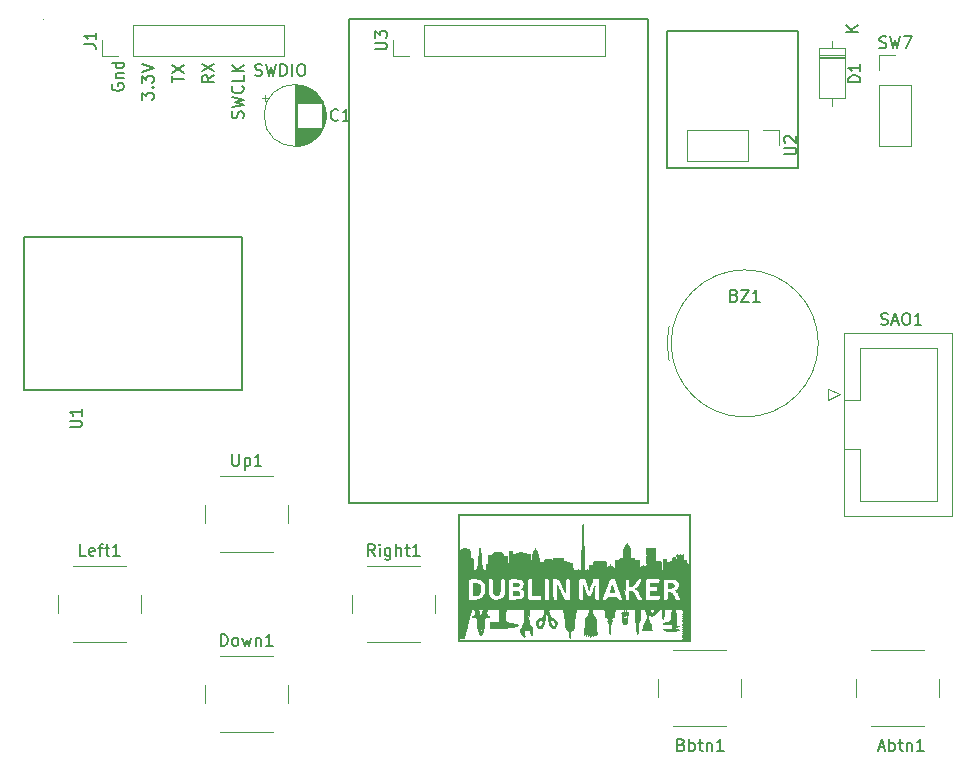
<source format=gto>
G04 #@! TF.GenerationSoftware,KiCad,Pcbnew,5.1.9+dfsg1-1*
G04 #@! TF.CreationDate,2022-04-23T11:50:34+01:00*
G04 #@! TF.ProjectId,dmb2022,646d6232-3032-4322-9e6b-696361645f70,rev?*
G04 #@! TF.SameCoordinates,Original*
G04 #@! TF.FileFunction,Legend,Top*
G04 #@! TF.FilePolarity,Positive*
%FSLAX46Y46*%
G04 Gerber Fmt 4.6, Leading zero omitted, Abs format (unit mm)*
G04 Created by KiCad (PCBNEW 5.1.9+dfsg1-1) date 2022-04-23 11:50:34*
%MOMM*%
%LPD*%
G01*
G04 APERTURE LIST*
%ADD10C,0.120000*%
%ADD11C,0.150000*%
%ADD12C,0.010000*%
%ADD13C,0.127000*%
G04 APERTURE END LIST*
D10*
X175259999Y-65531999D02*
G75*
G02*
X175259999Y-65531999I-1523999J1777999D01*
G01*
D11*
X193206952Y-70254761D02*
X193349809Y-70302380D01*
X193587904Y-70302380D01*
X193683142Y-70254761D01*
X193730761Y-70207142D01*
X193778380Y-70111904D01*
X193778380Y-70016666D01*
X193730761Y-69921428D01*
X193683142Y-69873809D01*
X193587904Y-69826190D01*
X193397428Y-69778571D01*
X193302190Y-69730952D01*
X193254571Y-69683333D01*
X193206952Y-69588095D01*
X193206952Y-69492857D01*
X193254571Y-69397619D01*
X193302190Y-69350000D01*
X193397428Y-69302380D01*
X193635523Y-69302380D01*
X193778380Y-69350000D01*
X194111714Y-69302380D02*
X194349809Y-70302380D01*
X194540285Y-69588095D01*
X194730761Y-70302380D01*
X194968857Y-69302380D01*
X195349809Y-70302380D02*
X195349809Y-69302380D01*
X195587904Y-69302380D01*
X195730761Y-69350000D01*
X195826000Y-69445238D01*
X195873619Y-69540476D01*
X195921238Y-69730952D01*
X195921238Y-69873809D01*
X195873619Y-70064285D01*
X195826000Y-70159523D01*
X195730761Y-70254761D01*
X195587904Y-70302380D01*
X195349809Y-70302380D01*
X196349809Y-70302380D02*
X196349809Y-69302380D01*
X197016476Y-69302380D02*
X197206952Y-69302380D01*
X197302190Y-69350000D01*
X197397428Y-69445238D01*
X197445047Y-69635714D01*
X197445047Y-69969047D01*
X197397428Y-70159523D01*
X197302190Y-70254761D01*
X197206952Y-70302380D01*
X197016476Y-70302380D01*
X196921238Y-70254761D01*
X196826000Y-70159523D01*
X196778380Y-69969047D01*
X196778380Y-69635714D01*
X196826000Y-69445238D01*
X196921238Y-69350000D01*
X197016476Y-69302380D01*
X192174761Y-73889904D02*
X192222380Y-73747047D01*
X192222380Y-73508952D01*
X192174761Y-73413714D01*
X192127142Y-73366095D01*
X192031904Y-73318476D01*
X191936666Y-73318476D01*
X191841428Y-73366095D01*
X191793809Y-73413714D01*
X191746190Y-73508952D01*
X191698571Y-73699428D01*
X191650952Y-73794666D01*
X191603333Y-73842285D01*
X191508095Y-73889904D01*
X191412857Y-73889904D01*
X191317619Y-73842285D01*
X191270000Y-73794666D01*
X191222380Y-73699428D01*
X191222380Y-73461333D01*
X191270000Y-73318476D01*
X191222380Y-72985142D02*
X192222380Y-72747047D01*
X191508095Y-72556571D01*
X192222380Y-72366095D01*
X191222380Y-72128000D01*
X192127142Y-71175619D02*
X192174761Y-71223238D01*
X192222380Y-71366095D01*
X192222380Y-71461333D01*
X192174761Y-71604190D01*
X192079523Y-71699428D01*
X191984285Y-71747047D01*
X191793809Y-71794666D01*
X191650952Y-71794666D01*
X191460476Y-71747047D01*
X191365238Y-71699428D01*
X191270000Y-71604190D01*
X191222380Y-71461333D01*
X191222380Y-71366095D01*
X191270000Y-71223238D01*
X191317619Y-71175619D01*
X192222380Y-70270857D02*
X192222380Y-70747047D01*
X191222380Y-70747047D01*
X192222380Y-69937523D02*
X191222380Y-69937523D01*
X192222380Y-69366095D02*
X191650952Y-69794666D01*
X191222380Y-69366095D02*
X191793809Y-69937523D01*
X189682380Y-70270666D02*
X189206190Y-70604000D01*
X189682380Y-70842095D02*
X188682380Y-70842095D01*
X188682380Y-70461142D01*
X188730000Y-70365904D01*
X188777619Y-70318285D01*
X188872857Y-70270666D01*
X189015714Y-70270666D01*
X189110952Y-70318285D01*
X189158571Y-70365904D01*
X189206190Y-70461142D01*
X189206190Y-70842095D01*
X188682380Y-69937333D02*
X189682380Y-69270666D01*
X188682380Y-69270666D02*
X189682380Y-69937333D01*
X186142380Y-70865904D02*
X186142380Y-70294476D01*
X187142380Y-70580190D02*
X186142380Y-70580190D01*
X186142380Y-70056380D02*
X187142380Y-69389714D01*
X186142380Y-69389714D02*
X187142380Y-70056380D01*
X183602380Y-72342190D02*
X183602380Y-71723142D01*
X183983333Y-72056476D01*
X183983333Y-71913619D01*
X184030952Y-71818380D01*
X184078571Y-71770761D01*
X184173809Y-71723142D01*
X184411904Y-71723142D01*
X184507142Y-71770761D01*
X184554761Y-71818380D01*
X184602380Y-71913619D01*
X184602380Y-72199333D01*
X184554761Y-72294571D01*
X184507142Y-72342190D01*
X184507142Y-71294571D02*
X184554761Y-71246952D01*
X184602380Y-71294571D01*
X184554761Y-71342190D01*
X184507142Y-71294571D01*
X184602380Y-71294571D01*
X183602380Y-70913619D02*
X183602380Y-70294571D01*
X183983333Y-70627904D01*
X183983333Y-70485047D01*
X184030952Y-70389809D01*
X184078571Y-70342190D01*
X184173809Y-70294571D01*
X184411904Y-70294571D01*
X184507142Y-70342190D01*
X184554761Y-70389809D01*
X184602380Y-70485047D01*
X184602380Y-70770761D01*
X184554761Y-70866000D01*
X184507142Y-70913619D01*
X183602380Y-70008857D02*
X184602380Y-69675523D01*
X183602380Y-69342190D01*
X181110000Y-71000857D02*
X181062380Y-71096095D01*
X181062380Y-71238952D01*
X181110000Y-71381809D01*
X181205238Y-71477047D01*
X181300476Y-71524666D01*
X181490952Y-71572285D01*
X181633809Y-71572285D01*
X181824285Y-71524666D01*
X181919523Y-71477047D01*
X182014761Y-71381809D01*
X182062380Y-71238952D01*
X182062380Y-71143714D01*
X182014761Y-71000857D01*
X181967142Y-70953238D01*
X181633809Y-70953238D01*
X181633809Y-71143714D01*
X181395714Y-70524666D02*
X182062380Y-70524666D01*
X181490952Y-70524666D02*
X181443333Y-70477047D01*
X181395714Y-70381809D01*
X181395714Y-70238952D01*
X181443333Y-70143714D01*
X181538571Y-70096095D01*
X182062380Y-70096095D01*
X182062380Y-69191333D02*
X181062380Y-69191333D01*
X182014761Y-69191333D02*
X182062380Y-69286571D01*
X182062380Y-69477047D01*
X182014761Y-69572285D01*
X181967142Y-69619904D01*
X181871904Y-69667523D01*
X181586190Y-69667523D01*
X181490952Y-69619904D01*
X181443333Y-69572285D01*
X181395714Y-69477047D01*
X181395714Y-69286571D01*
X181443333Y-69191333D01*
D10*
X243182000Y-68584000D02*
X240942000Y-68584000D01*
X243182000Y-68824000D02*
X240942000Y-68824000D01*
X243182000Y-68704000D02*
X240942000Y-68704000D01*
X242062000Y-72874000D02*
X242062000Y-72224000D01*
X242062000Y-67334000D02*
X242062000Y-67984000D01*
X243182000Y-72224000D02*
X243182000Y-67984000D01*
X240942000Y-72224000D02*
X243182000Y-72224000D01*
X240942000Y-67984000D02*
X240942000Y-72224000D01*
X243182000Y-67984000D02*
X240942000Y-67984000D01*
D12*
G36*
X228330125Y-113263303D02*
G01*
X228448514Y-113267413D01*
X228531537Y-113281344D01*
X228585673Y-113308496D01*
X228617400Y-113352268D01*
X228633196Y-113416058D01*
X228634044Y-113422779D01*
X228636878Y-113498038D01*
X228621656Y-113554002D01*
X228583524Y-113593826D01*
X228517630Y-113620663D01*
X228419120Y-113637665D01*
X228287792Y-113647745D01*
X228134333Y-113655800D01*
X228134333Y-113262833D01*
X228330125Y-113263303D01*
G37*
X228330125Y-113263303D02*
X228448514Y-113267413D01*
X228531537Y-113281344D01*
X228585673Y-113308496D01*
X228617400Y-113352268D01*
X228633196Y-113416058D01*
X228634044Y-113422779D01*
X228636878Y-113498038D01*
X228621656Y-113554002D01*
X228583524Y-113593826D01*
X228517630Y-113620663D01*
X228419120Y-113637665D01*
X228287792Y-113647745D01*
X228134333Y-113655800D01*
X228134333Y-113262833D01*
X228330125Y-113263303D01*
G36*
X223433338Y-113406168D02*
G01*
X223435318Y-113448848D01*
X223435333Y-113458621D01*
X223440657Y-113512757D01*
X223453745Y-113546227D01*
X223456500Y-113548583D01*
X223473408Y-113578016D01*
X223477667Y-113609099D01*
X223484947Y-113655796D01*
X223495255Y-113676641D01*
X223509672Y-113706188D01*
X223530292Y-113763946D01*
X223551750Y-113834333D01*
X223574031Y-113907221D01*
X223594502Y-113964158D01*
X223608245Y-113992025D01*
X223622759Y-114015423D01*
X223614456Y-114031103D01*
X223578324Y-114040480D01*
X223509352Y-114044969D01*
X223417102Y-114046000D01*
X223208370Y-114046000D01*
X223218859Y-113987791D01*
X223231572Y-113937157D01*
X223243804Y-113908416D01*
X223257210Y-113878051D01*
X223277487Y-113820453D01*
X223296514Y-113760250D01*
X223319811Y-113686754D01*
X223341158Y-113625867D01*
X223353301Y-113596495D01*
X223368987Y-113544690D01*
X223372506Y-113511828D01*
X223385846Y-113456226D01*
X223404256Y-113422829D01*
X223424607Y-113399364D01*
X223433338Y-113406168D01*
G37*
X223433338Y-113406168D02*
X223435318Y-113448848D01*
X223435333Y-113458621D01*
X223440657Y-113512757D01*
X223453745Y-113546227D01*
X223456500Y-113548583D01*
X223473408Y-113578016D01*
X223477667Y-113609099D01*
X223484947Y-113655796D01*
X223495255Y-113676641D01*
X223509672Y-113706188D01*
X223530292Y-113763946D01*
X223551750Y-113834333D01*
X223574031Y-113907221D01*
X223594502Y-113964158D01*
X223608245Y-113992025D01*
X223622759Y-114015423D01*
X223614456Y-114031103D01*
X223578324Y-114040480D01*
X223509352Y-114044969D01*
X223417102Y-114046000D01*
X223208370Y-114046000D01*
X223218859Y-113987791D01*
X223231572Y-113937157D01*
X223243804Y-113908416D01*
X223257210Y-113878051D01*
X223277487Y-113820453D01*
X223296514Y-113760250D01*
X223319811Y-113686754D01*
X223341158Y-113625867D01*
X223353301Y-113596495D01*
X223368987Y-113544690D01*
X223372506Y-113511828D01*
X223385846Y-113456226D01*
X223404256Y-113422829D01*
X223424607Y-113399364D01*
X223433338Y-113406168D01*
G36*
X220958833Y-113463916D02*
G01*
X220948250Y-113474500D01*
X220937667Y-113463916D01*
X220948250Y-113453333D01*
X220958833Y-113463916D01*
G37*
X220958833Y-113463916D02*
X220948250Y-113474500D01*
X220937667Y-113463916D01*
X220948250Y-113453333D01*
X220958833Y-113463916D01*
G36*
X215328182Y-113263834D02*
G01*
X215391462Y-113268086D01*
X215432096Y-113277461D01*
X215459919Y-113293828D01*
X215475842Y-113309157D01*
X215513351Y-113374691D01*
X215509135Y-113443242D01*
X215486200Y-113484352D01*
X215464196Y-113504746D01*
X215428965Y-113518719D01*
X215371622Y-113528283D01*
X215283282Y-113535446D01*
X215252258Y-113537269D01*
X215164361Y-113541270D01*
X215093758Y-113542770D01*
X215050116Y-113541655D01*
X215040968Y-113539763D01*
X215036404Y-113515630D01*
X215033223Y-113461436D01*
X215032167Y-113396888D01*
X215032167Y-113262833D01*
X215232425Y-113262833D01*
X215328182Y-113263834D01*
G37*
X215328182Y-113263834D02*
X215391462Y-113268086D01*
X215432096Y-113277461D01*
X215459919Y-113293828D01*
X215475842Y-113309157D01*
X215513351Y-113374691D01*
X215509135Y-113443242D01*
X215486200Y-113484352D01*
X215464196Y-113504746D01*
X215428965Y-113518719D01*
X215371622Y-113528283D01*
X215283282Y-113535446D01*
X215252258Y-113537269D01*
X215164361Y-113541270D01*
X215093758Y-113542770D01*
X215050116Y-113541655D01*
X215040968Y-113539763D01*
X215036404Y-113515630D01*
X215033223Y-113461436D01*
X215032167Y-113396888D01*
X215032167Y-113262833D01*
X215232425Y-113262833D01*
X215328182Y-113263834D01*
G36*
X215350360Y-113940878D02*
G01*
X215417084Y-113944207D01*
X215460319Y-113951939D01*
X215489479Y-113965863D01*
X215513984Y-113987768D01*
X215516732Y-113990669D01*
X215551303Y-114044555D01*
X215558116Y-114112353D01*
X215557463Y-114121388D01*
X215542117Y-114184791D01*
X215504955Y-114229541D01*
X215440823Y-114258185D01*
X215344564Y-114273273D01*
X215242069Y-114277286D01*
X215158145Y-114276443D01*
X215091141Y-114272861D01*
X215051749Y-114267225D01*
X215046278Y-114264722D01*
X215039402Y-114238046D01*
X215034380Y-114180812D01*
X215032192Y-114104789D01*
X215032167Y-114095388D01*
X215032167Y-113940166D01*
X215250727Y-113940166D01*
X215350360Y-113940878D01*
G37*
X215350360Y-113940878D02*
X215417084Y-113944207D01*
X215460319Y-113951939D01*
X215489479Y-113965863D01*
X215513984Y-113987768D01*
X215516732Y-113990669D01*
X215551303Y-114044555D01*
X215558116Y-114112353D01*
X215557463Y-114121388D01*
X215542117Y-114184791D01*
X215504955Y-114229541D01*
X215440823Y-114258185D01*
X215344564Y-114273273D01*
X215242069Y-114277286D01*
X215158145Y-114276443D01*
X215091141Y-114272861D01*
X215051749Y-114267225D01*
X215046278Y-114264722D01*
X215039402Y-114238046D01*
X215034380Y-114180812D01*
X215032192Y-114104789D01*
X215032167Y-114095388D01*
X215032167Y-113940166D01*
X215250727Y-113940166D01*
X215350360Y-113940878D01*
G36*
X211972768Y-113271186D02*
G01*
X212066510Y-113299040D01*
X212136322Y-113350588D01*
X212189976Y-113430021D01*
X212201383Y-113453857D01*
X212250480Y-113612839D01*
X212262757Y-113787725D01*
X212244322Y-113942202D01*
X212217090Y-114043285D01*
X212176948Y-114119544D01*
X212115519Y-114181048D01*
X212024425Y-114237863D01*
X211979162Y-114260869D01*
X211938751Y-114270610D01*
X211872467Y-114277134D01*
X211815120Y-114278833D01*
X211687833Y-114278833D01*
X211687833Y-113262833D01*
X211847328Y-113262833D01*
X211972768Y-113271186D01*
G37*
X211972768Y-113271186D02*
X212066510Y-113299040D01*
X212136322Y-113350588D01*
X212189976Y-113430021D01*
X212201383Y-113453857D01*
X212250480Y-113612839D01*
X212262757Y-113787725D01*
X212244322Y-113942202D01*
X212217090Y-114043285D01*
X212176948Y-114119544D01*
X212115519Y-114181048D01*
X212024425Y-114237863D01*
X211979162Y-114260869D01*
X211938751Y-114270610D01*
X211872467Y-114277134D01*
X211815120Y-114278833D01*
X211687833Y-114278833D01*
X211687833Y-113262833D01*
X211847328Y-113262833D01*
X211972768Y-113271186D01*
G36*
X224684167Y-109844416D02*
G01*
X224673583Y-109855000D01*
X224663000Y-109844416D01*
X224673583Y-109833833D01*
X224684167Y-109844416D01*
G37*
X224684167Y-109844416D02*
X224673583Y-109855000D01*
X224663000Y-109844416D01*
X224673583Y-109833833D01*
X224684167Y-109844416D01*
G36*
X220935531Y-108237092D02*
G01*
X220939663Y-108260958D01*
X220944406Y-108321127D01*
X220949453Y-108411578D01*
X220954492Y-108526290D01*
X220959216Y-108659243D01*
X220961921Y-108750755D01*
X220969626Y-109021375D01*
X220978568Y-109315316D01*
X220988434Y-109623468D01*
X220998911Y-109936722D01*
X221009687Y-110245968D01*
X221020450Y-110542099D01*
X221030888Y-110816003D01*
X221040688Y-111058573D01*
X221042599Y-111103833D01*
X221048923Y-111263016D01*
X221054536Y-111424829D01*
X221059136Y-111578864D01*
X221062421Y-111714714D01*
X221064087Y-111821972D01*
X221064229Y-111848227D01*
X221065463Y-111948948D01*
X221068482Y-112036025D01*
X221072821Y-112099596D01*
X221077514Y-112128685D01*
X221107748Y-112157509D01*
X221159584Y-112156238D01*
X221225456Y-112125456D01*
X221239093Y-112116206D01*
X221303639Y-112070246D01*
X221390528Y-112116265D01*
X221445535Y-112143715D01*
X221484599Y-112160144D01*
X221493292Y-112162225D01*
X221499684Y-112142463D01*
X221504845Y-112088937D01*
X221508190Y-112010211D01*
X221509167Y-111930343D01*
X221509167Y-111698520D01*
X221641458Y-111692218D01*
X221773750Y-111685916D01*
X221780135Y-111598482D01*
X221797036Y-111521904D01*
X221841157Y-111462568D01*
X221848744Y-111455607D01*
X221910967Y-111400166D01*
X222335995Y-111400166D01*
X222495352Y-111400993D01*
X222616220Y-111403621D01*
X222702414Y-111408275D01*
X222757748Y-111415176D01*
X222786038Y-111424548D01*
X222788668Y-111426625D01*
X222827947Y-111459609D01*
X222861240Y-111484214D01*
X222882096Y-111502543D01*
X222895308Y-111528573D01*
X222902583Y-111571354D01*
X222905628Y-111639938D01*
X222906167Y-111722339D01*
X222908092Y-111827835D01*
X222915041Y-111894241D01*
X222928770Y-111924675D01*
X222951037Y-111922252D01*
X222983596Y-111890091D01*
X222993681Y-111877604D01*
X223042723Y-111837494D01*
X223115178Y-111820098D01*
X223123727Y-111819395D01*
X223180373Y-111812756D01*
X223208390Y-111795663D01*
X223221445Y-111755932D01*
X223225955Y-111728250D01*
X223234096Y-111679643D01*
X223238653Y-111670783D01*
X223241401Y-111699421D01*
X223241830Y-111708141D01*
X223256228Y-111774933D01*
X223295743Y-111811562D01*
X223366534Y-111823453D01*
X223372786Y-111823500D01*
X223450259Y-111840264D01*
X223504769Y-111885877D01*
X223528044Y-111953319D01*
X223528160Y-111955335D01*
X223542165Y-111993721D01*
X223585760Y-112009745D01*
X223588792Y-112010114D01*
X223647000Y-112016811D01*
X223647000Y-111315500D01*
X223790759Y-111315500D01*
X223868040Y-111314321D01*
X223918606Y-111306603D01*
X223958078Y-111286077D01*
X224002072Y-111246471D01*
X224028000Y-111220250D01*
X224082052Y-111167779D01*
X224123833Y-111139260D01*
X224169666Y-111127425D01*
X224235870Y-111125004D01*
X224241876Y-111125000D01*
X224362271Y-111125000D01*
X224364127Y-110744260D01*
X224365769Y-110594399D01*
X224369595Y-110480693D01*
X224376440Y-110396987D01*
X224387138Y-110337123D01*
X224402524Y-110294945D01*
X224423432Y-110264297D01*
X224430167Y-110257166D01*
X224444926Y-110232894D01*
X224469155Y-110184841D01*
X224478480Y-110165046D01*
X224511142Y-110111510D01*
X224546662Y-110077305D01*
X224556439Y-110072989D01*
X224591040Y-110048230D01*
X224626767Y-109999881D01*
X224634600Y-109985193D01*
X224658837Y-109939298D01*
X224671729Y-109928534D01*
X224678813Y-109949211D01*
X224679763Y-109955096D01*
X224698855Y-109996526D01*
X224739455Y-110049559D01*
X224767259Y-110078335D01*
X224826469Y-110144930D01*
X224879765Y-110221774D01*
X224894445Y-110248342D01*
X224910878Y-110285505D01*
X224923845Y-110327286D01*
X224933825Y-110379203D01*
X224941295Y-110446776D01*
X224946735Y-110535523D01*
X224950623Y-110650963D01*
X224953437Y-110798615D01*
X224955309Y-110950375D01*
X224957158Y-111125000D01*
X225080838Y-111125000D01*
X225150708Y-111126897D01*
X225198047Y-111137413D01*
X225239348Y-111163780D01*
X225291100Y-111213232D01*
X225298000Y-111220250D01*
X225349279Y-111270686D01*
X225388883Y-111299172D01*
X225432430Y-111311976D01*
X225495539Y-111315371D01*
X225535240Y-111315500D01*
X225679000Y-111315500D01*
X225679000Y-111664750D01*
X225679326Y-111798116D01*
X225681282Y-111894398D01*
X225686338Y-111958846D01*
X225695962Y-111996710D01*
X225711623Y-112013238D01*
X225734788Y-112013679D01*
X225766928Y-112003284D01*
X225773059Y-112000944D01*
X225794442Y-111980456D01*
X225787189Y-111963903D01*
X225785511Y-111929782D01*
X225817384Y-111881708D01*
X225870862Y-111837390D01*
X225937736Y-111823588D01*
X225945526Y-111823500D01*
X226015929Y-111811775D01*
X226052390Y-111786458D01*
X226076278Y-111760976D01*
X226092975Y-111770031D01*
X226103400Y-111786458D01*
X226143786Y-111815556D01*
X226207454Y-111823500D01*
X226261834Y-111829321D01*
X226294629Y-111843772D01*
X226297610Y-111848414D01*
X226315274Y-111863583D01*
X226338286Y-111850012D01*
X226354485Y-111817502D01*
X226356333Y-111801084D01*
X226344972Y-111767255D01*
X226329875Y-111759675D01*
X226316027Y-111753115D01*
X226326160Y-111743800D01*
X226334916Y-111720044D01*
X226341348Y-111672276D01*
X226344676Y-111615932D01*
X226344121Y-111566449D01*
X226338904Y-111539264D01*
X226336563Y-111537750D01*
X226333635Y-111518215D01*
X226331934Y-111466096D01*
X226331341Y-111391121D01*
X226331739Y-111303017D01*
X226333009Y-111211513D01*
X226335034Y-111126336D01*
X226337696Y-111057214D01*
X226340877Y-111013876D01*
X226343031Y-111004246D01*
X226342778Y-110979638D01*
X226332391Y-110962905D01*
X226321752Y-110939288D01*
X226329047Y-110934500D01*
X226343253Y-110916102D01*
X226349276Y-110871777D01*
X226349278Y-110871000D01*
X226342632Y-110826309D01*
X226326620Y-110807184D01*
X226326347Y-110807175D01*
X226320748Y-110798446D01*
X226333805Y-110787622D01*
X226353156Y-110766382D01*
X226338436Y-110737380D01*
X226336505Y-110735029D01*
X226320848Y-110708139D01*
X226333824Y-110701666D01*
X226347712Y-110688617D01*
X226342766Y-110675671D01*
X226330607Y-110634471D01*
X226328817Y-110601588D01*
X226330192Y-110556273D01*
X226331733Y-110484500D01*
X226333050Y-110405333D01*
X226335167Y-110257166D01*
X227052480Y-110257166D01*
X227058948Y-110534405D01*
X227060590Y-110637867D01*
X227060504Y-110724796D01*
X227058808Y-110787124D01*
X227055620Y-110816784D01*
X227054833Y-110818074D01*
X227051684Y-110840393D01*
X227050481Y-110897020D01*
X227051224Y-110979973D01*
X227053913Y-111081273D01*
X227054833Y-111107044D01*
X227065417Y-111389583D01*
X227255084Y-111395764D01*
X227350823Y-111400370D01*
X227416062Y-111408500D01*
X227462624Y-111422858D01*
X227502335Y-111446148D01*
X227514376Y-111455049D01*
X227584000Y-111508154D01*
X227584000Y-111825241D01*
X227584530Y-111949204D01*
X227586572Y-112037215D01*
X227590801Y-112095647D01*
X227597893Y-112130872D01*
X227608523Y-112149264D01*
X227619047Y-112155777D01*
X227660604Y-112150323D01*
X227693130Y-112121018D01*
X227708544Y-112097165D01*
X227719342Y-112065152D01*
X227726311Y-112017672D01*
X227730239Y-111947416D01*
X227731913Y-111847076D01*
X227732167Y-111758706D01*
X227732764Y-111634547D01*
X227735001Y-111546237D01*
X227739548Y-111487305D01*
X227747074Y-111451278D01*
X227758247Y-111431683D01*
X227766635Y-111425314D01*
X227787344Y-111404183D01*
X227777218Y-111391263D01*
X227761925Y-111362345D01*
X227753756Y-111308970D01*
X227753333Y-111293084D01*
X227753333Y-111209666D01*
X227965000Y-111209666D01*
X227965000Y-111290100D01*
X227958751Y-111349277D01*
X227943365Y-111391384D01*
X227939864Y-111395668D01*
X227931528Y-111414943D01*
X227957599Y-111428614D01*
X227982198Y-111434297D01*
X228028340Y-111448565D01*
X228049519Y-111465055D01*
X228049667Y-111466312D01*
X228067571Y-111480645D01*
X228111072Y-111485173D01*
X228164852Y-111480959D01*
X228213594Y-111469067D01*
X228240167Y-111453083D01*
X228283305Y-111430426D01*
X228360077Y-111421417D01*
X228369758Y-111421333D01*
X228435400Y-111417771D01*
X228466979Y-111405489D01*
X228473000Y-111389583D01*
X228484429Y-111361415D01*
X228494167Y-111357833D01*
X228506104Y-111338740D01*
X228514070Y-111289696D01*
X228515977Y-111246708D01*
X228517947Y-111184914D01*
X228523938Y-111160444D01*
X228535500Y-111168360D01*
X228538852Y-111173798D01*
X228566156Y-111197432D01*
X228593235Y-111185846D01*
X228613691Y-111145703D01*
X228621167Y-111088066D01*
X228623466Y-111040795D01*
X228633837Y-111028557D01*
X228654635Y-111041759D01*
X228691997Y-111058569D01*
X228727529Y-111044915D01*
X228752486Y-111033650D01*
X228765395Y-111046337D01*
X228771992Y-111091066D01*
X228773435Y-111109688D01*
X228780464Y-111166379D01*
X228795661Y-111192301D01*
X228826708Y-111199017D01*
X228832833Y-111199083D01*
X228862547Y-111195970D01*
X228879218Y-111179967D01*
X228887599Y-111141081D01*
X228892190Y-111074290D01*
X228892111Y-111003349D01*
X228885247Y-110948836D01*
X228876315Y-110927181D01*
X228856761Y-110887829D01*
X228854000Y-110866766D01*
X228871085Y-110839862D01*
X228910856Y-110827843D01*
X228956083Y-110831486D01*
X228989536Y-110851571D01*
X228994512Y-110860416D01*
X229022220Y-110888626D01*
X229058131Y-110885590D01*
X229079179Y-110860416D01*
X229107650Y-110836621D01*
X229155264Y-110829119D01*
X229202088Y-110837911D01*
X229227345Y-110860416D01*
X229255054Y-110888626D01*
X229290964Y-110885590D01*
X229312012Y-110860416D01*
X229342289Y-110836439D01*
X229396014Y-110828666D01*
X229446333Y-110833884D01*
X229466044Y-110853693D01*
X229467833Y-110869750D01*
X229458114Y-110910271D01*
X229446667Y-110923916D01*
X229437220Y-110949625D01*
X229429946Y-111007242D01*
X229425943Y-111086355D01*
X229425500Y-111124822D01*
X229426325Y-111215184D01*
X229430090Y-111272018D01*
X229438733Y-111304115D01*
X229454188Y-111320270D01*
X229469964Y-111326759D01*
X229515266Y-111328613D01*
X229537697Y-111317602D01*
X229574914Y-111300255D01*
X229620233Y-111294333D01*
X229652814Y-111296280D01*
X229670532Y-111308711D01*
X229677914Y-111341506D01*
X229679485Y-111404548D01*
X229679500Y-111423735D01*
X229679500Y-111553138D01*
X229743000Y-111543818D01*
X229787521Y-111541482D01*
X229804232Y-111560033D01*
X229806500Y-111594861D01*
X229814066Y-111639945D01*
X229845359Y-111661822D01*
X229870000Y-111667925D01*
X229933500Y-111680625D01*
X229933500Y-118025333D01*
X229656781Y-118025333D01*
X229543535Y-118024817D01*
X229466241Y-118022716D01*
X229418523Y-118018203D01*
X229394005Y-118010449D01*
X229386314Y-117998628D01*
X229386906Y-117990291D01*
X229411007Y-117957942D01*
X229432731Y-117949546D01*
X229471105Y-117939534D01*
X229482476Y-117933079D01*
X229485083Y-117908785D01*
X229459929Y-117885995D01*
X229424251Y-117877166D01*
X229389765Y-117861594D01*
X229383167Y-117834833D01*
X229386916Y-117813188D01*
X229404013Y-117800489D01*
X229443230Y-117794394D01*
X229513340Y-117792566D01*
X229541917Y-117792500D01*
X229625653Y-117790836D01*
X229674805Y-117784826D01*
X229697029Y-117772938D01*
X229700667Y-117760750D01*
X229692401Y-117744068D01*
X229662514Y-117734245D01*
X229603368Y-117729766D01*
X229540444Y-117729000D01*
X229459344Y-117728300D01*
X229412109Y-117724449D01*
X229390278Y-117714820D01*
X229385387Y-117696788D01*
X229386986Y-117681375D01*
X229411090Y-117638583D01*
X229441375Y-117626986D01*
X229478610Y-117610800D01*
X229489000Y-117591416D01*
X229470982Y-117566336D01*
X229441375Y-117555847D01*
X229401241Y-117536018D01*
X229385021Y-117501427D01*
X229394687Y-117467501D01*
X229427876Y-117450178D01*
X229470998Y-117434373D01*
X229483841Y-117411683D01*
X229464448Y-117393839D01*
X229437847Y-117390333D01*
X229395594Y-117376869D01*
X229380750Y-117346974D01*
X229394867Y-117316392D01*
X229429134Y-117301847D01*
X229472887Y-117284560D01*
X229480877Y-117258318D01*
X229451757Y-117234532D01*
X229437587Y-117230069D01*
X229395379Y-117206248D01*
X229382946Y-117172582D01*
X229401260Y-117143020D01*
X229430792Y-117132513D01*
X229468027Y-117115213D01*
X229478417Y-117094000D01*
X229460399Y-117066617D01*
X229430792Y-117055486D01*
X229391046Y-117034651D01*
X229383167Y-117008788D01*
X229388198Y-116987753D01*
X229409108Y-116974820D01*
X229454623Y-116967365D01*
X229533467Y-116962764D01*
X229536625Y-116962635D01*
X229619602Y-116957286D01*
X229667609Y-116948369D01*
X229687974Y-116934073D01*
X229690083Y-116924666D01*
X229680481Y-116907109D01*
X229646788Y-116895811D01*
X229581679Y-116888959D01*
X229536625Y-116886697D01*
X229456794Y-116882230D01*
X229410486Y-116875072D01*
X229388891Y-116862489D01*
X229383200Y-116841748D01*
X229383167Y-116839072D01*
X229395596Y-116806852D01*
X229437847Y-116797666D01*
X229476679Y-116787819D01*
X229482189Y-116766294D01*
X229456133Y-116745111D01*
X229429134Y-116737986D01*
X229391202Y-116718560D01*
X229384110Y-116685709D01*
X229406823Y-116653873D01*
X229436083Y-116640808D01*
X229475731Y-116623629D01*
X229489000Y-116606239D01*
X229471486Y-116583793D01*
X229436083Y-116564833D01*
X229392615Y-116534326D01*
X229382685Y-116497248D01*
X229405680Y-116466324D01*
X229441375Y-116455114D01*
X229483660Y-116443591D01*
X229499583Y-116427250D01*
X229481274Y-116409766D01*
X229441375Y-116399385D01*
X229397442Y-116381573D01*
X229381453Y-116350689D01*
X229395270Y-116320791D01*
X229429134Y-116307013D01*
X229472887Y-116289727D01*
X229480877Y-116263484D01*
X229451757Y-116239699D01*
X229437587Y-116235236D01*
X229393524Y-116210313D01*
X229383167Y-116182465D01*
X229388487Y-116161811D01*
X229410227Y-116149070D01*
X229457052Y-116141685D01*
X229536625Y-116137135D01*
X229619602Y-116131786D01*
X229667609Y-116122869D01*
X229687974Y-116108573D01*
X229690083Y-116099166D01*
X229680481Y-116081609D01*
X229646788Y-116070311D01*
X229581679Y-116063459D01*
X229536625Y-116061197D01*
X229456360Y-116056568D01*
X229409789Y-116049095D01*
X229388272Y-116036247D01*
X229383167Y-116016218D01*
X229401527Y-115981947D01*
X229448069Y-115964477D01*
X229491357Y-115947219D01*
X229496433Y-115926602D01*
X229465626Y-115911461D01*
X229433362Y-115908666D01*
X229394408Y-115901407D01*
X229385749Y-115872364D01*
X229386986Y-115861041D01*
X229411090Y-115818250D01*
X229441375Y-115806652D01*
X229481686Y-115791807D01*
X229482794Y-115768510D01*
X229445191Y-115743019D01*
X229436083Y-115739333D01*
X229392188Y-115710433D01*
X229388519Y-115676890D01*
X229425560Y-115645615D01*
X229429422Y-115643810D01*
X229472856Y-115615005D01*
X229483105Y-115588143D01*
X229459030Y-115571732D01*
X229439319Y-115570000D01*
X229395574Y-115558498D01*
X229379347Y-115522375D01*
X229375303Y-115504188D01*
X229364914Y-115491196D01*
X229341790Y-115482365D01*
X229299544Y-115476656D01*
X229231784Y-115473033D01*
X229132124Y-115470460D01*
X229049792Y-115468907D01*
X228727000Y-115463064D01*
X228727000Y-115592596D01*
X228728853Y-115665739D01*
X228736506Y-115707060D01*
X228753100Y-115726991D01*
X228769333Y-115733200D01*
X228787982Y-115741239D01*
X228800189Y-115758824D01*
X228807302Y-115793664D01*
X228810670Y-115853470D01*
X228811640Y-115945953D01*
X228811667Y-115975299D01*
X228812767Y-116081189D01*
X228816674Y-116151728D01*
X228824293Y-116193856D01*
X228836529Y-116214511D01*
X228843417Y-116218512D01*
X228867349Y-116248454D01*
X228875167Y-116299922D01*
X228865982Y-116356125D01*
X228843848Y-116395135D01*
X228843417Y-116395500D01*
X228828046Y-116429129D01*
X228817247Y-116492957D01*
X228811140Y-116575252D01*
X228809846Y-116664286D01*
X228813485Y-116748326D01*
X228822179Y-116815642D01*
X228836049Y-116854504D01*
X228838662Y-116857221D01*
X228874620Y-116871631D01*
X228935477Y-116882931D01*
X228970954Y-116886292D01*
X229076250Y-116892959D01*
X228994290Y-116929979D01*
X228923813Y-116954188D01*
X228854734Y-116966578D01*
X228843423Y-116967000D01*
X228774272Y-116981224D01*
X228735995Y-117021660D01*
X228730667Y-117076846D01*
X228739307Y-117101486D01*
X228761752Y-117121705D01*
X228804610Y-117140175D01*
X228874491Y-117159563D01*
X228978004Y-117182541D01*
X229007458Y-117188655D01*
X229055269Y-117203867D01*
X229064438Y-117219508D01*
X229038534Y-117232785D01*
X228981125Y-117240907D01*
X228939070Y-117242166D01*
X228868129Y-117243587D01*
X228828401Y-117250702D01*
X228808786Y-117267788D01*
X228798913Y-117296196D01*
X228785352Y-117350225D01*
X228507468Y-117342480D01*
X228359326Y-117335830D01*
X228237449Y-117323779D01*
X228125900Y-117304252D01*
X228025133Y-117279642D01*
X227890023Y-117241305D01*
X227796049Y-117209824D01*
X227743365Y-117184692D01*
X227732128Y-117165397D01*
X227762496Y-117151431D01*
X227834623Y-117142283D01*
X227948667Y-117137444D01*
X228069102Y-117136333D01*
X228186368Y-117135554D01*
X228290243Y-117133405D01*
X228372651Y-117130165D01*
X228425520Y-117126115D01*
X228439519Y-117123485D01*
X228455708Y-117109658D01*
X228465863Y-117078070D01*
X228471209Y-117020979D01*
X228472969Y-116930641D01*
X228473000Y-116911818D01*
X228473000Y-116713000D01*
X228102583Y-116713000D01*
X227964166Y-116712375D01*
X227863115Y-116710249D01*
X227794477Y-116706246D01*
X227753301Y-116699988D01*
X227734634Y-116691100D01*
X227732167Y-116684826D01*
X227741857Y-116661126D01*
X227774385Y-116638176D01*
X227834937Y-116613714D01*
X227928698Y-116585474D01*
X228007333Y-116564678D01*
X228137788Y-116532259D01*
X228233652Y-116507037D01*
X228300308Y-116482268D01*
X228343137Y-116451210D01*
X228367521Y-116407120D01*
X228378844Y-116343255D01*
X228382486Y-116252871D01*
X228383829Y-116129226D01*
X228384439Y-116092212D01*
X228387241Y-115962928D01*
X228390459Y-115869805D01*
X228394911Y-115806676D01*
X228401414Y-115767370D01*
X228410787Y-115745719D01*
X228423845Y-115735552D01*
X228432064Y-115732834D01*
X228455148Y-115720631D01*
X228467609Y-115692522D01*
X228472471Y-115638195D01*
X228473000Y-115593148D01*
X228473000Y-115464166D01*
X228134333Y-115464166D01*
X227999461Y-115465023D01*
X227902407Y-115467825D01*
X227838685Y-115472921D01*
X227803809Y-115480659D01*
X227793323Y-115490625D01*
X227792240Y-115519638D01*
X227790703Y-115583508D01*
X227788865Y-115674762D01*
X227786878Y-115785928D01*
X227785284Y-115884199D01*
X227782434Y-116023734D01*
X227778472Y-116126726D01*
X227772851Y-116198961D01*
X227765020Y-116246227D01*
X227754429Y-116274309D01*
X227747360Y-116283544D01*
X227719253Y-116301287D01*
X227697075Y-116290280D01*
X227680261Y-116247944D01*
X227668247Y-116171705D01*
X227660467Y-116058984D01*
X227656357Y-115907207D01*
X227655869Y-115866333D01*
X227654588Y-115747540D01*
X227653213Y-115642662D01*
X227651864Y-115559427D01*
X227650663Y-115505557D01*
X227649992Y-115489657D01*
X227635718Y-115474494D01*
X227592379Y-115467614D01*
X227513855Y-115468121D01*
X227505036Y-115468491D01*
X227362572Y-115474750D01*
X227297204Y-115598727D01*
X227228238Y-115703914D01*
X227137603Y-115805949D01*
X227036055Y-115894909D01*
X226934349Y-115960873D01*
X226878493Y-115985030D01*
X226801332Y-116005290D01*
X226737061Y-116006071D01*
X226687993Y-115996048D01*
X226611474Y-115979486D01*
X226536793Y-115968337D01*
X226525667Y-115967319D01*
X226451583Y-115961583D01*
X226444979Y-116065876D01*
X226448289Y-116154867D01*
X226467106Y-116229270D01*
X226469808Y-116235209D01*
X226492040Y-116293805D01*
X226514321Y-116372099D01*
X226524860Y-116418849D01*
X226545230Y-116493096D01*
X226572023Y-116555684D01*
X226589335Y-116581304D01*
X226652024Y-116657978D01*
X226690738Y-116733511D01*
X226710438Y-116821963D01*
X226716083Y-116937395D01*
X226716087Y-116940541D01*
X226717778Y-117031676D01*
X226724139Y-117091221D01*
X226737255Y-117129844D01*
X226758500Y-117157500D01*
X226794275Y-117202237D01*
X226791994Y-117229566D01*
X226750435Y-117242342D01*
X226721458Y-117244044D01*
X226668391Y-117244713D01*
X226583862Y-117245133D01*
X226478744Y-117245312D01*
X226363907Y-117245261D01*
X226250223Y-117244990D01*
X226148563Y-117244507D01*
X226069800Y-117243823D01*
X226044125Y-117243441D01*
X225992460Y-117231810D01*
X225974429Y-117205317D01*
X225993468Y-117172818D01*
X226011885Y-117160314D01*
X226031148Y-117140105D01*
X226044910Y-117099552D01*
X226055063Y-117030748D01*
X226061703Y-116952271D01*
X226072709Y-116840453D01*
X226090200Y-116758128D01*
X226118641Y-116692504D01*
X226162496Y-116630789D01*
X226181701Y-116608434D01*
X226254152Y-116499790D01*
X226301097Y-116372780D01*
X226308436Y-116336210D01*
X226324744Y-116278347D01*
X226348393Y-116238220D01*
X226352327Y-116234793D01*
X226368411Y-116200191D01*
X226373611Y-116136258D01*
X226369076Y-116054252D01*
X226355954Y-115965429D01*
X226335392Y-115881047D01*
X226309426Y-115814091D01*
X226277732Y-115745560D01*
X226242205Y-115659649D01*
X226220312Y-115601750D01*
X226192482Y-115524378D01*
X226413044Y-115524378D01*
X226420715Y-115537014D01*
X226438387Y-115574285D01*
X226441000Y-115595687D01*
X226457321Y-115659302D01*
X226500074Y-115728618D01*
X226534197Y-115765565D01*
X226578979Y-115798187D01*
X226603891Y-115794028D01*
X226610333Y-115761749D01*
X226601260Y-115721670D01*
X226590507Y-115708411D01*
X226566286Y-115679714D01*
X226537710Y-115629309D01*
X226514033Y-115575575D01*
X226504500Y-115537589D01*
X226489686Y-115503792D01*
X226471137Y-115483994D01*
X226441225Y-115467250D01*
X226420439Y-115484390D01*
X226419101Y-115486517D01*
X226413044Y-115524378D01*
X226192482Y-115524378D01*
X226174631Y-115474750D01*
X225972213Y-115468728D01*
X225818845Y-115464166D01*
X226589167Y-115464166D01*
X226589167Y-115518561D01*
X226602376Y-115569606D01*
X226635886Y-115636437D01*
X226680520Y-115704457D01*
X226727100Y-115759069D01*
X226753685Y-115780238D01*
X226806239Y-115800387D01*
X226851488Y-115786766D01*
X226878048Y-115765791D01*
X226917580Y-115716484D01*
X226956930Y-115646812D01*
X226985273Y-115577386D01*
X226991987Y-115548833D01*
X226995005Y-115510533D01*
X226986555Y-115485953D01*
X226959409Y-115472060D01*
X226906341Y-115465822D01*
X226820123Y-115464204D01*
X226790250Y-115464166D01*
X226589167Y-115464166D01*
X225818845Y-115464166D01*
X225769795Y-115462707D01*
X225758865Y-115994966D01*
X225755285Y-116161419D01*
X225751689Y-116290589D01*
X225747285Y-116387522D01*
X225741283Y-116457261D01*
X225732893Y-116504852D01*
X225721323Y-116535338D01*
X225705782Y-116553763D01*
X225685481Y-116565173D01*
X225668482Y-116571523D01*
X225660337Y-116594466D01*
X225652133Y-116653775D01*
X225644425Y-116743486D01*
X225637769Y-116857637D01*
X225634452Y-116936992D01*
X225627229Y-117085993D01*
X225616970Y-117226877D01*
X225604455Y-117353027D01*
X225590462Y-117457830D01*
X225575770Y-117534671D01*
X225561158Y-117576935D01*
X225558725Y-117580220D01*
X225542032Y-117577720D01*
X225525065Y-117545721D01*
X225512910Y-117496718D01*
X225509991Y-117460502D01*
X225501526Y-117390319D01*
X225485109Y-117333502D01*
X225474603Y-117283332D01*
X225467562Y-117193960D01*
X225464139Y-117068389D01*
X225464252Y-116929645D01*
X225467953Y-116585374D01*
X225362213Y-116537196D01*
X225350917Y-115474750D01*
X224631250Y-115474750D01*
X224631250Y-115728750D01*
X224710625Y-115735319D01*
X224762871Y-115743085D01*
X224785192Y-115761744D01*
X224789996Y-115802048D01*
X224790000Y-115804111D01*
X224780371Y-115853582D01*
X224758250Y-115866333D01*
X224746315Y-115871879D01*
X224737725Y-115892283D01*
X224731963Y-115933191D01*
X224728517Y-116000247D01*
X224726869Y-116099100D01*
X224726500Y-116214587D01*
X224725074Y-116348241D01*
X224721055Y-116462034D01*
X224714828Y-116549278D01*
X224706777Y-116603287D01*
X224703530Y-116613255D01*
X224652754Y-116677391D01*
X224576217Y-116718390D01*
X224487083Y-116729750D01*
X224470886Y-116728167D01*
X224410246Y-116715390D01*
X224363894Y-116691998D01*
X224329990Y-116652882D01*
X224306694Y-116592934D01*
X224292165Y-116507045D01*
X224284565Y-116390104D01*
X224282054Y-116237004D01*
X224282000Y-116203622D01*
X224281704Y-116131650D01*
X224368058Y-116131650D01*
X224374917Y-116185500D01*
X224397431Y-116213693D01*
X224441644Y-116224491D01*
X224504109Y-116226166D01*
X224573096Y-116224045D01*
X224611535Y-116214901D01*
X224631115Y-116194563D01*
X224637604Y-116178541D01*
X224646481Y-116129154D01*
X224650659Y-116058979D01*
X224650492Y-116025083D01*
X224646715Y-115961812D01*
X224636036Y-115929285D01*
X224612411Y-115915923D01*
X224591744Y-115912552D01*
X224554605Y-115912299D01*
X224539109Y-115931420D01*
X224536000Y-115981337D01*
X224536000Y-115981344D01*
X224531305Y-116033216D01*
X224513261Y-116054348D01*
X224495008Y-116056833D01*
X224463957Y-116044960D01*
X224449181Y-116003106D01*
X224447383Y-115988041D01*
X224433219Y-115935374D01*
X224409000Y-115919250D01*
X224389513Y-115930779D01*
X224377508Y-115970173D01*
X224370815Y-116043879D01*
X224368058Y-116131650D01*
X224281704Y-116131650D01*
X224281471Y-116075051D01*
X224279525Y-115983077D01*
X224275623Y-115921971D01*
X224269225Y-115886006D01*
X224259793Y-115869454D01*
X224250250Y-115866333D01*
X224225010Y-115847458D01*
X224218500Y-115803993D01*
X224221481Y-115766172D01*
X224237863Y-115746807D01*
X224278809Y-115738262D01*
X224319042Y-115735201D01*
X224419583Y-115728750D01*
X224419583Y-115614097D01*
X224451657Y-115614097D01*
X224454840Y-115685753D01*
X224468875Y-115723793D01*
X224499579Y-115736636D01*
X224535208Y-115735013D01*
X224565024Y-115728604D01*
X224581104Y-115711290D01*
X224587664Y-115672614D01*
X224588916Y-115602118D01*
X224588917Y-115601750D01*
X224587537Y-115530883D01*
X224580764Y-115491829D01*
X224564642Y-115474090D01*
X224538394Y-115467606D01*
X224492827Y-115471616D01*
X224465505Y-115503054D01*
X224453194Y-115567377D01*
X224451657Y-115614097D01*
X224419583Y-115614097D01*
X224419583Y-115474750D01*
X224040144Y-115468954D01*
X223895579Y-115467499D01*
X223788599Y-115468340D01*
X223714506Y-115471727D01*
X223668601Y-115477910D01*
X223646184Y-115487142D01*
X223643593Y-115490121D01*
X223637078Y-115520625D01*
X223631652Y-115584431D01*
X223627844Y-115672514D01*
X223626185Y-115775845D01*
X223626157Y-115786958D01*
X223624292Y-115914497D01*
X223617309Y-116006508D01*
X223602594Y-116069725D01*
X223577536Y-116110879D01*
X223539520Y-116136701D01*
X223485935Y-116153925D01*
X223483497Y-116154515D01*
X223392086Y-116183297D01*
X223336829Y-116219586D01*
X223311613Y-116268559D01*
X223308333Y-116302775D01*
X223314770Y-116358319D01*
X223337953Y-116384849D01*
X223350667Y-116389366D01*
X223383551Y-116415675D01*
X223394741Y-116459705D01*
X223383970Y-116503355D01*
X223352708Y-116528099D01*
X223331458Y-116540123D01*
X223317052Y-116568654D01*
X223306816Y-116622432D01*
X223298487Y-116705192D01*
X223288381Y-116814013D01*
X223275807Y-116933040D01*
X223264695Y-117026739D01*
X223253920Y-117130754D01*
X223246124Y-117243332D01*
X223243345Y-117323073D01*
X223240248Y-117388719D01*
X223233430Y-117451331D01*
X223224566Y-117502863D01*
X223215330Y-117535269D01*
X223207398Y-117540502D01*
X223202912Y-117517333D01*
X223199017Y-117476493D01*
X223192619Y-117415575D01*
X223191016Y-117400916D01*
X223184068Y-117332531D01*
X223173706Y-117222564D01*
X223159985Y-117071621D01*
X223142963Y-116880312D01*
X223125024Y-116675958D01*
X223116472Y-116595437D01*
X223106382Y-116548707D01*
X223091830Y-116527248D01*
X223072394Y-116522500D01*
X223042191Y-116506281D01*
X223030726Y-116468309D01*
X223037637Y-116424611D01*
X223062562Y-116391214D01*
X223075500Y-116384916D01*
X223106887Y-116361410D01*
X223117651Y-116311042D01*
X223117833Y-116299816D01*
X223117678Y-116269012D01*
X223112890Y-116246432D01*
X223096987Y-116227226D01*
X223063487Y-116206539D01*
X223005905Y-116179520D01*
X222917760Y-116141316D01*
X222890292Y-116129493D01*
X222844312Y-116105683D01*
X222821029Y-116085836D01*
X222820378Y-116083634D01*
X222818765Y-116057546D01*
X222815139Y-115997558D01*
X222810003Y-115912026D01*
X222803861Y-115809309D01*
X222802469Y-115785983D01*
X222794771Y-115680157D01*
X222785554Y-115589277D01*
X222775876Y-115521877D01*
X222766793Y-115486491D01*
X222765106Y-115483973D01*
X222737495Y-115477617D01*
X222671360Y-115472794D01*
X222570488Y-115469610D01*
X222438665Y-115468169D01*
X222279676Y-115468576D01*
X222227390Y-115469073D01*
X221710250Y-115474750D01*
X221714808Y-115633500D01*
X221735478Y-115789154D01*
X221785786Y-115930002D01*
X221861927Y-116045504D01*
X221864812Y-116048735D01*
X221894552Y-116086258D01*
X221937933Y-116146277D01*
X221985417Y-116215583D01*
X222070083Y-116342583D01*
X222072142Y-116755333D01*
X222074022Y-116892272D01*
X222077999Y-117022848D01*
X222083634Y-117137994D01*
X222090486Y-117228645D01*
X222097857Y-117284500D01*
X222114615Y-117372700D01*
X222130038Y-117463130D01*
X222135501Y-117499031D01*
X222142796Y-117558215D01*
X222139159Y-117585465D01*
X222119865Y-117590720D01*
X222093911Y-117586522D01*
X222052899Y-117584650D01*
X222039005Y-117606144D01*
X222038333Y-117619449D01*
X222028989Y-117664510D01*
X222003767Y-117671544D01*
X221966884Y-117639784D01*
X221961892Y-117633351D01*
X221921166Y-117592644D01*
X221888003Y-117582937D01*
X221870189Y-117605425D01*
X221869000Y-117619121D01*
X221856863Y-117666426D01*
X221838990Y-117698449D01*
X221816033Y-117725300D01*
X221796706Y-117722590D01*
X221767716Y-117691911D01*
X221730443Y-117655420D01*
X221699862Y-117649457D01*
X221664679Y-117675762D01*
X221632556Y-117712734D01*
X221576029Y-117781516D01*
X221561996Y-117718216D01*
X221546252Y-117651336D01*
X221533340Y-117618036D01*
X221517358Y-117610477D01*
X221492403Y-117620815D01*
X221489747Y-117622231D01*
X221449708Y-117659153D01*
X221435090Y-117686644D01*
X221414868Y-117723278D01*
X221389634Y-117719096D01*
X221358347Y-117673711D01*
X221348998Y-117654916D01*
X221318905Y-117600516D01*
X221293730Y-117585143D01*
X221265322Y-117607556D01*
X221243194Y-117638840D01*
X221205187Y-117696846D01*
X221175988Y-117625288D01*
X221146789Y-117553729D01*
X221084390Y-117625489D01*
X221046728Y-117667437D01*
X221030311Y-117679105D01*
X221029190Y-117662655D01*
X221032551Y-117644333D01*
X221051640Y-117539077D01*
X221066713Y-117431573D01*
X221078440Y-117313713D01*
X221087493Y-117177385D01*
X221094542Y-117014481D01*
X221099952Y-116829416D01*
X221105054Y-116654156D01*
X221111266Y-116515771D01*
X221119429Y-116408805D01*
X221130386Y-116327802D01*
X221144978Y-116267303D01*
X221164047Y-116221853D01*
X221188434Y-116185995D01*
X221201447Y-116171452D01*
X221228667Y-116138903D01*
X221264278Y-116091770D01*
X221265750Y-116089732D01*
X221303053Y-116040503D01*
X221334109Y-116003540D01*
X221334542Y-116003083D01*
X221357436Y-115967600D01*
X221361000Y-115952511D01*
X221374198Y-115930728D01*
X221379274Y-115929833D01*
X221395093Y-115910534D01*
X221411306Y-115859978D01*
X221425939Y-115789174D01*
X221437016Y-115709131D01*
X221442561Y-115630858D01*
X221441943Y-115580583D01*
X221435083Y-115474750D01*
X220397917Y-115474750D01*
X220386174Y-115559416D01*
X220371400Y-115628351D01*
X220350370Y-115687639D01*
X220346815Y-115694646D01*
X220332923Y-115736027D01*
X220316956Y-115808375D01*
X220301134Y-115900541D01*
X220290559Y-115977099D01*
X220275165Y-116097763D01*
X220262294Y-116182624D01*
X220249796Y-116237956D01*
X220235520Y-116270031D01*
X220217317Y-116285122D01*
X220193038Y-116289502D01*
X220183432Y-116289666D01*
X220125258Y-116298525D01*
X220075629Y-116320290D01*
X220049690Y-116347739D01*
X220048667Y-116353911D01*
X220066620Y-116369978D01*
X220096292Y-116374657D01*
X220136129Y-116377176D01*
X220163943Y-116388283D01*
X220181589Y-116414255D01*
X220190923Y-116461366D01*
X220193800Y-116535894D01*
X220192075Y-116644113D01*
X220190646Y-116693816D01*
X220186187Y-116805040D01*
X220180120Y-116906110D01*
X220173197Y-116986805D01*
X220166166Y-117036904D01*
X220165166Y-117041083D01*
X220130972Y-117125553D01*
X220078951Y-117204921D01*
X220018549Y-117267327D01*
X219959214Y-117300907D01*
X219957977Y-117301236D01*
X219889917Y-117318804D01*
X219879333Y-117585690D01*
X219874183Y-117688093D01*
X219867770Y-117774800D01*
X219860876Y-117837226D01*
X219854284Y-117866785D01*
X219853667Y-117867606D01*
X219834657Y-117866831D01*
X219816801Y-117838715D01*
X219805182Y-117798069D01*
X219804885Y-117759702D01*
X219811510Y-117744791D01*
X219822340Y-117703332D01*
X219814947Y-117685956D01*
X219805753Y-117651195D01*
X219798776Y-117586452D01*
X219795212Y-117504065D01*
X219794991Y-117480291D01*
X219793864Y-117394002D01*
X219789631Y-117341750D01*
X219780417Y-117315254D01*
X219764351Y-117306235D01*
X219755492Y-117305666D01*
X219671294Y-117292348D01*
X219603427Y-117248837D01*
X219544553Y-117169801D01*
X219528888Y-117140982D01*
X219504222Y-117090805D01*
X219486850Y-117046079D01*
X219475266Y-116997528D01*
X219467962Y-116935881D01*
X219463429Y-116851861D01*
X219460161Y-116736195D01*
X219459680Y-116715245D01*
X219457440Y-116588354D01*
X219458536Y-116497681D01*
X219464698Y-116437142D01*
X219477657Y-116400652D01*
X219499144Y-116382126D01*
X219530888Y-116375480D01*
X219556542Y-116374657D01*
X219593719Y-116366231D01*
X219604167Y-116352642D01*
X219585571Y-116329170D01*
X219539613Y-116307171D01*
X219481035Y-116292507D01*
X219445720Y-116289666D01*
X219422290Y-116287511D01*
X219404762Y-116276908D01*
X219391305Y-116251651D01*
X219380086Y-116205535D01*
X219369273Y-116132353D01*
X219357033Y-116025901D01*
X219350888Y-115968478D01*
X219339225Y-115873173D01*
X219326048Y-115788254D01*
X219313446Y-115726388D01*
X219307919Y-115707808D01*
X219294421Y-115650725D01*
X219287100Y-115577774D01*
X219286667Y-115557709D01*
X219286667Y-115463507D01*
X218690517Y-115469128D01*
X218094368Y-115474750D01*
X218055090Y-115545076D01*
X218037374Y-115578863D01*
X218028937Y-115608225D01*
X218030812Y-115643395D01*
X218044032Y-115694606D01*
X218069629Y-115772090D01*
X218081507Y-115806737D01*
X218115523Y-115903301D01*
X218149772Y-115996360D01*
X218178553Y-116070559D01*
X218187016Y-116090952D01*
X218213965Y-116147370D01*
X218240325Y-116174616D01*
X218280186Y-116183225D01*
X218311252Y-116183833D01*
X218432292Y-116203509D01*
X218537821Y-116260010D01*
X218624261Y-116349540D01*
X218688030Y-116468309D01*
X218725551Y-116612521D01*
X218727265Y-116624691D01*
X218733978Y-116745492D01*
X218715597Y-116841420D01*
X218668874Y-116923860D01*
X218629319Y-116968180D01*
X218574458Y-117018121D01*
X218528498Y-117043102D01*
X218473966Y-117051270D01*
X218450296Y-117051666D01*
X218334279Y-117033489D01*
X218236994Y-116978628D01*
X218158035Y-116886584D01*
X218096997Y-116756861D01*
X218053473Y-116588961D01*
X218048300Y-116559677D01*
X218038500Y-116503247D01*
X218191332Y-116503247D01*
X218195486Y-116573965D01*
X218218627Y-116664263D01*
X218260647Y-116745786D01*
X218315231Y-116812895D01*
X218376061Y-116859950D01*
X218436823Y-116881309D01*
X218491199Y-116871332D01*
X218511170Y-116855875D01*
X218579984Y-116765546D01*
X218606998Y-116676820D01*
X218592518Y-116586897D01*
X218548937Y-116508977D01*
X218465796Y-116416087D01*
X218380696Y-116364789D01*
X218314233Y-116353166D01*
X218247563Y-116370049D01*
X218206484Y-116420284D01*
X218191332Y-116503247D01*
X218038500Y-116503247D01*
X218030757Y-116458664D01*
X218012530Y-116360159D01*
X217996756Y-116280927D01*
X217992465Y-116261160D01*
X217980265Y-116185464D01*
X217985488Y-116133261D01*
X217995053Y-116110585D01*
X218006086Y-116079981D01*
X218003666Y-116044190D01*
X217985349Y-115992263D01*
X217952988Y-115922133D01*
X217917985Y-115854126D01*
X217888107Y-115804238D01*
X217869154Y-115782024D01*
X217867729Y-115781666D01*
X217842643Y-115798400D01*
X217810138Y-115838546D01*
X217780409Y-115887018D01*
X217763647Y-115928734D01*
X217762667Y-115937143D01*
X217752502Y-115972735D01*
X217744766Y-115980731D01*
X217736577Y-116005509D01*
X217729957Y-116062286D01*
X217725930Y-116140728D01*
X217725257Y-116177772D01*
X217721938Y-116270101D01*
X217714518Y-116352806D01*
X217704398Y-116411788D01*
X217700824Y-116423336D01*
X217685332Y-116485829D01*
X217678075Y-116558529D01*
X217678000Y-116565417D01*
X217661739Y-116679713D01*
X217617940Y-116800470D01*
X217554082Y-116910357D01*
X217503713Y-116969354D01*
X217450876Y-117016935D01*
X217406769Y-117041495D01*
X217352589Y-117050542D01*
X217297587Y-117051666D01*
X217222789Y-117048609D01*
X217172680Y-117035510D01*
X217129820Y-117006481D01*
X217109984Y-116988312D01*
X217033246Y-116887557D01*
X216992539Y-116770320D01*
X216990138Y-116701527D01*
X217114138Y-116701527D01*
X217116624Y-116711553D01*
X217139422Y-116756838D01*
X217177230Y-116810777D01*
X217183927Y-116818947D01*
X217247847Y-116870792D01*
X217315998Y-116880698D01*
X217386766Y-116848651D01*
X217418892Y-116820685D01*
X217472490Y-116748221D01*
X217512666Y-116658255D01*
X217534792Y-116565622D01*
X217534239Y-116485157D01*
X217529334Y-116466665D01*
X217488044Y-116397613D01*
X217428062Y-116363726D01*
X217355719Y-116368167D01*
X217342104Y-116373185D01*
X217270469Y-116417338D01*
X217204781Y-116482864D01*
X217152114Y-116559149D01*
X217119541Y-116635575D01*
X217114138Y-116701527D01*
X216990138Y-116701527D01*
X216988083Y-116642688D01*
X217020097Y-116510751D01*
X217088162Y-116381535D01*
X217180100Y-116280121D01*
X217292504Y-116215719D01*
X217396082Y-116190773D01*
X217455389Y-116181251D01*
X217491897Y-116164084D01*
X217519022Y-116128561D01*
X217547480Y-116069889D01*
X217586879Y-115982907D01*
X217613708Y-115921021D01*
X217633173Y-115870907D01*
X217650482Y-115819241D01*
X217668831Y-115759370D01*
X217687965Y-115691362D01*
X217693387Y-115646199D01*
X217684249Y-115606391D01*
X217659700Y-115554452D01*
X217658796Y-115552681D01*
X217613319Y-115463538D01*
X216355083Y-115474750D01*
X216348809Y-115993333D01*
X216347379Y-116181744D01*
X216348223Y-116331440D01*
X216351462Y-116445982D01*
X216357215Y-116528933D01*
X216365600Y-116583855D01*
X216369012Y-116596583D01*
X216414682Y-116711778D01*
X216476529Y-116826700D01*
X216544028Y-116922221D01*
X216555394Y-116935250D01*
X216605792Y-116999510D01*
X216638353Y-117066566D01*
X216655699Y-117146885D01*
X216660450Y-117250933D01*
X216657671Y-117343775D01*
X216647365Y-117465676D01*
X216630116Y-117564862D01*
X216607454Y-117635623D01*
X216580907Y-117672250D01*
X216568682Y-117676083D01*
X216553003Y-117657520D01*
X216533024Y-117609936D01*
X216520636Y-117570250D01*
X216497162Y-117485796D01*
X216473196Y-117399725D01*
X216465754Y-117373039D01*
X216434044Y-117285665D01*
X216391972Y-117232797D01*
X216329386Y-117206749D01*
X216236999Y-117199833D01*
X216142745Y-117208529D01*
X216053442Y-117231752D01*
X215980440Y-117265200D01*
X215935088Y-117304576D01*
X215928674Y-117316632D01*
X215927874Y-117351742D01*
X215937287Y-117413315D01*
X215952768Y-117479717D01*
X215987292Y-117614789D01*
X216007440Y-117712200D01*
X216012719Y-117774280D01*
X216002639Y-117803361D01*
X215976709Y-117801773D01*
X215934437Y-117771845D01*
X215898230Y-117738556D01*
X215801800Y-117627998D01*
X215724359Y-117505090D01*
X215671284Y-117380468D01*
X215647950Y-117264767D01*
X215647335Y-117242166D01*
X215653953Y-117185259D01*
X215675464Y-117123264D01*
X215715972Y-117046998D01*
X215778292Y-116949209D01*
X215812467Y-116891841D01*
X215833403Y-116844807D01*
X215836500Y-116829837D01*
X215847799Y-116801400D01*
X215857667Y-116797666D01*
X215875035Y-116779994D01*
X215878833Y-116756582D01*
X215887632Y-116716691D01*
X215898090Y-116703597D01*
X215918555Y-116669146D01*
X215935220Y-116595039D01*
X215947879Y-116483798D01*
X215956331Y-116337947D01*
X215960371Y-116160009D01*
X215959796Y-115952507D01*
X215959628Y-115940416D01*
X215952917Y-115474750D01*
X215187135Y-115469195D01*
X214986454Y-115467850D01*
X214824011Y-115467134D01*
X214695710Y-115467215D01*
X214597458Y-115468260D01*
X214525161Y-115470436D01*
X214474725Y-115473911D01*
X214442056Y-115478853D01*
X214423060Y-115485427D01*
X214413643Y-115493803D01*
X214410523Y-115500945D01*
X214407136Y-115532224D01*
X214403625Y-115599261D01*
X214400207Y-115695483D01*
X214397098Y-115814317D01*
X214394513Y-115949190D01*
X214393500Y-116019397D01*
X214391845Y-116178624D01*
X214391671Y-116300694D01*
X214393232Y-116390765D01*
X214396782Y-116453996D01*
X214402574Y-116495545D01*
X214410863Y-116520570D01*
X214418695Y-116531427D01*
X214453119Y-116549367D01*
X214517467Y-116570248D01*
X214599847Y-116590410D01*
X214630000Y-116596479D01*
X214837560Y-116636126D01*
X215007249Y-116669255D01*
X215142848Y-116696909D01*
X215248140Y-116720136D01*
X215326905Y-116739979D01*
X215382926Y-116757484D01*
X215419982Y-116773697D01*
X215441857Y-116789662D01*
X215452330Y-116806425D01*
X215455176Y-116824578D01*
X215439106Y-116844680D01*
X215388389Y-116866537D01*
X215300430Y-116891042D01*
X215190917Y-116915347D01*
X215098069Y-116934735D01*
X215009653Y-116953590D01*
X214943063Y-116968196D01*
X214936917Y-116969589D01*
X214806601Y-116994864D01*
X214657500Y-117015064D01*
X214485146Y-117030487D01*
X214285068Y-117041431D01*
X214052797Y-117048195D01*
X213783864Y-117051077D01*
X213714542Y-117051223D01*
X213063667Y-117051666D01*
X213063667Y-116808250D01*
X213065031Y-116695294D01*
X213069464Y-116619863D01*
X213077475Y-116577228D01*
X213089574Y-116562656D01*
X213090125Y-116562592D01*
X213118998Y-116561708D01*
X213182891Y-116560631D01*
X213274494Y-116559455D01*
X213386494Y-116558276D01*
X213497583Y-116557300D01*
X213878583Y-116554250D01*
X213878583Y-115474750D01*
X213373221Y-115469068D01*
X213192028Y-115467835D01*
X213050768Y-115468728D01*
X212947091Y-115471830D01*
X212878645Y-115477221D01*
X212843081Y-115484983D01*
X212838763Y-115487535D01*
X212817121Y-115525385D01*
X212809667Y-115571342D01*
X212802869Y-115619250D01*
X212788500Y-115644083D01*
X212773312Y-115674473D01*
X212767977Y-115730003D01*
X212772123Y-115794731D01*
X212785380Y-115852716D01*
X212793791Y-115871611D01*
X212822511Y-115910693D01*
X212871122Y-115965894D01*
X212922529Y-116018701D01*
X212982990Y-116083960D01*
X213008732Y-116127132D01*
X212999714Y-116147640D01*
X212955895Y-116144911D01*
X212931089Y-116137972D01*
X212826256Y-116107472D01*
X212752635Y-116093189D01*
X212702504Y-116094724D01*
X212668141Y-116111674D01*
X212656208Y-116123698D01*
X212627945Y-116170777D01*
X212619167Y-116206095D01*
X212608886Y-116245634D01*
X212598000Y-116257916D01*
X212584470Y-116285669D01*
X212577220Y-116338311D01*
X212576833Y-116354415D01*
X212572619Y-116406978D01*
X212562110Y-116435897D01*
X212558100Y-116437833D01*
X212548142Y-116458550D01*
X212544912Y-116519988D01*
X212548390Y-116621075D01*
X212558553Y-116760740D01*
X212566334Y-116846795D01*
X212572707Y-116933933D01*
X212571129Y-117003578D01*
X212559546Y-117072771D01*
X212535908Y-117158550D01*
X212524281Y-117196045D01*
X212496375Y-117282242D01*
X212471093Y-117355941D01*
X212452459Y-117405583D01*
X212447570Y-117416504D01*
X212431232Y-117464387D01*
X212428666Y-117485583D01*
X212419210Y-117531813D01*
X212409676Y-117554662D01*
X212386671Y-117603126D01*
X212368776Y-117644333D01*
X212356512Y-117668624D01*
X212349601Y-117663410D01*
X212346365Y-117623859D01*
X212345432Y-117577156D01*
X212349051Y-117486382D01*
X212359858Y-117392923D01*
X212366974Y-117354906D01*
X212378960Y-117280927D01*
X212373591Y-117223016D01*
X212355527Y-117171989D01*
X212321492Y-117114030D01*
X212287675Y-117098046D01*
X212255427Y-117123693D01*
X212226097Y-117190627D01*
X212221481Y-117206145D01*
X212205771Y-117271689D01*
X212206023Y-117319280D01*
X212223976Y-117370837D01*
X212236694Y-117397874D01*
X212262374Y-117467726D01*
X212277300Y-117542350D01*
X212281018Y-117610879D01*
X212273076Y-117662444D01*
X212253018Y-117686178D01*
X212248750Y-117686666D01*
X212220636Y-117672150D01*
X212217000Y-117659621D01*
X212210775Y-117628372D01*
X212194452Y-117568466D01*
X212171555Y-117491327D01*
X212145608Y-117408380D01*
X212120136Y-117331049D01*
X212098665Y-117270757D01*
X212091469Y-117252750D01*
X212055898Y-117150263D01*
X212028518Y-117034401D01*
X212010535Y-116915894D01*
X212003154Y-116805472D01*
X212007580Y-116713866D01*
X212024153Y-116653400D01*
X212032068Y-116608987D01*
X212027647Y-116539485D01*
X212023176Y-116511916D01*
X212009747Y-116438444D01*
X211998501Y-116374059D01*
X211995073Y-116353166D01*
X211982511Y-116302699D01*
X211959821Y-116233410D01*
X211945494Y-116195043D01*
X211904221Y-116089836D01*
X211813640Y-116096376D01*
X211743376Y-116105138D01*
X211682852Y-116118653D01*
X211672318Y-116122208D01*
X211603505Y-116140143D01*
X211567106Y-116132784D01*
X211565343Y-116104511D01*
X211600440Y-116059707D01*
X211628409Y-116035666D01*
X211723564Y-115952716D01*
X211783768Y-115877066D01*
X211812967Y-115799306D01*
X211815107Y-115710027D01*
X211800361Y-115625600D01*
X211783276Y-115556196D01*
X211771402Y-115514579D01*
X212099854Y-115514579D01*
X212109924Y-115570514D01*
X212122302Y-115616758D01*
X212146853Y-115699431D01*
X212170664Y-115781418D01*
X212179745Y-115813416D01*
X212199341Y-115873330D01*
X212218639Y-115917242D01*
X212222897Y-115923930D01*
X212232096Y-115960640D01*
X212232754Y-116025490D01*
X212225648Y-116105321D01*
X212211555Y-116186978D01*
X212205971Y-116210291D01*
X212199069Y-116247112D01*
X212210591Y-116263806D01*
X212250399Y-116268322D01*
X212278180Y-116268500D01*
X212365462Y-116268500D01*
X212351944Y-116123047D01*
X212354696Y-115961894D01*
X212395822Y-115809172D01*
X212430543Y-115734328D01*
X212447427Y-115680735D01*
X212449833Y-115656203D01*
X212459488Y-115615563D01*
X212471000Y-115601750D01*
X212486250Y-115573135D01*
X212492167Y-115526417D01*
X212492167Y-115464166D01*
X212302916Y-115464166D01*
X212217450Y-115466297D01*
X212149010Y-115471996D01*
X212107925Y-115480224D01*
X212101119Y-115484466D01*
X212099854Y-115514579D01*
X211771402Y-115514579D01*
X211768260Y-115503571D01*
X211760305Y-115482725D01*
X211733794Y-115472103D01*
X211680357Y-115466185D01*
X211615153Y-115465085D01*
X211553338Y-115468916D01*
X211510071Y-115477789D01*
X211503917Y-115480816D01*
X211480421Y-115512447D01*
X211467731Y-115549284D01*
X211456314Y-115598066D01*
X211438221Y-115669789D01*
X211422734Y-115728750D01*
X211399826Y-115817079D01*
X211373478Y-115922632D01*
X211351314Y-116014500D01*
X211331858Y-116095018D01*
X211314882Y-116161790D01*
X211303651Y-116202027D01*
X211302658Y-116205000D01*
X211289439Y-116249266D01*
X211271784Y-116316381D01*
X211253889Y-116389369D01*
X211239952Y-116451256D01*
X211234622Y-116480166D01*
X211225652Y-116523974D01*
X211207560Y-116596259D01*
X211183497Y-116684985D01*
X211157091Y-116776500D01*
X211139930Y-116842803D01*
X211128730Y-116901485D01*
X211128472Y-116903500D01*
X211119244Y-116957745D01*
X211111538Y-116988166D01*
X211074794Y-117106898D01*
X211050672Y-117201882D01*
X211040749Y-117252750D01*
X211028491Y-117311726D01*
X211016247Y-117352949D01*
X211013571Y-117358583D01*
X211000589Y-117396153D01*
X211000143Y-117400916D01*
X210994434Y-117436012D01*
X210981218Y-117496704D01*
X210964182Y-117567763D01*
X210947012Y-117633957D01*
X210933395Y-117680058D01*
X210930975Y-117686666D01*
X210916389Y-117733421D01*
X210905188Y-117798227D01*
X210901326Y-117828913D01*
X210888650Y-117861306D01*
X210852961Y-117880094D01*
X210807511Y-117889142D01*
X210732770Y-117893440D01*
X210644533Y-117889170D01*
X210605593Y-117884280D01*
X210491917Y-117866185D01*
X210486565Y-114211323D01*
X210486373Y-114080201D01*
X211246690Y-114080201D01*
X211246962Y-114238749D01*
X211247817Y-114375781D01*
X211249219Y-114486457D01*
X211251135Y-114565935D01*
X211253531Y-114609376D01*
X211254339Y-114614659D01*
X211266537Y-114664736D01*
X211683560Y-114654349D01*
X211865774Y-114648260D01*
X212006696Y-114640061D01*
X212107320Y-114629673D01*
X212168640Y-114617016D01*
X212174667Y-114614856D01*
X212225613Y-114593263D01*
X212256829Y-114577108D01*
X212259333Y-114575132D01*
X212283927Y-114558844D01*
X212328693Y-114534182D01*
X212330280Y-114533361D01*
X212431933Y-114459864D01*
X212527666Y-114349584D01*
X212613260Y-114208036D01*
X212662648Y-114098916D01*
X212685919Y-114013170D01*
X212701250Y-113899777D01*
X212707679Y-113772843D01*
X212704238Y-113646476D01*
X212697916Y-113583276D01*
X212685500Y-113504093D01*
X212672360Y-113444107D01*
X212660789Y-113413161D01*
X212657752Y-113411000D01*
X212643637Y-113393222D01*
X212640333Y-113368246D01*
X212624835Y-113310573D01*
X212588803Y-113247378D01*
X212916611Y-113247378D01*
X212917200Y-113391551D01*
X212918870Y-113548024D01*
X212919117Y-113565424D01*
X212922046Y-113745290D01*
X212925230Y-113887873D01*
X212929006Y-113998220D01*
X212933714Y-114081382D01*
X212939693Y-114142407D01*
X212947280Y-114186345D01*
X212956815Y-114218245D01*
X212963988Y-114234460D01*
X212987801Y-114288968D01*
X212999816Y-114330347D01*
X213000167Y-114335002D01*
X213012715Y-114361016D01*
X213021333Y-114363500D01*
X213040521Y-114380459D01*
X213042500Y-114392786D01*
X213060644Y-114433968D01*
X213109544Y-114485256D01*
X213180897Y-114540427D01*
X213266403Y-114593256D01*
X213357761Y-114637518D01*
X213381167Y-114646749D01*
X213426388Y-114654324D01*
X213501506Y-114657448D01*
X213595740Y-114656666D01*
X213698312Y-114652522D01*
X213798442Y-114645559D01*
X213885351Y-114636321D01*
X213948258Y-114625352D01*
X213972239Y-114616935D01*
X214093142Y-114531819D01*
X214186341Y-114441876D01*
X214243708Y-114356271D01*
X214275615Y-114286171D01*
X214300769Y-114222890D01*
X214319718Y-114160959D01*
X214612410Y-114160959D01*
X214613010Y-114311859D01*
X214614604Y-114430087D01*
X214617268Y-114518862D01*
X214621077Y-114581400D01*
X214626108Y-114620922D01*
X214632438Y-114640644D01*
X214635053Y-114643521D01*
X214666618Y-114650186D01*
X214733001Y-114654370D01*
X214826772Y-114656282D01*
X214940501Y-114656130D01*
X215066758Y-114654122D01*
X215198114Y-114650467D01*
X215327138Y-114645374D01*
X215446400Y-114639052D01*
X215548471Y-114631708D01*
X215625920Y-114623552D01*
X215671319Y-114614791D01*
X215672458Y-114614397D01*
X215722557Y-114592847D01*
X215750039Y-114574007D01*
X215751833Y-114569987D01*
X215768757Y-114555280D01*
X215779623Y-114554000D01*
X215814004Y-114537423D01*
X215861464Y-114493788D01*
X215913140Y-114432242D01*
X215950943Y-114377248D01*
X215974691Y-114312829D01*
X215988184Y-114222330D01*
X215990022Y-114160710D01*
X216242240Y-114160710D01*
X216242835Y-114311483D01*
X216244422Y-114429581D01*
X216247076Y-114518222D01*
X216250873Y-114580622D01*
X216255891Y-114619998D01*
X216262205Y-114639568D01*
X216264887Y-114642435D01*
X216292539Y-114646866D01*
X216356597Y-114650477D01*
X216451139Y-114653144D01*
X216570245Y-114654744D01*
X216707992Y-114655154D01*
X216841917Y-114654415D01*
X217392250Y-114649250D01*
X217398358Y-114464545D01*
X217404467Y-114279840D01*
X217042083Y-114274045D01*
X216679700Y-114268250D01*
X216681669Y-113747136D01*
X217656833Y-113747136D01*
X217657102Y-113974877D01*
X217657969Y-114163384D01*
X217659526Y-114315751D01*
X217661863Y-114435072D01*
X217665073Y-114524445D01*
X217669245Y-114586963D01*
X217674471Y-114625722D01*
X217680842Y-114643817D01*
X217683292Y-114645815D01*
X217722180Y-114652758D01*
X217787725Y-114656621D01*
X217866636Y-114657533D01*
X217945620Y-114655621D01*
X218011386Y-114651014D01*
X218050644Y-114643840D01*
X218053946Y-114642237D01*
X218060759Y-114629244D01*
X218066247Y-114597639D01*
X218070487Y-114544207D01*
X218073556Y-114465731D01*
X218075529Y-114358993D01*
X218076483Y-114220777D01*
X218076494Y-114047865D01*
X218075637Y-113837041D01*
X218075113Y-113748270D01*
X218075107Y-113747251D01*
X218376500Y-113747251D01*
X218376769Y-113974977D01*
X218377636Y-114163468D01*
X218379193Y-114315819D01*
X218381531Y-114435127D01*
X218384740Y-114524485D01*
X218388913Y-114586991D01*
X218394140Y-114625738D01*
X218400513Y-114643822D01*
X218402958Y-114645815D01*
X218442178Y-114652843D01*
X218508017Y-114656698D01*
X218587161Y-114657525D01*
X218666296Y-114655469D01*
X218732110Y-114650676D01*
X218771288Y-114643291D01*
X218774396Y-114641753D01*
X218783021Y-114627653D01*
X218789472Y-114594943D01*
X218793905Y-114539429D01*
X218796475Y-114456919D01*
X218797338Y-114343217D01*
X218796652Y-114194130D01*
X218795443Y-114075869D01*
X218793027Y-113926038D01*
X218789565Y-113788934D01*
X218785310Y-113670638D01*
X218780518Y-113577227D01*
X218775440Y-113514781D01*
X218770990Y-113490375D01*
X218764865Y-113459054D01*
X218776402Y-113453333D01*
X218798427Y-113469849D01*
X218799833Y-113478372D01*
X218808176Y-113505380D01*
X218833483Y-113564891D01*
X218876170Y-113657783D01*
X218936652Y-113784931D01*
X219015346Y-113947213D01*
X219112668Y-114145504D01*
X219210009Y-114342333D01*
X219362209Y-114649250D01*
X219596462Y-114655205D01*
X219707013Y-114656672D01*
X219782133Y-114654026D01*
X219828579Y-114646650D01*
X219853108Y-114633927D01*
X219855264Y-114631581D01*
X219861803Y-114610614D01*
X219867010Y-114563458D01*
X219870938Y-114487610D01*
X219873639Y-114380570D01*
X219875167Y-114239838D01*
X219875574Y-114062915D01*
X219874914Y-113847298D01*
X219874463Y-113768331D01*
X220556667Y-113768331D01*
X220557020Y-113995626D01*
X220558137Y-114183382D01*
X220560097Y-114334387D01*
X220562983Y-114451428D01*
X220566877Y-114537295D01*
X220571860Y-114594775D01*
X220578014Y-114626656D01*
X220582067Y-114634433D01*
X220614277Y-114646222D01*
X220675543Y-114654711D01*
X220752683Y-114659446D01*
X220832517Y-114659972D01*
X220901861Y-114655836D01*
X220946519Y-114646985D01*
X220956679Y-114638832D01*
X220964608Y-114619971D01*
X220970584Y-114585713D01*
X220974888Y-114531364D01*
X220977798Y-114452235D01*
X220979595Y-114343635D01*
X220980558Y-114200872D01*
X220980899Y-114070193D01*
X220981797Y-113506250D01*
X221030683Y-113643833D01*
X221062630Y-113734661D01*
X221094950Y-113827991D01*
X221115118Y-113887250D01*
X221139491Y-113955305D01*
X221162025Y-114010906D01*
X221171167Y-114029837D01*
X221188751Y-114077126D01*
X221191667Y-114098916D01*
X221201086Y-114145185D01*
X221210556Y-114167995D01*
X221232549Y-114215375D01*
X221252435Y-114262958D01*
X221266476Y-114292732D01*
X221286190Y-114310106D01*
X221321909Y-114318415D01*
X221383962Y-114320988D01*
X221432898Y-114321166D01*
X221535083Y-114319140D01*
X221601783Y-114311774D01*
X221639709Y-114297140D01*
X221655574Y-114273308D01*
X221657333Y-114256651D01*
X221667593Y-114217078D01*
X221678500Y-114204750D01*
X221695408Y-114175316D01*
X221699667Y-114144234D01*
X221706809Y-114097533D01*
X221716920Y-114076691D01*
X221730534Y-114048705D01*
X221752723Y-113990341D01*
X221779752Y-113911729D01*
X221794522Y-113866083D01*
X221822638Y-113780925D01*
X221847924Y-113710736D01*
X221866629Y-113665649D01*
X221872519Y-113655475D01*
X221887936Y-113618292D01*
X221890167Y-113597266D01*
X221899265Y-113565230D01*
X221909927Y-113559166D01*
X221928790Y-113541229D01*
X221938820Y-113511541D01*
X221942296Y-113498122D01*
X221939928Y-113522248D01*
X221937852Y-113538000D01*
X221934569Y-113580067D01*
X221930903Y-113657396D01*
X221927094Y-113762917D01*
X221923382Y-113889562D01*
X221920008Y-114030263D01*
X221918423Y-114108965D01*
X221915212Y-114275849D01*
X221913824Y-114405175D01*
X221916079Y-114501717D01*
X221923799Y-114570250D01*
X221938802Y-114615548D01*
X221962911Y-114642387D01*
X221997944Y-114655541D01*
X222045722Y-114659785D01*
X222108065Y-114659893D01*
X222128437Y-114659833D01*
X222184210Y-114660904D01*
X222230101Y-114661629D01*
X222267067Y-114658272D01*
X222296062Y-114647102D01*
X222318045Y-114624383D01*
X222325919Y-114605590D01*
X222571644Y-114605590D01*
X222580467Y-114644468D01*
X222581611Y-114645722D01*
X222608093Y-114652365D01*
X222665664Y-114657326D01*
X222743087Y-114659733D01*
X222763129Y-114659833D01*
X222849822Y-114658449D01*
X222905484Y-114652554D01*
X222941378Y-114639528D01*
X222968765Y-114616754D01*
X222974251Y-114610755D01*
X223011869Y-114555033D01*
X223041280Y-114489545D01*
X223041441Y-114489047D01*
X223064917Y-114416416D01*
X223409337Y-114410598D01*
X223538019Y-114408780D01*
X223630580Y-114408723D01*
X223693215Y-114410979D01*
X223732120Y-114416100D01*
X223753488Y-114424639D01*
X223763515Y-114437148D01*
X223765424Y-114442348D01*
X223785985Y-114494680D01*
X223796712Y-114516671D01*
X223813403Y-114559554D01*
X223816333Y-114577837D01*
X223833623Y-114616349D01*
X223886748Y-114642262D01*
X223977597Y-114656201D01*
X224062450Y-114659160D01*
X224164099Y-114657099D01*
X224228698Y-114646828D01*
X224261384Y-114623638D01*
X224267295Y-114582824D01*
X224251568Y-114519681D01*
X224242794Y-114493961D01*
X224218936Y-114430624D01*
X224198788Y-114384739D01*
X224190212Y-114370490D01*
X224178177Y-114339452D01*
X224176167Y-114317351D01*
X224166506Y-114264169D01*
X224157469Y-114241504D01*
X224133328Y-114190272D01*
X224125105Y-114170276D01*
X224476424Y-114170276D01*
X224477552Y-114329069D01*
X224479868Y-114452078D01*
X224483418Y-114541484D01*
X224488245Y-114599463D01*
X224494396Y-114628197D01*
X224496018Y-114630917D01*
X224527481Y-114644384D01*
X224588191Y-114654252D01*
X224665171Y-114659952D01*
X224745443Y-114660914D01*
X224816031Y-114656568D01*
X224862352Y-114646985D01*
X224874972Y-114636851D01*
X224884034Y-114613656D01*
X224890094Y-114571418D01*
X224893709Y-114504155D01*
X224895435Y-114405886D01*
X224895833Y-114287152D01*
X224895833Y-113940166D01*
X224982333Y-113940166D01*
X225031455Y-113943697D01*
X225072362Y-113958819D01*
X225116937Y-113992330D01*
X225177065Y-114051024D01*
X225178163Y-114052149D01*
X225265458Y-114158552D01*
X225352610Y-114296701D01*
X225391363Y-114369271D01*
X225447823Y-114479538D01*
X225492077Y-114557644D01*
X225531164Y-114609135D01*
X225572124Y-114639555D01*
X225621996Y-114654450D01*
X225687821Y-114659363D01*
X225760258Y-114659833D01*
X225852268Y-114657209D01*
X225923630Y-114650056D01*
X225964726Y-114639452D01*
X225969131Y-114636401D01*
X225974422Y-114613015D01*
X225961655Y-114567136D01*
X225929105Y-114493951D01*
X225891296Y-114419443D01*
X225806988Y-114258963D01*
X225738879Y-114131583D01*
X225683887Y-114032715D01*
X225638933Y-113957770D01*
X225600935Y-113902161D01*
X225566812Y-113861299D01*
X225533483Y-113830596D01*
X225497868Y-113805464D01*
X225466435Y-113786729D01*
X225416476Y-113755558D01*
X225386582Y-113731805D01*
X225382830Y-113725776D01*
X225400111Y-113709497D01*
X225441405Y-113688271D01*
X226185687Y-113688271D01*
X226185988Y-113855673D01*
X226187161Y-114020139D01*
X226189194Y-114176108D01*
X226192076Y-114318015D01*
X226195796Y-114440298D01*
X226200342Y-114537392D01*
X226205703Y-114603735D01*
X226211869Y-114633763D01*
X226212400Y-114634433D01*
X226241783Y-114643072D01*
X226306585Y-114650091D01*
X226400157Y-114655513D01*
X226515853Y-114659361D01*
X226647024Y-114661659D01*
X226787023Y-114662430D01*
X226929202Y-114661698D01*
X227066912Y-114659486D01*
X227193507Y-114655818D01*
X227302338Y-114650717D01*
X227386758Y-114644207D01*
X227440119Y-114636311D01*
X227455375Y-114630041D01*
X227468749Y-114590113D01*
X227474667Y-114516034D01*
X227473842Y-114444832D01*
X227467583Y-114289416D01*
X227054833Y-114278833D01*
X226928307Y-114274811D01*
X226818009Y-114269816D01*
X226730244Y-114264258D01*
X226671320Y-114258545D01*
X226647543Y-114253087D01*
X226647375Y-114252375D01*
X226650011Y-114224634D01*
X226651907Y-114166855D01*
X226651969Y-114160664D01*
X227714573Y-114160664D01*
X227715167Y-114311415D01*
X227716752Y-114429489D01*
X227719404Y-114518105D01*
X227723200Y-114580480D01*
X227728215Y-114619830D01*
X227734526Y-114639373D01*
X227737220Y-114642237D01*
X227771732Y-114650797D01*
X227834869Y-114656477D01*
X227913008Y-114659099D01*
X227992527Y-114658486D01*
X228059805Y-114654460D01*
X228100852Y-114646985D01*
X228114225Y-114636160D01*
X228123576Y-114611414D01*
X228129576Y-114566373D01*
X228132899Y-114494664D01*
X228134216Y-114389913D01*
X228134333Y-114329485D01*
X228134333Y-114024833D01*
X228205258Y-114024833D01*
X228324731Y-114042514D01*
X228432640Y-114091519D01*
X228477730Y-114126385D01*
X228509267Y-114164930D01*
X228549366Y-114226204D01*
X228591425Y-114298365D01*
X228628841Y-114369576D01*
X228655013Y-114427998D01*
X228663500Y-114459509D01*
X228673313Y-114493216D01*
X228696941Y-114545369D01*
X228725664Y-114598918D01*
X228750765Y-114636810D01*
X228757647Y-114643634D01*
X228787818Y-114650716D01*
X228849085Y-114656192D01*
X228930218Y-114659196D01*
X228963698Y-114659509D01*
X229058811Y-114658226D01*
X229122554Y-114650159D01*
X229157399Y-114629568D01*
X229165819Y-114590712D01*
X229150285Y-114527852D01*
X229113270Y-114435249D01*
X229086637Y-114374083D01*
X229021018Y-114228922D01*
X228966286Y-114118156D01*
X228919307Y-114036239D01*
X228876948Y-113977620D01*
X228842908Y-113942559D01*
X228769185Y-113877830D01*
X228830635Y-113846053D01*
X228882951Y-113809432D01*
X228940057Y-113755268D01*
X228992389Y-113694612D01*
X229030386Y-113638513D01*
X229044500Y-113598939D01*
X229055165Y-113560018D01*
X229065667Y-113548583D01*
X229079357Y-113519332D01*
X229085683Y-113462503D01*
X229084793Y-113392181D01*
X229076840Y-113322447D01*
X229062692Y-113269120D01*
X229023447Y-113176102D01*
X228992433Y-113112773D01*
X228963629Y-113068958D01*
X228931018Y-113034485D01*
X228916315Y-113021667D01*
X228859272Y-112977137D01*
X228802491Y-112942454D01*
X228739723Y-112916396D01*
X228664719Y-112897738D01*
X228571230Y-112885259D01*
X228453008Y-112877736D01*
X228303805Y-112873945D01*
X228155500Y-112872769D01*
X227721583Y-112871250D01*
X227716053Y-113748270D01*
X227714894Y-113974022D01*
X227714573Y-114160664D01*
X226651969Y-114160664D01*
X226652665Y-114091333D01*
X226652667Y-114088333D01*
X226652667Y-113940166D01*
X226934183Y-113940166D01*
X227071664Y-113938267D01*
X227168250Y-113932498D01*
X227225215Y-113922756D01*
X227241100Y-113914766D01*
X227254895Y-113879242D01*
X227263738Y-113810196D01*
X227266500Y-113726531D01*
X227264644Y-113639501D01*
X227258021Y-113586361D01*
X227245043Y-113558789D01*
X227233019Y-113550847D01*
X227200091Y-113546032D01*
X227133940Y-113542031D01*
X227043677Y-113539218D01*
X226938409Y-113537973D01*
X226920810Y-113537944D01*
X226642083Y-113537888D01*
X226642083Y-113262806D01*
X227002975Y-113262819D01*
X227145196Y-113262112D01*
X227250540Y-113259181D01*
X227324451Y-113252834D01*
X227372374Y-113241879D01*
X227399752Y-113225122D01*
X227412029Y-113201372D01*
X227414667Y-113172618D01*
X227421059Y-113130171D01*
X227437334Y-113066197D01*
X227448774Y-113028927D01*
X227464485Y-112981773D01*
X227474664Y-112944346D01*
X227475287Y-112915526D01*
X227462332Y-112894193D01*
X227431774Y-112879225D01*
X227379591Y-112869503D01*
X227301760Y-112863906D01*
X227194256Y-112861314D01*
X227053057Y-112860605D01*
X226874140Y-112860661D01*
X226844576Y-112860666D01*
X226667125Y-112860789D01*
X226527312Y-112861360D01*
X226420441Y-112862682D01*
X226341815Y-112865056D01*
X226286739Y-112868786D01*
X226250517Y-112874173D01*
X226228454Y-112881520D01*
X226215853Y-112891130D01*
X226208911Y-112901608D01*
X226202800Y-112933779D01*
X226197639Y-113001959D01*
X226193416Y-113100584D01*
X226190121Y-113224091D01*
X226187742Y-113366917D01*
X226186267Y-113523498D01*
X226185687Y-113688271D01*
X225441405Y-113688271D01*
X225442394Y-113687763D01*
X225447017Y-113685814D01*
X225499684Y-113653383D01*
X225558223Y-113602313D01*
X225581370Y-113577376D01*
X225618169Y-113526675D01*
X225664252Y-113451810D01*
X225715791Y-113360409D01*
X225768955Y-113260098D01*
X225819916Y-113158506D01*
X225864843Y-113063262D01*
X225899907Y-112981992D01*
X225921278Y-112922325D01*
X225925307Y-112892317D01*
X225912561Y-112876772D01*
X225883724Y-112867550D01*
X225830991Y-112863675D01*
X225746554Y-112864170D01*
X225708359Y-112865187D01*
X225504149Y-112871250D01*
X225416949Y-113040583D01*
X225377144Y-113116839D01*
X225344300Y-113177832D01*
X225323390Y-113214410D01*
X225319167Y-113220500D01*
X225303817Y-113244369D01*
X225277739Y-113291872D01*
X225266250Y-113314025D01*
X225200067Y-113407823D01*
X225112472Y-113481351D01*
X225015476Y-113525356D01*
X224983550Y-113531808D01*
X224896936Y-113543426D01*
X224885250Y-112871250D01*
X224483083Y-112871250D01*
X224477552Y-113736625D01*
X224476439Y-113973521D01*
X224476424Y-114170276D01*
X224125105Y-114170276D01*
X224106100Y-114124068D01*
X224072204Y-114033809D01*
X224038583Y-113940166D01*
X224003366Y-113841477D01*
X223977367Y-113770507D01*
X223955942Y-113714975D01*
X223934446Y-113662601D01*
X223926510Y-113643833D01*
X223907786Y-113593542D01*
X223884158Y-113521972D01*
X223869632Y-113474500D01*
X223847088Y-113403474D01*
X223825834Y-113345124D01*
X223815204Y-113321328D01*
X223797978Y-113273866D01*
X223795167Y-113252250D01*
X223785668Y-113206063D01*
X223776063Y-113183171D01*
X223759015Y-113140619D01*
X223738803Y-113077219D01*
X223731525Y-113051166D01*
X223710797Y-112972357D01*
X223692939Y-112918679D01*
X223670010Y-112885529D01*
X223634074Y-112868305D01*
X223577191Y-112862404D01*
X223491421Y-112863222D01*
X223410963Y-112865305D01*
X223153447Y-112871250D01*
X223122386Y-112966500D01*
X223099676Y-113032003D01*
X223079006Y-113084971D01*
X223072829Y-113098504D01*
X223056827Y-113151758D01*
X223054333Y-113178166D01*
X223044522Y-113233643D01*
X223034698Y-113257828D01*
X223019491Y-113293968D01*
X222995797Y-113358799D01*
X222967826Y-113440627D01*
X222956707Y-113474500D01*
X222928744Y-113557187D01*
X222903751Y-113624823D01*
X222885686Y-113666936D01*
X222881092Y-113674524D01*
X222867263Y-113710277D01*
X222863833Y-113743316D01*
X222857956Y-113781127D01*
X222847958Y-113792180D01*
X222834128Y-113810866D01*
X222813406Y-113859567D01*
X222791333Y-113924472D01*
X222767880Y-113998020D01*
X222747376Y-114058019D01*
X222735594Y-114088333D01*
X222681433Y-114211772D01*
X222636046Y-114332136D01*
X222601345Y-114442506D01*
X222579240Y-114535963D01*
X222571644Y-114605590D01*
X222325919Y-114605590D01*
X222333969Y-114586381D01*
X222344793Y-114529364D01*
X222351471Y-114449596D01*
X222354960Y-114343344D01*
X222356217Y-114206874D01*
X222356197Y-114036453D01*
X222355856Y-113828346D01*
X222355833Y-113771819D01*
X222355520Y-113585835D01*
X222354625Y-113412375D01*
X222353220Y-113256167D01*
X222351371Y-113121939D01*
X222349150Y-113014418D01*
X222346624Y-112938331D01*
X222343864Y-112898407D01*
X222342985Y-112894147D01*
X222331484Y-112880080D01*
X222305212Y-112870490D01*
X222257436Y-112864586D01*
X222181428Y-112861577D01*
X222070455Y-112860672D01*
X222058228Y-112860666D01*
X221786319Y-112860666D01*
X221755573Y-112929458D01*
X221730053Y-112991598D01*
X221700936Y-113069495D01*
X221688841Y-113104083D01*
X221645579Y-113225746D01*
X221609352Y-113314721D01*
X221591364Y-113352504D01*
X221575188Y-113400463D01*
X221572667Y-113421583D01*
X221563128Y-113467728D01*
X221553453Y-113490662D01*
X221534723Y-113536060D01*
X221512200Y-113603393D01*
X221490381Y-113677377D01*
X221473764Y-113742725D01*
X221466845Y-113784153D01*
X221466833Y-113785096D01*
X221455920Y-113805069D01*
X221445667Y-113802583D01*
X221427521Y-113772556D01*
X221424500Y-113750848D01*
X221416882Y-113698021D01*
X221396796Y-113619362D01*
X221368397Y-113527971D01*
X221335839Y-113436952D01*
X221303275Y-113359405D01*
X221295030Y-113342495D01*
X221278855Y-113294536D01*
X221276333Y-113273416D01*
X221266539Y-113227545D01*
X221256407Y-113204337D01*
X221240060Y-113164861D01*
X221218079Y-113100147D01*
X221200017Y-113040583D01*
X221177553Y-112969123D01*
X221156248Y-112912530D01*
X221143268Y-112887125D01*
X221117581Y-112874803D01*
X221060235Y-112866511D01*
X220967574Y-112861916D01*
X220852673Y-112860666D01*
X220738508Y-112861425D01*
X220659909Y-112864233D01*
X220610125Y-112869889D01*
X220582408Y-112879190D01*
X220570007Y-112892936D01*
X220569514Y-112894147D01*
X220566691Y-112922102D01*
X220564082Y-112987652D01*
X220561757Y-113086058D01*
X220559786Y-113212582D01*
X220558239Y-113362486D01*
X220557185Y-113531031D01*
X220556694Y-113713480D01*
X220556667Y-113768331D01*
X219874463Y-113768331D01*
X219874281Y-113736625D01*
X219868750Y-112871250D01*
X219681448Y-112865103D01*
X219573396Y-112864735D01*
X219499151Y-112871499D01*
X219464490Y-112883570D01*
X219454567Y-112899511D01*
X219447016Y-112931941D01*
X219441555Y-112985657D01*
X219437903Y-113065458D01*
X219435778Y-113176143D01*
X219434899Y-113322509D01*
X219434833Y-113389266D01*
X219435899Y-113555751D01*
X219438966Y-113698479D01*
X219443835Y-113812772D01*
X219450311Y-113893951D01*
X219457914Y-113936558D01*
X219472504Y-113991783D01*
X219472719Y-114023953D01*
X219460929Y-114027031D01*
X219439508Y-113994986D01*
X219436997Y-113989766D01*
X219408955Y-113931539D01*
X219386726Y-113887250D01*
X219361166Y-113837922D01*
X219348396Y-113813166D01*
X219334744Y-113785433D01*
X219305644Y-113725522D01*
X219263985Y-113639410D01*
X219212659Y-113533077D01*
X219154554Y-113412498D01*
X219128361Y-113358083D01*
X219068204Y-113233229D01*
X219013535Y-113120068D01*
X218967253Y-113024577D01*
X218932259Y-112952737D01*
X218911453Y-112910524D01*
X218907605Y-112903000D01*
X218891040Y-112888754D01*
X218854861Y-112878610D01*
X218792619Y-112871679D01*
X218697864Y-112867076D01*
X218633528Y-112865306D01*
X218376500Y-112859363D01*
X218376500Y-113747251D01*
X218075107Y-113747251D01*
X218069583Y-112871250D01*
X217863208Y-112865191D01*
X217656833Y-112859133D01*
X217656833Y-113747136D01*
X216681669Y-113747136D01*
X216682221Y-113601330D01*
X216682577Y-113404572D01*
X216681911Y-113246314D01*
X216680089Y-113122735D01*
X216676973Y-113030011D01*
X216672427Y-112964319D01*
X216666315Y-112921836D01*
X216658501Y-112898739D01*
X216657125Y-112896643D01*
X216637882Y-112878433D01*
X216606866Y-112867823D01*
X216554890Y-112863481D01*
X216472767Y-112864073D01*
X216439379Y-112865062D01*
X216249250Y-112871250D01*
X216243720Y-113748270D01*
X216242561Y-113974044D01*
X216242240Y-114160710D01*
X215990022Y-114160710D01*
X215991214Y-114120792D01*
X215983575Y-114023261D01*
X215965058Y-113944777D01*
X215957153Y-113926812D01*
X215917978Y-113869402D01*
X215865239Y-113813743D01*
X215810688Y-113770437D01*
X215766074Y-113750084D01*
X215760792Y-113749666D01*
X215733620Y-113741269D01*
X215743867Y-113717548D01*
X215790417Y-113680707D01*
X215798276Y-113675583D01*
X215877227Y-113601225D01*
X215924960Y-113499121D01*
X215941833Y-113368480D01*
X215941868Y-113358413D01*
X215929136Y-113237922D01*
X215894739Y-113129819D01*
X215843036Y-113046324D01*
X215823614Y-113026856D01*
X215759991Y-112980441D01*
X215686044Y-112939304D01*
X215617113Y-112911102D01*
X215575506Y-112903000D01*
X215527870Y-112894118D01*
X215505850Y-112881383D01*
X215476343Y-112873668D01*
X215407263Y-112868225D01*
X215301313Y-112865147D01*
X215161197Y-112864529D01*
X215051825Y-112865508D01*
X214619417Y-112871250D01*
X214613887Y-113748270D01*
X214612728Y-113974168D01*
X214612410Y-114160959D01*
X214319718Y-114160959D01*
X214319969Y-114160139D01*
X214334012Y-114091632D01*
X214343698Y-114011080D01*
X214349824Y-113912195D01*
X214353189Y-113788690D01*
X214354590Y-113634278D01*
X214354833Y-113480880D01*
X214354463Y-113304048D01*
X214353207Y-113165121D01*
X214350845Y-113059676D01*
X214347158Y-112983289D01*
X214341926Y-112931538D01*
X214334929Y-112899998D01*
X214325948Y-112884248D01*
X214325176Y-112883570D01*
X214285393Y-112870618D01*
X214207974Y-112864473D01*
X214108218Y-112865103D01*
X213920917Y-112871250D01*
X213910333Y-113474500D01*
X213906669Y-113664181D01*
X213902481Y-113816345D01*
X213896918Y-113935809D01*
X213889131Y-114027389D01*
X213878271Y-114095899D01*
X213863487Y-114146157D01*
X213843931Y-114182977D01*
X213818752Y-114211175D01*
X213787101Y-114235567D01*
X213774576Y-114243940D01*
X213730006Y-114261967D01*
X213668626Y-114273861D01*
X213603372Y-114278957D01*
X213547177Y-114276588D01*
X213512977Y-114266086D01*
X213508167Y-114257666D01*
X213491278Y-114238331D01*
X213479744Y-114236500D01*
X213454167Y-114219121D01*
X213421531Y-114175017D01*
X213405585Y-114146541D01*
X213392088Y-114117926D01*
X213381465Y-114087775D01*
X213373316Y-114050723D01*
X213367239Y-114001403D01*
X213362835Y-113934449D01*
X213359703Y-113844496D01*
X213357442Y-113726177D01*
X213355652Y-113574126D01*
X213354633Y-113463916D01*
X213349417Y-112871250D01*
X213143635Y-112865199D01*
X213049111Y-112862772D01*
X212988546Y-112863447D01*
X212953583Y-112869073D01*
X212935866Y-112881500D01*
X212927039Y-112902578D01*
X212924140Y-112913789D01*
X212920868Y-112948711D01*
X212918491Y-113019953D01*
X212917057Y-113121510D01*
X212916611Y-113247378D01*
X212588803Y-113247378D01*
X212583472Y-113238030D01*
X212523941Y-113158998D01*
X212453940Y-113081862D01*
X212381164Y-113015004D01*
X212313313Y-112966809D01*
X212258081Y-112945659D01*
X212252044Y-112945333D01*
X212221823Y-112934849D01*
X212217000Y-112924166D01*
X212198709Y-112908909D01*
X212157733Y-112903000D01*
X212106430Y-112895782D01*
X212076819Y-112881352D01*
X212047078Y-112873417D01*
X211978089Y-112867907D01*
X211872875Y-112864936D01*
X211734457Y-112864618D01*
X211654544Y-112865477D01*
X211253917Y-112871250D01*
X211248029Y-113717916D01*
X211247034Y-113904976D01*
X211246690Y-114080201D01*
X210486373Y-114080201D01*
X210481213Y-110556460D01*
X210528898Y-110549688D01*
X210562215Y-110536931D01*
X210573564Y-110503090D01*
X210573462Y-110474125D01*
X210575824Y-110426378D01*
X210594528Y-110407741D01*
X210619709Y-110405333D01*
X210686415Y-110396503D01*
X210742401Y-110374107D01*
X210774482Y-110344286D01*
X210777667Y-110331773D01*
X210785593Y-110314805D01*
X210814564Y-110304842D01*
X210872370Y-110300301D01*
X210936417Y-110299500D01*
X211022867Y-110301614D01*
X211073307Y-110308691D01*
X211093882Y-110321827D01*
X211095167Y-110327852D01*
X211114136Y-110358570D01*
X211162348Y-110385364D01*
X211226758Y-110402327D01*
X211266241Y-110405333D01*
X211308728Y-110408645D01*
X211317317Y-110424001D01*
X211307654Y-110446133D01*
X211295136Y-110501395D01*
X211317889Y-110542281D01*
X211356248Y-110557554D01*
X211374310Y-110562004D01*
X211387057Y-110573760D01*
X211395603Y-110599442D01*
X211401064Y-110645673D01*
X211404553Y-110719072D01*
X211407187Y-110826262D01*
X211407949Y-110864572D01*
X211413815Y-111165060D01*
X211513782Y-111171488D01*
X211613750Y-111177916D01*
X211616726Y-111350816D01*
X211619538Y-111433610D01*
X211624367Y-111500261D01*
X211630303Y-111539272D01*
X211632026Y-111543656D01*
X211634431Y-111572287D01*
X211631357Y-111576587D01*
X211626335Y-111601502D01*
X211621846Y-111660393D01*
X211618333Y-111744905D01*
X211616240Y-111846680D01*
X211616058Y-111865059D01*
X211616104Y-111984699D01*
X211618921Y-112067648D01*
X211625014Y-112119489D01*
X211634887Y-112145803D01*
X211641939Y-112151353D01*
X211677915Y-112157413D01*
X211739939Y-112161337D01*
X211786796Y-112162166D01*
X211855808Y-112159844D01*
X211893585Y-112150456D01*
X211911088Y-112130371D01*
X211914533Y-112119833D01*
X211935795Y-112085434D01*
X211954885Y-112077500D01*
X211972975Y-112064254D01*
X211982165Y-112020328D01*
X211984167Y-111960338D01*
X211992354Y-111865682D01*
X212015075Y-111796504D01*
X212019001Y-111790013D01*
X212040529Y-111733907D01*
X212058504Y-111637758D01*
X212071993Y-111510299D01*
X212081740Y-111389235D01*
X212093224Y-111247428D01*
X212104705Y-111106327D01*
X212110966Y-111029750D01*
X212121623Y-110895746D01*
X212133168Y-110744226D01*
X212143848Y-110598445D01*
X212148853Y-110527179D01*
X212161646Y-110396491D01*
X212178351Y-110305439D01*
X212197442Y-110254390D01*
X212217389Y-110243712D01*
X212236668Y-110273773D01*
X212253751Y-110344940D01*
X212267110Y-110457582D01*
X212270065Y-110497976D01*
X212288424Y-110777749D01*
X212304749Y-111016769D01*
X212319165Y-111216561D01*
X212331796Y-111378651D01*
X212342767Y-111504563D01*
X212352204Y-111595823D01*
X212360231Y-111653957D01*
X212366891Y-111680337D01*
X212383749Y-111733662D01*
X212386333Y-111759712D01*
X212395144Y-111794263D01*
X212407500Y-111802333D01*
X212418561Y-111821772D01*
X212426134Y-111873268D01*
X212428667Y-111939916D01*
X212430986Y-112018028D01*
X212439017Y-112061297D01*
X212454365Y-112077015D01*
X212458990Y-112077500D01*
X212488973Y-112095158D01*
X212503082Y-112120878D01*
X212516995Y-112146427D01*
X212545212Y-112158034D01*
X212599542Y-112159251D01*
X212626216Y-112157920D01*
X212735583Y-112151583D01*
X212741526Y-111892291D01*
X212747469Y-111633000D01*
X212935712Y-111633000D01*
X212947250Y-110860416D01*
X213116583Y-110849833D01*
X213285917Y-110839250D01*
X213292549Y-110770458D01*
X213302238Y-110722672D01*
X213326898Y-110704162D01*
X213359789Y-110701666D01*
X213410558Y-110690470D01*
X213427239Y-110667808D01*
X213450233Y-110652518D01*
X213505960Y-110641151D01*
X213585005Y-110633705D01*
X213677952Y-110630180D01*
X213775383Y-110630575D01*
X213867882Y-110634888D01*
X213946033Y-110643119D01*
X214000418Y-110655267D01*
X214020522Y-110667868D01*
X214054730Y-110694366D01*
X214090292Y-110701666D01*
X214118241Y-110704837D01*
X214134259Y-110720813D01*
X214142534Y-110759294D01*
X214147257Y-110829978D01*
X214147448Y-110833958D01*
X214153750Y-110966250D01*
X214566500Y-110978366D01*
X214566500Y-111284516D01*
X214566846Y-111404176D01*
X214568439Y-111487880D01*
X214572115Y-111542002D01*
X214578707Y-111572918D01*
X214589050Y-111587002D01*
X214603978Y-111590630D01*
X214606569Y-111590666D01*
X214646345Y-111575104D01*
X214659485Y-111557185D01*
X214663134Y-111527185D01*
X214666381Y-111461247D01*
X214669069Y-111365765D01*
X214671044Y-111247136D01*
X214672151Y-111111752D01*
X214672333Y-111028018D01*
X214672333Y-110532333D01*
X214926333Y-110532333D01*
X214926657Y-111056208D01*
X214927348Y-111234100D01*
X214929450Y-111373532D01*
X214933376Y-111478365D01*
X214939542Y-111552460D01*
X214948359Y-111599677D01*
X214960242Y-111623879D01*
X214975605Y-111628926D01*
X214987467Y-111623879D01*
X214996921Y-111598112D01*
X215003917Y-111533402D01*
X215008507Y-111428789D01*
X215010745Y-111283314D01*
X215011000Y-111200149D01*
X215011000Y-110790964D01*
X215079792Y-110780089D01*
X215137062Y-110769054D01*
X215216347Y-110751372D01*
X215286167Y-110734432D01*
X215367083Y-110714389D01*
X215439664Y-110697117D01*
X215482217Y-110687634D01*
X215528941Y-110672739D01*
X215552258Y-110656892D01*
X215582258Y-110643152D01*
X215640884Y-110638765D01*
X215715631Y-110643070D01*
X215793993Y-110655410D01*
X215857667Y-110672983D01*
X216057785Y-110732851D01*
X216258379Y-110770919D01*
X216349791Y-110780171D01*
X216492666Y-110789807D01*
X216492666Y-111105570D01*
X216493489Y-111233123D01*
X216496250Y-111323422D01*
X216501390Y-111381520D01*
X216509349Y-111412470D01*
X216520183Y-111421333D01*
X216565533Y-111402475D01*
X216592959Y-111351496D01*
X216598500Y-111304916D01*
X216604292Y-111252133D01*
X216617804Y-111219191D01*
X216630426Y-111188155D01*
X216642255Y-111129848D01*
X216648110Y-111082666D01*
X216669983Y-110894919D01*
X216696956Y-110745504D01*
X216730088Y-110630611D01*
X216770436Y-110546432D01*
X216810842Y-110496516D01*
X216851175Y-110448607D01*
X216872834Y-110403739D01*
X216873991Y-110394818D01*
X216884370Y-110342698D01*
X216894833Y-110320666D01*
X216909089Y-110307649D01*
X216915038Y-110330866D01*
X216915676Y-110354018D01*
X216936591Y-110428134D01*
X216970976Y-110470435D01*
X217027409Y-110537380D01*
X217073927Y-110617979D01*
X217102005Y-110695821D01*
X217106500Y-110731324D01*
X217113393Y-110775915D01*
X217125573Y-110795622D01*
X217137704Y-110822679D01*
X217142623Y-110873731D01*
X217142504Y-110882963D01*
X217146765Y-110937024D01*
X217160017Y-110970788D01*
X217162572Y-110972966D01*
X217173960Y-110999365D01*
X217185281Y-111057418D01*
X217194664Y-111136484D01*
X217197419Y-111171088D01*
X217206568Y-111282885D01*
X217220303Y-111358986D01*
X217245263Y-111405979D01*
X217288091Y-111430451D01*
X217355429Y-111438991D01*
X217453916Y-111438185D01*
X217466333Y-111437827D01*
X217667417Y-111431916D01*
X217673736Y-111345838D01*
X217682383Y-111287911D01*
X217704451Y-111256068D01*
X217749322Y-111234713D01*
X217807384Y-111221923D01*
X217890103Y-111213835D01*
X217986169Y-111210357D01*
X218084274Y-111211392D01*
X218173108Y-111216847D01*
X218241361Y-111226626D01*
X218275958Y-111239131D01*
X218296825Y-111265045D01*
X218308383Y-111309684D01*
X218312765Y-111383128D01*
X218313000Y-111414329D01*
X218317547Y-111507591D01*
X218330155Y-111575372D01*
X218341539Y-111600438D01*
X218370153Y-111629498D01*
X218391449Y-111626229D01*
X218406147Y-111588357D01*
X218414967Y-111513608D01*
X218418632Y-111399708D01*
X218418833Y-111356584D01*
X218418833Y-111103833D01*
X218478100Y-111103833D01*
X218528767Y-111110252D01*
X218557475Y-111123181D01*
X218590535Y-111136554D01*
X218648994Y-111145619D01*
X218719886Y-111150090D01*
X218790243Y-111149679D01*
X218847097Y-111144100D01*
X218877482Y-111133067D01*
X218879206Y-111130291D01*
X218901033Y-111115942D01*
X218957264Y-111107310D01*
X219051391Y-111103923D01*
X219074499Y-111103833D01*
X219170698Y-111105005D01*
X219232282Y-111112413D01*
X219266970Y-111131896D01*
X219282479Y-111169289D01*
X219286528Y-111230430D01*
X219286667Y-111264314D01*
X219286667Y-111357833D01*
X219388509Y-111357833D01*
X219480597Y-111371271D01*
X219546133Y-111409025D01*
X219579718Y-111467255D01*
X219583000Y-111496241D01*
X219594187Y-111538182D01*
X219614750Y-111548333D01*
X219640579Y-111530565D01*
X219646500Y-111504750D01*
X219654865Y-111475250D01*
X219668594Y-111474823D01*
X219701240Y-111474572D01*
X219721510Y-111462897D01*
X219761946Y-111453389D01*
X219808419Y-111479490D01*
X219843343Y-111521875D01*
X219875809Y-111542434D01*
X219912135Y-111548333D01*
X219951408Y-111555712D01*
X219964000Y-111569500D01*
X219981144Y-111588278D01*
X219995750Y-111590666D01*
X220023880Y-111577008D01*
X220027500Y-111565266D01*
X220034018Y-111550681D01*
X220052381Y-111564747D01*
X220065305Y-111601320D01*
X220071981Y-111679129D01*
X220072435Y-111798479D01*
X220072110Y-111814003D01*
X220070366Y-111914025D01*
X220071473Y-111979593D01*
X220076677Y-112018554D01*
X220087226Y-112038757D01*
X220104367Y-112048050D01*
X220109539Y-112049513D01*
X220146685Y-112077364D01*
X220158602Y-112106115D01*
X220167249Y-112131801D01*
X220190740Y-112146591D01*
X220239267Y-112154394D01*
X220293276Y-112157778D01*
X220369762Y-112158913D01*
X220417555Y-112151161D01*
X220449878Y-112131595D01*
X220460599Y-112120736D01*
X220497732Y-112088613D01*
X220523977Y-112077500D01*
X220562184Y-112086131D01*
X220609306Y-112106373D01*
X220648293Y-112129748D01*
X220662335Y-112146291D01*
X220678738Y-112160669D01*
X220714729Y-112159922D01*
X220751185Y-112146062D01*
X220762948Y-112135708D01*
X220769519Y-112107720D01*
X220776457Y-112043750D01*
X220783334Y-111950140D01*
X220789721Y-111833233D01*
X220795190Y-111699371D01*
X220797606Y-111622416D01*
X220802603Y-111452479D01*
X220808770Y-111254767D01*
X220815632Y-111043811D01*
X220822713Y-110834136D01*
X220829539Y-110640272D01*
X220831543Y-110585250D01*
X220838301Y-110400794D01*
X220846027Y-110188625D01*
X220854195Y-109963338D01*
X220862275Y-109739526D01*
X220869738Y-109531784D01*
X220872940Y-109442250D01*
X220882983Y-109166204D01*
X220891989Y-108930439D01*
X220900066Y-108732915D01*
X220907319Y-108571594D01*
X220913854Y-108444438D01*
X220919777Y-108349409D01*
X220925193Y-108284468D01*
X220930209Y-108247577D01*
X220934930Y-108236698D01*
X220935531Y-108237092D01*
G37*
X220935531Y-108237092D02*
X220939663Y-108260958D01*
X220944406Y-108321127D01*
X220949453Y-108411578D01*
X220954492Y-108526290D01*
X220959216Y-108659243D01*
X220961921Y-108750755D01*
X220969626Y-109021375D01*
X220978568Y-109315316D01*
X220988434Y-109623468D01*
X220998911Y-109936722D01*
X221009687Y-110245968D01*
X221020450Y-110542099D01*
X221030888Y-110816003D01*
X221040688Y-111058573D01*
X221042599Y-111103833D01*
X221048923Y-111263016D01*
X221054536Y-111424829D01*
X221059136Y-111578864D01*
X221062421Y-111714714D01*
X221064087Y-111821972D01*
X221064229Y-111848227D01*
X221065463Y-111948948D01*
X221068482Y-112036025D01*
X221072821Y-112099596D01*
X221077514Y-112128685D01*
X221107748Y-112157509D01*
X221159584Y-112156238D01*
X221225456Y-112125456D01*
X221239093Y-112116206D01*
X221303639Y-112070246D01*
X221390528Y-112116265D01*
X221445535Y-112143715D01*
X221484599Y-112160144D01*
X221493292Y-112162225D01*
X221499684Y-112142463D01*
X221504845Y-112088937D01*
X221508190Y-112010211D01*
X221509167Y-111930343D01*
X221509167Y-111698520D01*
X221641458Y-111692218D01*
X221773750Y-111685916D01*
X221780135Y-111598482D01*
X221797036Y-111521904D01*
X221841157Y-111462568D01*
X221848744Y-111455607D01*
X221910967Y-111400166D01*
X222335995Y-111400166D01*
X222495352Y-111400993D01*
X222616220Y-111403621D01*
X222702414Y-111408275D01*
X222757748Y-111415176D01*
X222786038Y-111424548D01*
X222788668Y-111426625D01*
X222827947Y-111459609D01*
X222861240Y-111484214D01*
X222882096Y-111502543D01*
X222895308Y-111528573D01*
X222902583Y-111571354D01*
X222905628Y-111639938D01*
X222906167Y-111722339D01*
X222908092Y-111827835D01*
X222915041Y-111894241D01*
X222928770Y-111924675D01*
X222951037Y-111922252D01*
X222983596Y-111890091D01*
X222993681Y-111877604D01*
X223042723Y-111837494D01*
X223115178Y-111820098D01*
X223123727Y-111819395D01*
X223180373Y-111812756D01*
X223208390Y-111795663D01*
X223221445Y-111755932D01*
X223225955Y-111728250D01*
X223234096Y-111679643D01*
X223238653Y-111670783D01*
X223241401Y-111699421D01*
X223241830Y-111708141D01*
X223256228Y-111774933D01*
X223295743Y-111811562D01*
X223366534Y-111823453D01*
X223372786Y-111823500D01*
X223450259Y-111840264D01*
X223504769Y-111885877D01*
X223528044Y-111953319D01*
X223528160Y-111955335D01*
X223542165Y-111993721D01*
X223585760Y-112009745D01*
X223588792Y-112010114D01*
X223647000Y-112016811D01*
X223647000Y-111315500D01*
X223790759Y-111315500D01*
X223868040Y-111314321D01*
X223918606Y-111306603D01*
X223958078Y-111286077D01*
X224002072Y-111246471D01*
X224028000Y-111220250D01*
X224082052Y-111167779D01*
X224123833Y-111139260D01*
X224169666Y-111127425D01*
X224235870Y-111125004D01*
X224241876Y-111125000D01*
X224362271Y-111125000D01*
X224364127Y-110744260D01*
X224365769Y-110594399D01*
X224369595Y-110480693D01*
X224376440Y-110396987D01*
X224387138Y-110337123D01*
X224402524Y-110294945D01*
X224423432Y-110264297D01*
X224430167Y-110257166D01*
X224444926Y-110232894D01*
X224469155Y-110184841D01*
X224478480Y-110165046D01*
X224511142Y-110111510D01*
X224546662Y-110077305D01*
X224556439Y-110072989D01*
X224591040Y-110048230D01*
X224626767Y-109999881D01*
X224634600Y-109985193D01*
X224658837Y-109939298D01*
X224671729Y-109928534D01*
X224678813Y-109949211D01*
X224679763Y-109955096D01*
X224698855Y-109996526D01*
X224739455Y-110049559D01*
X224767259Y-110078335D01*
X224826469Y-110144930D01*
X224879765Y-110221774D01*
X224894445Y-110248342D01*
X224910878Y-110285505D01*
X224923845Y-110327286D01*
X224933825Y-110379203D01*
X224941295Y-110446776D01*
X224946735Y-110535523D01*
X224950623Y-110650963D01*
X224953437Y-110798615D01*
X224955309Y-110950375D01*
X224957158Y-111125000D01*
X225080838Y-111125000D01*
X225150708Y-111126897D01*
X225198047Y-111137413D01*
X225239348Y-111163780D01*
X225291100Y-111213232D01*
X225298000Y-111220250D01*
X225349279Y-111270686D01*
X225388883Y-111299172D01*
X225432430Y-111311976D01*
X225495539Y-111315371D01*
X225535240Y-111315500D01*
X225679000Y-111315500D01*
X225679000Y-111664750D01*
X225679326Y-111798116D01*
X225681282Y-111894398D01*
X225686338Y-111958846D01*
X225695962Y-111996710D01*
X225711623Y-112013238D01*
X225734788Y-112013679D01*
X225766928Y-112003284D01*
X225773059Y-112000944D01*
X225794442Y-111980456D01*
X225787189Y-111963903D01*
X225785511Y-111929782D01*
X225817384Y-111881708D01*
X225870862Y-111837390D01*
X225937736Y-111823588D01*
X225945526Y-111823500D01*
X226015929Y-111811775D01*
X226052390Y-111786458D01*
X226076278Y-111760976D01*
X226092975Y-111770031D01*
X226103400Y-111786458D01*
X226143786Y-111815556D01*
X226207454Y-111823500D01*
X226261834Y-111829321D01*
X226294629Y-111843772D01*
X226297610Y-111848414D01*
X226315274Y-111863583D01*
X226338286Y-111850012D01*
X226354485Y-111817502D01*
X226356333Y-111801084D01*
X226344972Y-111767255D01*
X226329875Y-111759675D01*
X226316027Y-111753115D01*
X226326160Y-111743800D01*
X226334916Y-111720044D01*
X226341348Y-111672276D01*
X226344676Y-111615932D01*
X226344121Y-111566449D01*
X226338904Y-111539264D01*
X226336563Y-111537750D01*
X226333635Y-111518215D01*
X226331934Y-111466096D01*
X226331341Y-111391121D01*
X226331739Y-111303017D01*
X226333009Y-111211513D01*
X226335034Y-111126336D01*
X226337696Y-111057214D01*
X226340877Y-111013876D01*
X226343031Y-111004246D01*
X226342778Y-110979638D01*
X226332391Y-110962905D01*
X226321752Y-110939288D01*
X226329047Y-110934500D01*
X226343253Y-110916102D01*
X226349276Y-110871777D01*
X226349278Y-110871000D01*
X226342632Y-110826309D01*
X226326620Y-110807184D01*
X226326347Y-110807175D01*
X226320748Y-110798446D01*
X226333805Y-110787622D01*
X226353156Y-110766382D01*
X226338436Y-110737380D01*
X226336505Y-110735029D01*
X226320848Y-110708139D01*
X226333824Y-110701666D01*
X226347712Y-110688617D01*
X226342766Y-110675671D01*
X226330607Y-110634471D01*
X226328817Y-110601588D01*
X226330192Y-110556273D01*
X226331733Y-110484500D01*
X226333050Y-110405333D01*
X226335167Y-110257166D01*
X227052480Y-110257166D01*
X227058948Y-110534405D01*
X227060590Y-110637867D01*
X227060504Y-110724796D01*
X227058808Y-110787124D01*
X227055620Y-110816784D01*
X227054833Y-110818074D01*
X227051684Y-110840393D01*
X227050481Y-110897020D01*
X227051224Y-110979973D01*
X227053913Y-111081273D01*
X227054833Y-111107044D01*
X227065417Y-111389583D01*
X227255084Y-111395764D01*
X227350823Y-111400370D01*
X227416062Y-111408500D01*
X227462624Y-111422858D01*
X227502335Y-111446148D01*
X227514376Y-111455049D01*
X227584000Y-111508154D01*
X227584000Y-111825241D01*
X227584530Y-111949204D01*
X227586572Y-112037215D01*
X227590801Y-112095647D01*
X227597893Y-112130872D01*
X227608523Y-112149264D01*
X227619047Y-112155777D01*
X227660604Y-112150323D01*
X227693130Y-112121018D01*
X227708544Y-112097165D01*
X227719342Y-112065152D01*
X227726311Y-112017672D01*
X227730239Y-111947416D01*
X227731913Y-111847076D01*
X227732167Y-111758706D01*
X227732764Y-111634547D01*
X227735001Y-111546237D01*
X227739548Y-111487305D01*
X227747074Y-111451278D01*
X227758247Y-111431683D01*
X227766635Y-111425314D01*
X227787344Y-111404183D01*
X227777218Y-111391263D01*
X227761925Y-111362345D01*
X227753756Y-111308970D01*
X227753333Y-111293084D01*
X227753333Y-111209666D01*
X227965000Y-111209666D01*
X227965000Y-111290100D01*
X227958751Y-111349277D01*
X227943365Y-111391384D01*
X227939864Y-111395668D01*
X227931528Y-111414943D01*
X227957599Y-111428614D01*
X227982198Y-111434297D01*
X228028340Y-111448565D01*
X228049519Y-111465055D01*
X228049667Y-111466312D01*
X228067571Y-111480645D01*
X228111072Y-111485173D01*
X228164852Y-111480959D01*
X228213594Y-111469067D01*
X228240167Y-111453083D01*
X228283305Y-111430426D01*
X228360077Y-111421417D01*
X228369758Y-111421333D01*
X228435400Y-111417771D01*
X228466979Y-111405489D01*
X228473000Y-111389583D01*
X228484429Y-111361415D01*
X228494167Y-111357833D01*
X228506104Y-111338740D01*
X228514070Y-111289696D01*
X228515977Y-111246708D01*
X228517947Y-111184914D01*
X228523938Y-111160444D01*
X228535500Y-111168360D01*
X228538852Y-111173798D01*
X228566156Y-111197432D01*
X228593235Y-111185846D01*
X228613691Y-111145703D01*
X228621167Y-111088066D01*
X228623466Y-111040795D01*
X228633837Y-111028557D01*
X228654635Y-111041759D01*
X228691997Y-111058569D01*
X228727529Y-111044915D01*
X228752486Y-111033650D01*
X228765395Y-111046337D01*
X228771992Y-111091066D01*
X228773435Y-111109688D01*
X228780464Y-111166379D01*
X228795661Y-111192301D01*
X228826708Y-111199017D01*
X228832833Y-111199083D01*
X228862547Y-111195970D01*
X228879218Y-111179967D01*
X228887599Y-111141081D01*
X228892190Y-111074290D01*
X228892111Y-111003349D01*
X228885247Y-110948836D01*
X228876315Y-110927181D01*
X228856761Y-110887829D01*
X228854000Y-110866766D01*
X228871085Y-110839862D01*
X228910856Y-110827843D01*
X228956083Y-110831486D01*
X228989536Y-110851571D01*
X228994512Y-110860416D01*
X229022220Y-110888626D01*
X229058131Y-110885590D01*
X229079179Y-110860416D01*
X229107650Y-110836621D01*
X229155264Y-110829119D01*
X229202088Y-110837911D01*
X229227345Y-110860416D01*
X229255054Y-110888626D01*
X229290964Y-110885590D01*
X229312012Y-110860416D01*
X229342289Y-110836439D01*
X229396014Y-110828666D01*
X229446333Y-110833884D01*
X229466044Y-110853693D01*
X229467833Y-110869750D01*
X229458114Y-110910271D01*
X229446667Y-110923916D01*
X229437220Y-110949625D01*
X229429946Y-111007242D01*
X229425943Y-111086355D01*
X229425500Y-111124822D01*
X229426325Y-111215184D01*
X229430090Y-111272018D01*
X229438733Y-111304115D01*
X229454188Y-111320270D01*
X229469964Y-111326759D01*
X229515266Y-111328613D01*
X229537697Y-111317602D01*
X229574914Y-111300255D01*
X229620233Y-111294333D01*
X229652814Y-111296280D01*
X229670532Y-111308711D01*
X229677914Y-111341506D01*
X229679485Y-111404548D01*
X229679500Y-111423735D01*
X229679500Y-111553138D01*
X229743000Y-111543818D01*
X229787521Y-111541482D01*
X229804232Y-111560033D01*
X229806500Y-111594861D01*
X229814066Y-111639945D01*
X229845359Y-111661822D01*
X229870000Y-111667925D01*
X229933500Y-111680625D01*
X229933500Y-118025333D01*
X229656781Y-118025333D01*
X229543535Y-118024817D01*
X229466241Y-118022716D01*
X229418523Y-118018203D01*
X229394005Y-118010449D01*
X229386314Y-117998628D01*
X229386906Y-117990291D01*
X229411007Y-117957942D01*
X229432731Y-117949546D01*
X229471105Y-117939534D01*
X229482476Y-117933079D01*
X229485083Y-117908785D01*
X229459929Y-117885995D01*
X229424251Y-117877166D01*
X229389765Y-117861594D01*
X229383167Y-117834833D01*
X229386916Y-117813188D01*
X229404013Y-117800489D01*
X229443230Y-117794394D01*
X229513340Y-117792566D01*
X229541917Y-117792500D01*
X229625653Y-117790836D01*
X229674805Y-117784826D01*
X229697029Y-117772938D01*
X229700667Y-117760750D01*
X229692401Y-117744068D01*
X229662514Y-117734245D01*
X229603368Y-117729766D01*
X229540444Y-117729000D01*
X229459344Y-117728300D01*
X229412109Y-117724449D01*
X229390278Y-117714820D01*
X229385387Y-117696788D01*
X229386986Y-117681375D01*
X229411090Y-117638583D01*
X229441375Y-117626986D01*
X229478610Y-117610800D01*
X229489000Y-117591416D01*
X229470982Y-117566336D01*
X229441375Y-117555847D01*
X229401241Y-117536018D01*
X229385021Y-117501427D01*
X229394687Y-117467501D01*
X229427876Y-117450178D01*
X229470998Y-117434373D01*
X229483841Y-117411683D01*
X229464448Y-117393839D01*
X229437847Y-117390333D01*
X229395594Y-117376869D01*
X229380750Y-117346974D01*
X229394867Y-117316392D01*
X229429134Y-117301847D01*
X229472887Y-117284560D01*
X229480877Y-117258318D01*
X229451757Y-117234532D01*
X229437587Y-117230069D01*
X229395379Y-117206248D01*
X229382946Y-117172582D01*
X229401260Y-117143020D01*
X229430792Y-117132513D01*
X229468027Y-117115213D01*
X229478417Y-117094000D01*
X229460399Y-117066617D01*
X229430792Y-117055486D01*
X229391046Y-117034651D01*
X229383167Y-117008788D01*
X229388198Y-116987753D01*
X229409108Y-116974820D01*
X229454623Y-116967365D01*
X229533467Y-116962764D01*
X229536625Y-116962635D01*
X229619602Y-116957286D01*
X229667609Y-116948369D01*
X229687974Y-116934073D01*
X229690083Y-116924666D01*
X229680481Y-116907109D01*
X229646788Y-116895811D01*
X229581679Y-116888959D01*
X229536625Y-116886697D01*
X229456794Y-116882230D01*
X229410486Y-116875072D01*
X229388891Y-116862489D01*
X229383200Y-116841748D01*
X229383167Y-116839072D01*
X229395596Y-116806852D01*
X229437847Y-116797666D01*
X229476679Y-116787819D01*
X229482189Y-116766294D01*
X229456133Y-116745111D01*
X229429134Y-116737986D01*
X229391202Y-116718560D01*
X229384110Y-116685709D01*
X229406823Y-116653873D01*
X229436083Y-116640808D01*
X229475731Y-116623629D01*
X229489000Y-116606239D01*
X229471486Y-116583793D01*
X229436083Y-116564833D01*
X229392615Y-116534326D01*
X229382685Y-116497248D01*
X229405680Y-116466324D01*
X229441375Y-116455114D01*
X229483660Y-116443591D01*
X229499583Y-116427250D01*
X229481274Y-116409766D01*
X229441375Y-116399385D01*
X229397442Y-116381573D01*
X229381453Y-116350689D01*
X229395270Y-116320791D01*
X229429134Y-116307013D01*
X229472887Y-116289727D01*
X229480877Y-116263484D01*
X229451757Y-116239699D01*
X229437587Y-116235236D01*
X229393524Y-116210313D01*
X229383167Y-116182465D01*
X229388487Y-116161811D01*
X229410227Y-116149070D01*
X229457052Y-116141685D01*
X229536625Y-116137135D01*
X229619602Y-116131786D01*
X229667609Y-116122869D01*
X229687974Y-116108573D01*
X229690083Y-116099166D01*
X229680481Y-116081609D01*
X229646788Y-116070311D01*
X229581679Y-116063459D01*
X229536625Y-116061197D01*
X229456360Y-116056568D01*
X229409789Y-116049095D01*
X229388272Y-116036247D01*
X229383167Y-116016218D01*
X229401527Y-115981947D01*
X229448069Y-115964477D01*
X229491357Y-115947219D01*
X229496433Y-115926602D01*
X229465626Y-115911461D01*
X229433362Y-115908666D01*
X229394408Y-115901407D01*
X229385749Y-115872364D01*
X229386986Y-115861041D01*
X229411090Y-115818250D01*
X229441375Y-115806652D01*
X229481686Y-115791807D01*
X229482794Y-115768510D01*
X229445191Y-115743019D01*
X229436083Y-115739333D01*
X229392188Y-115710433D01*
X229388519Y-115676890D01*
X229425560Y-115645615D01*
X229429422Y-115643810D01*
X229472856Y-115615005D01*
X229483105Y-115588143D01*
X229459030Y-115571732D01*
X229439319Y-115570000D01*
X229395574Y-115558498D01*
X229379347Y-115522375D01*
X229375303Y-115504188D01*
X229364914Y-115491196D01*
X229341790Y-115482365D01*
X229299544Y-115476656D01*
X229231784Y-115473033D01*
X229132124Y-115470460D01*
X229049792Y-115468907D01*
X228727000Y-115463064D01*
X228727000Y-115592596D01*
X228728853Y-115665739D01*
X228736506Y-115707060D01*
X228753100Y-115726991D01*
X228769333Y-115733200D01*
X228787982Y-115741239D01*
X228800189Y-115758824D01*
X228807302Y-115793664D01*
X228810670Y-115853470D01*
X228811640Y-115945953D01*
X228811667Y-115975299D01*
X228812767Y-116081189D01*
X228816674Y-116151728D01*
X228824293Y-116193856D01*
X228836529Y-116214511D01*
X228843417Y-116218512D01*
X228867349Y-116248454D01*
X228875167Y-116299922D01*
X228865982Y-116356125D01*
X228843848Y-116395135D01*
X228843417Y-116395500D01*
X228828046Y-116429129D01*
X228817247Y-116492957D01*
X228811140Y-116575252D01*
X228809846Y-116664286D01*
X228813485Y-116748326D01*
X228822179Y-116815642D01*
X228836049Y-116854504D01*
X228838662Y-116857221D01*
X228874620Y-116871631D01*
X228935477Y-116882931D01*
X228970954Y-116886292D01*
X229076250Y-116892959D01*
X228994290Y-116929979D01*
X228923813Y-116954188D01*
X228854734Y-116966578D01*
X228843423Y-116967000D01*
X228774272Y-116981224D01*
X228735995Y-117021660D01*
X228730667Y-117076846D01*
X228739307Y-117101486D01*
X228761752Y-117121705D01*
X228804610Y-117140175D01*
X228874491Y-117159563D01*
X228978004Y-117182541D01*
X229007458Y-117188655D01*
X229055269Y-117203867D01*
X229064438Y-117219508D01*
X229038534Y-117232785D01*
X228981125Y-117240907D01*
X228939070Y-117242166D01*
X228868129Y-117243587D01*
X228828401Y-117250702D01*
X228808786Y-117267788D01*
X228798913Y-117296196D01*
X228785352Y-117350225D01*
X228507468Y-117342480D01*
X228359326Y-117335830D01*
X228237449Y-117323779D01*
X228125900Y-117304252D01*
X228025133Y-117279642D01*
X227890023Y-117241305D01*
X227796049Y-117209824D01*
X227743365Y-117184692D01*
X227732128Y-117165397D01*
X227762496Y-117151431D01*
X227834623Y-117142283D01*
X227948667Y-117137444D01*
X228069102Y-117136333D01*
X228186368Y-117135554D01*
X228290243Y-117133405D01*
X228372651Y-117130165D01*
X228425520Y-117126115D01*
X228439519Y-117123485D01*
X228455708Y-117109658D01*
X228465863Y-117078070D01*
X228471209Y-117020979D01*
X228472969Y-116930641D01*
X228473000Y-116911818D01*
X228473000Y-116713000D01*
X228102583Y-116713000D01*
X227964166Y-116712375D01*
X227863115Y-116710249D01*
X227794477Y-116706246D01*
X227753301Y-116699988D01*
X227734634Y-116691100D01*
X227732167Y-116684826D01*
X227741857Y-116661126D01*
X227774385Y-116638176D01*
X227834937Y-116613714D01*
X227928698Y-116585474D01*
X228007333Y-116564678D01*
X228137788Y-116532259D01*
X228233652Y-116507037D01*
X228300308Y-116482268D01*
X228343137Y-116451210D01*
X228367521Y-116407120D01*
X228378844Y-116343255D01*
X228382486Y-116252871D01*
X228383829Y-116129226D01*
X228384439Y-116092212D01*
X228387241Y-115962928D01*
X228390459Y-115869805D01*
X228394911Y-115806676D01*
X228401414Y-115767370D01*
X228410787Y-115745719D01*
X228423845Y-115735552D01*
X228432064Y-115732834D01*
X228455148Y-115720631D01*
X228467609Y-115692522D01*
X228472471Y-115638195D01*
X228473000Y-115593148D01*
X228473000Y-115464166D01*
X228134333Y-115464166D01*
X227999461Y-115465023D01*
X227902407Y-115467825D01*
X227838685Y-115472921D01*
X227803809Y-115480659D01*
X227793323Y-115490625D01*
X227792240Y-115519638D01*
X227790703Y-115583508D01*
X227788865Y-115674762D01*
X227786878Y-115785928D01*
X227785284Y-115884199D01*
X227782434Y-116023734D01*
X227778472Y-116126726D01*
X227772851Y-116198961D01*
X227765020Y-116246227D01*
X227754429Y-116274309D01*
X227747360Y-116283544D01*
X227719253Y-116301287D01*
X227697075Y-116290280D01*
X227680261Y-116247944D01*
X227668247Y-116171705D01*
X227660467Y-116058984D01*
X227656357Y-115907207D01*
X227655869Y-115866333D01*
X227654588Y-115747540D01*
X227653213Y-115642662D01*
X227651864Y-115559427D01*
X227650663Y-115505557D01*
X227649992Y-115489657D01*
X227635718Y-115474494D01*
X227592379Y-115467614D01*
X227513855Y-115468121D01*
X227505036Y-115468491D01*
X227362572Y-115474750D01*
X227297204Y-115598727D01*
X227228238Y-115703914D01*
X227137603Y-115805949D01*
X227036055Y-115894909D01*
X226934349Y-115960873D01*
X226878493Y-115985030D01*
X226801332Y-116005290D01*
X226737061Y-116006071D01*
X226687993Y-115996048D01*
X226611474Y-115979486D01*
X226536793Y-115968337D01*
X226525667Y-115967319D01*
X226451583Y-115961583D01*
X226444979Y-116065876D01*
X226448289Y-116154867D01*
X226467106Y-116229270D01*
X226469808Y-116235209D01*
X226492040Y-116293805D01*
X226514321Y-116372099D01*
X226524860Y-116418849D01*
X226545230Y-116493096D01*
X226572023Y-116555684D01*
X226589335Y-116581304D01*
X226652024Y-116657978D01*
X226690738Y-116733511D01*
X226710438Y-116821963D01*
X226716083Y-116937395D01*
X226716087Y-116940541D01*
X226717778Y-117031676D01*
X226724139Y-117091221D01*
X226737255Y-117129844D01*
X226758500Y-117157500D01*
X226794275Y-117202237D01*
X226791994Y-117229566D01*
X226750435Y-117242342D01*
X226721458Y-117244044D01*
X226668391Y-117244713D01*
X226583862Y-117245133D01*
X226478744Y-117245312D01*
X226363907Y-117245261D01*
X226250223Y-117244990D01*
X226148563Y-117244507D01*
X226069800Y-117243823D01*
X226044125Y-117243441D01*
X225992460Y-117231810D01*
X225974429Y-117205317D01*
X225993468Y-117172818D01*
X226011885Y-117160314D01*
X226031148Y-117140105D01*
X226044910Y-117099552D01*
X226055063Y-117030748D01*
X226061703Y-116952271D01*
X226072709Y-116840453D01*
X226090200Y-116758128D01*
X226118641Y-116692504D01*
X226162496Y-116630789D01*
X226181701Y-116608434D01*
X226254152Y-116499790D01*
X226301097Y-116372780D01*
X226308436Y-116336210D01*
X226324744Y-116278347D01*
X226348393Y-116238220D01*
X226352327Y-116234793D01*
X226368411Y-116200191D01*
X226373611Y-116136258D01*
X226369076Y-116054252D01*
X226355954Y-115965429D01*
X226335392Y-115881047D01*
X226309426Y-115814091D01*
X226277732Y-115745560D01*
X226242205Y-115659649D01*
X226220312Y-115601750D01*
X226192482Y-115524378D01*
X226413044Y-115524378D01*
X226420715Y-115537014D01*
X226438387Y-115574285D01*
X226441000Y-115595687D01*
X226457321Y-115659302D01*
X226500074Y-115728618D01*
X226534197Y-115765565D01*
X226578979Y-115798187D01*
X226603891Y-115794028D01*
X226610333Y-115761749D01*
X226601260Y-115721670D01*
X226590507Y-115708411D01*
X226566286Y-115679714D01*
X226537710Y-115629309D01*
X226514033Y-115575575D01*
X226504500Y-115537589D01*
X226489686Y-115503792D01*
X226471137Y-115483994D01*
X226441225Y-115467250D01*
X226420439Y-115484390D01*
X226419101Y-115486517D01*
X226413044Y-115524378D01*
X226192482Y-115524378D01*
X226174631Y-115474750D01*
X225972213Y-115468728D01*
X225818845Y-115464166D01*
X226589167Y-115464166D01*
X226589167Y-115518561D01*
X226602376Y-115569606D01*
X226635886Y-115636437D01*
X226680520Y-115704457D01*
X226727100Y-115759069D01*
X226753685Y-115780238D01*
X226806239Y-115800387D01*
X226851488Y-115786766D01*
X226878048Y-115765791D01*
X226917580Y-115716484D01*
X226956930Y-115646812D01*
X226985273Y-115577386D01*
X226991987Y-115548833D01*
X226995005Y-115510533D01*
X226986555Y-115485953D01*
X226959409Y-115472060D01*
X226906341Y-115465822D01*
X226820123Y-115464204D01*
X226790250Y-115464166D01*
X226589167Y-115464166D01*
X225818845Y-115464166D01*
X225769795Y-115462707D01*
X225758865Y-115994966D01*
X225755285Y-116161419D01*
X225751689Y-116290589D01*
X225747285Y-116387522D01*
X225741283Y-116457261D01*
X225732893Y-116504852D01*
X225721323Y-116535338D01*
X225705782Y-116553763D01*
X225685481Y-116565173D01*
X225668482Y-116571523D01*
X225660337Y-116594466D01*
X225652133Y-116653775D01*
X225644425Y-116743486D01*
X225637769Y-116857637D01*
X225634452Y-116936992D01*
X225627229Y-117085993D01*
X225616970Y-117226877D01*
X225604455Y-117353027D01*
X225590462Y-117457830D01*
X225575770Y-117534671D01*
X225561158Y-117576935D01*
X225558725Y-117580220D01*
X225542032Y-117577720D01*
X225525065Y-117545721D01*
X225512910Y-117496718D01*
X225509991Y-117460502D01*
X225501526Y-117390319D01*
X225485109Y-117333502D01*
X225474603Y-117283332D01*
X225467562Y-117193960D01*
X225464139Y-117068389D01*
X225464252Y-116929645D01*
X225467953Y-116585374D01*
X225362213Y-116537196D01*
X225350917Y-115474750D01*
X224631250Y-115474750D01*
X224631250Y-115728750D01*
X224710625Y-115735319D01*
X224762871Y-115743085D01*
X224785192Y-115761744D01*
X224789996Y-115802048D01*
X224790000Y-115804111D01*
X224780371Y-115853582D01*
X224758250Y-115866333D01*
X224746315Y-115871879D01*
X224737725Y-115892283D01*
X224731963Y-115933191D01*
X224728517Y-116000247D01*
X224726869Y-116099100D01*
X224726500Y-116214587D01*
X224725074Y-116348241D01*
X224721055Y-116462034D01*
X224714828Y-116549278D01*
X224706777Y-116603287D01*
X224703530Y-116613255D01*
X224652754Y-116677391D01*
X224576217Y-116718390D01*
X224487083Y-116729750D01*
X224470886Y-116728167D01*
X224410246Y-116715390D01*
X224363894Y-116691998D01*
X224329990Y-116652882D01*
X224306694Y-116592934D01*
X224292165Y-116507045D01*
X224284565Y-116390104D01*
X224282054Y-116237004D01*
X224282000Y-116203622D01*
X224281704Y-116131650D01*
X224368058Y-116131650D01*
X224374917Y-116185500D01*
X224397431Y-116213693D01*
X224441644Y-116224491D01*
X224504109Y-116226166D01*
X224573096Y-116224045D01*
X224611535Y-116214901D01*
X224631115Y-116194563D01*
X224637604Y-116178541D01*
X224646481Y-116129154D01*
X224650659Y-116058979D01*
X224650492Y-116025083D01*
X224646715Y-115961812D01*
X224636036Y-115929285D01*
X224612411Y-115915923D01*
X224591744Y-115912552D01*
X224554605Y-115912299D01*
X224539109Y-115931420D01*
X224536000Y-115981337D01*
X224536000Y-115981344D01*
X224531305Y-116033216D01*
X224513261Y-116054348D01*
X224495008Y-116056833D01*
X224463957Y-116044960D01*
X224449181Y-116003106D01*
X224447383Y-115988041D01*
X224433219Y-115935374D01*
X224409000Y-115919250D01*
X224389513Y-115930779D01*
X224377508Y-115970173D01*
X224370815Y-116043879D01*
X224368058Y-116131650D01*
X224281704Y-116131650D01*
X224281471Y-116075051D01*
X224279525Y-115983077D01*
X224275623Y-115921971D01*
X224269225Y-115886006D01*
X224259793Y-115869454D01*
X224250250Y-115866333D01*
X224225010Y-115847458D01*
X224218500Y-115803993D01*
X224221481Y-115766172D01*
X224237863Y-115746807D01*
X224278809Y-115738262D01*
X224319042Y-115735201D01*
X224419583Y-115728750D01*
X224419583Y-115614097D01*
X224451657Y-115614097D01*
X224454840Y-115685753D01*
X224468875Y-115723793D01*
X224499579Y-115736636D01*
X224535208Y-115735013D01*
X224565024Y-115728604D01*
X224581104Y-115711290D01*
X224587664Y-115672614D01*
X224588916Y-115602118D01*
X224588917Y-115601750D01*
X224587537Y-115530883D01*
X224580764Y-115491829D01*
X224564642Y-115474090D01*
X224538394Y-115467606D01*
X224492827Y-115471616D01*
X224465505Y-115503054D01*
X224453194Y-115567377D01*
X224451657Y-115614097D01*
X224419583Y-115614097D01*
X224419583Y-115474750D01*
X224040144Y-115468954D01*
X223895579Y-115467499D01*
X223788599Y-115468340D01*
X223714506Y-115471727D01*
X223668601Y-115477910D01*
X223646184Y-115487142D01*
X223643593Y-115490121D01*
X223637078Y-115520625D01*
X223631652Y-115584431D01*
X223627844Y-115672514D01*
X223626185Y-115775845D01*
X223626157Y-115786958D01*
X223624292Y-115914497D01*
X223617309Y-116006508D01*
X223602594Y-116069725D01*
X223577536Y-116110879D01*
X223539520Y-116136701D01*
X223485935Y-116153925D01*
X223483497Y-116154515D01*
X223392086Y-116183297D01*
X223336829Y-116219586D01*
X223311613Y-116268559D01*
X223308333Y-116302775D01*
X223314770Y-116358319D01*
X223337953Y-116384849D01*
X223350667Y-116389366D01*
X223383551Y-116415675D01*
X223394741Y-116459705D01*
X223383970Y-116503355D01*
X223352708Y-116528099D01*
X223331458Y-116540123D01*
X223317052Y-116568654D01*
X223306816Y-116622432D01*
X223298487Y-116705192D01*
X223288381Y-116814013D01*
X223275807Y-116933040D01*
X223264695Y-117026739D01*
X223253920Y-117130754D01*
X223246124Y-117243332D01*
X223243345Y-117323073D01*
X223240248Y-117388719D01*
X223233430Y-117451331D01*
X223224566Y-117502863D01*
X223215330Y-117535269D01*
X223207398Y-117540502D01*
X223202912Y-117517333D01*
X223199017Y-117476493D01*
X223192619Y-117415575D01*
X223191016Y-117400916D01*
X223184068Y-117332531D01*
X223173706Y-117222564D01*
X223159985Y-117071621D01*
X223142963Y-116880312D01*
X223125024Y-116675958D01*
X223116472Y-116595437D01*
X223106382Y-116548707D01*
X223091830Y-116527248D01*
X223072394Y-116522500D01*
X223042191Y-116506281D01*
X223030726Y-116468309D01*
X223037637Y-116424611D01*
X223062562Y-116391214D01*
X223075500Y-116384916D01*
X223106887Y-116361410D01*
X223117651Y-116311042D01*
X223117833Y-116299816D01*
X223117678Y-116269012D01*
X223112890Y-116246432D01*
X223096987Y-116227226D01*
X223063487Y-116206539D01*
X223005905Y-116179520D01*
X222917760Y-116141316D01*
X222890292Y-116129493D01*
X222844312Y-116105683D01*
X222821029Y-116085836D01*
X222820378Y-116083634D01*
X222818765Y-116057546D01*
X222815139Y-115997558D01*
X222810003Y-115912026D01*
X222803861Y-115809309D01*
X222802469Y-115785983D01*
X222794771Y-115680157D01*
X222785554Y-115589277D01*
X222775876Y-115521877D01*
X222766793Y-115486491D01*
X222765106Y-115483973D01*
X222737495Y-115477617D01*
X222671360Y-115472794D01*
X222570488Y-115469610D01*
X222438665Y-115468169D01*
X222279676Y-115468576D01*
X222227390Y-115469073D01*
X221710250Y-115474750D01*
X221714808Y-115633500D01*
X221735478Y-115789154D01*
X221785786Y-115930002D01*
X221861927Y-116045504D01*
X221864812Y-116048735D01*
X221894552Y-116086258D01*
X221937933Y-116146277D01*
X221985417Y-116215583D01*
X222070083Y-116342583D01*
X222072142Y-116755333D01*
X222074022Y-116892272D01*
X222077999Y-117022848D01*
X222083634Y-117137994D01*
X222090486Y-117228645D01*
X222097857Y-117284500D01*
X222114615Y-117372700D01*
X222130038Y-117463130D01*
X222135501Y-117499031D01*
X222142796Y-117558215D01*
X222139159Y-117585465D01*
X222119865Y-117590720D01*
X222093911Y-117586522D01*
X222052899Y-117584650D01*
X222039005Y-117606144D01*
X222038333Y-117619449D01*
X222028989Y-117664510D01*
X222003767Y-117671544D01*
X221966884Y-117639784D01*
X221961892Y-117633351D01*
X221921166Y-117592644D01*
X221888003Y-117582937D01*
X221870189Y-117605425D01*
X221869000Y-117619121D01*
X221856863Y-117666426D01*
X221838990Y-117698449D01*
X221816033Y-117725300D01*
X221796706Y-117722590D01*
X221767716Y-117691911D01*
X221730443Y-117655420D01*
X221699862Y-117649457D01*
X221664679Y-117675762D01*
X221632556Y-117712734D01*
X221576029Y-117781516D01*
X221561996Y-117718216D01*
X221546252Y-117651336D01*
X221533340Y-117618036D01*
X221517358Y-117610477D01*
X221492403Y-117620815D01*
X221489747Y-117622231D01*
X221449708Y-117659153D01*
X221435090Y-117686644D01*
X221414868Y-117723278D01*
X221389634Y-117719096D01*
X221358347Y-117673711D01*
X221348998Y-117654916D01*
X221318905Y-117600516D01*
X221293730Y-117585143D01*
X221265322Y-117607556D01*
X221243194Y-117638840D01*
X221205187Y-117696846D01*
X221175988Y-117625288D01*
X221146789Y-117553729D01*
X221084390Y-117625489D01*
X221046728Y-117667437D01*
X221030311Y-117679105D01*
X221029190Y-117662655D01*
X221032551Y-117644333D01*
X221051640Y-117539077D01*
X221066713Y-117431573D01*
X221078440Y-117313713D01*
X221087493Y-117177385D01*
X221094542Y-117014481D01*
X221099952Y-116829416D01*
X221105054Y-116654156D01*
X221111266Y-116515771D01*
X221119429Y-116408805D01*
X221130386Y-116327802D01*
X221144978Y-116267303D01*
X221164047Y-116221853D01*
X221188434Y-116185995D01*
X221201447Y-116171452D01*
X221228667Y-116138903D01*
X221264278Y-116091770D01*
X221265750Y-116089732D01*
X221303053Y-116040503D01*
X221334109Y-116003540D01*
X221334542Y-116003083D01*
X221357436Y-115967600D01*
X221361000Y-115952511D01*
X221374198Y-115930728D01*
X221379274Y-115929833D01*
X221395093Y-115910534D01*
X221411306Y-115859978D01*
X221425939Y-115789174D01*
X221437016Y-115709131D01*
X221442561Y-115630858D01*
X221441943Y-115580583D01*
X221435083Y-115474750D01*
X220397917Y-115474750D01*
X220386174Y-115559416D01*
X220371400Y-115628351D01*
X220350370Y-115687639D01*
X220346815Y-115694646D01*
X220332923Y-115736027D01*
X220316956Y-115808375D01*
X220301134Y-115900541D01*
X220290559Y-115977099D01*
X220275165Y-116097763D01*
X220262294Y-116182624D01*
X220249796Y-116237956D01*
X220235520Y-116270031D01*
X220217317Y-116285122D01*
X220193038Y-116289502D01*
X220183432Y-116289666D01*
X220125258Y-116298525D01*
X220075629Y-116320290D01*
X220049690Y-116347739D01*
X220048667Y-116353911D01*
X220066620Y-116369978D01*
X220096292Y-116374657D01*
X220136129Y-116377176D01*
X220163943Y-116388283D01*
X220181589Y-116414255D01*
X220190923Y-116461366D01*
X220193800Y-116535894D01*
X220192075Y-116644113D01*
X220190646Y-116693816D01*
X220186187Y-116805040D01*
X220180120Y-116906110D01*
X220173197Y-116986805D01*
X220166166Y-117036904D01*
X220165166Y-117041083D01*
X220130972Y-117125553D01*
X220078951Y-117204921D01*
X220018549Y-117267327D01*
X219959214Y-117300907D01*
X219957977Y-117301236D01*
X219889917Y-117318804D01*
X219879333Y-117585690D01*
X219874183Y-117688093D01*
X219867770Y-117774800D01*
X219860876Y-117837226D01*
X219854284Y-117866785D01*
X219853667Y-117867606D01*
X219834657Y-117866831D01*
X219816801Y-117838715D01*
X219805182Y-117798069D01*
X219804885Y-117759702D01*
X219811510Y-117744791D01*
X219822340Y-117703332D01*
X219814947Y-117685956D01*
X219805753Y-117651195D01*
X219798776Y-117586452D01*
X219795212Y-117504065D01*
X219794991Y-117480291D01*
X219793864Y-117394002D01*
X219789631Y-117341750D01*
X219780417Y-117315254D01*
X219764351Y-117306235D01*
X219755492Y-117305666D01*
X219671294Y-117292348D01*
X219603427Y-117248837D01*
X219544553Y-117169801D01*
X219528888Y-117140982D01*
X219504222Y-117090805D01*
X219486850Y-117046079D01*
X219475266Y-116997528D01*
X219467962Y-116935881D01*
X219463429Y-116851861D01*
X219460161Y-116736195D01*
X219459680Y-116715245D01*
X219457440Y-116588354D01*
X219458536Y-116497681D01*
X219464698Y-116437142D01*
X219477657Y-116400652D01*
X219499144Y-116382126D01*
X219530888Y-116375480D01*
X219556542Y-116374657D01*
X219593719Y-116366231D01*
X219604167Y-116352642D01*
X219585571Y-116329170D01*
X219539613Y-116307171D01*
X219481035Y-116292507D01*
X219445720Y-116289666D01*
X219422290Y-116287511D01*
X219404762Y-116276908D01*
X219391305Y-116251651D01*
X219380086Y-116205535D01*
X219369273Y-116132353D01*
X219357033Y-116025901D01*
X219350888Y-115968478D01*
X219339225Y-115873173D01*
X219326048Y-115788254D01*
X219313446Y-115726388D01*
X219307919Y-115707808D01*
X219294421Y-115650725D01*
X219287100Y-115577774D01*
X219286667Y-115557709D01*
X219286667Y-115463507D01*
X218690517Y-115469128D01*
X218094368Y-115474750D01*
X218055090Y-115545076D01*
X218037374Y-115578863D01*
X218028937Y-115608225D01*
X218030812Y-115643395D01*
X218044032Y-115694606D01*
X218069629Y-115772090D01*
X218081507Y-115806737D01*
X218115523Y-115903301D01*
X218149772Y-115996360D01*
X218178553Y-116070559D01*
X218187016Y-116090952D01*
X218213965Y-116147370D01*
X218240325Y-116174616D01*
X218280186Y-116183225D01*
X218311252Y-116183833D01*
X218432292Y-116203509D01*
X218537821Y-116260010D01*
X218624261Y-116349540D01*
X218688030Y-116468309D01*
X218725551Y-116612521D01*
X218727265Y-116624691D01*
X218733978Y-116745492D01*
X218715597Y-116841420D01*
X218668874Y-116923860D01*
X218629319Y-116968180D01*
X218574458Y-117018121D01*
X218528498Y-117043102D01*
X218473966Y-117051270D01*
X218450296Y-117051666D01*
X218334279Y-117033489D01*
X218236994Y-116978628D01*
X218158035Y-116886584D01*
X218096997Y-116756861D01*
X218053473Y-116588961D01*
X218048300Y-116559677D01*
X218038500Y-116503247D01*
X218191332Y-116503247D01*
X218195486Y-116573965D01*
X218218627Y-116664263D01*
X218260647Y-116745786D01*
X218315231Y-116812895D01*
X218376061Y-116859950D01*
X218436823Y-116881309D01*
X218491199Y-116871332D01*
X218511170Y-116855875D01*
X218579984Y-116765546D01*
X218606998Y-116676820D01*
X218592518Y-116586897D01*
X218548937Y-116508977D01*
X218465796Y-116416087D01*
X218380696Y-116364789D01*
X218314233Y-116353166D01*
X218247563Y-116370049D01*
X218206484Y-116420284D01*
X218191332Y-116503247D01*
X218038500Y-116503247D01*
X218030757Y-116458664D01*
X218012530Y-116360159D01*
X217996756Y-116280927D01*
X217992465Y-116261160D01*
X217980265Y-116185464D01*
X217985488Y-116133261D01*
X217995053Y-116110585D01*
X218006086Y-116079981D01*
X218003666Y-116044190D01*
X217985349Y-115992263D01*
X217952988Y-115922133D01*
X217917985Y-115854126D01*
X217888107Y-115804238D01*
X217869154Y-115782024D01*
X217867729Y-115781666D01*
X217842643Y-115798400D01*
X217810138Y-115838546D01*
X217780409Y-115887018D01*
X217763647Y-115928734D01*
X217762667Y-115937143D01*
X217752502Y-115972735D01*
X217744766Y-115980731D01*
X217736577Y-116005509D01*
X217729957Y-116062286D01*
X217725930Y-116140728D01*
X217725257Y-116177772D01*
X217721938Y-116270101D01*
X217714518Y-116352806D01*
X217704398Y-116411788D01*
X217700824Y-116423336D01*
X217685332Y-116485829D01*
X217678075Y-116558529D01*
X217678000Y-116565417D01*
X217661739Y-116679713D01*
X217617940Y-116800470D01*
X217554082Y-116910357D01*
X217503713Y-116969354D01*
X217450876Y-117016935D01*
X217406769Y-117041495D01*
X217352589Y-117050542D01*
X217297587Y-117051666D01*
X217222789Y-117048609D01*
X217172680Y-117035510D01*
X217129820Y-117006481D01*
X217109984Y-116988312D01*
X217033246Y-116887557D01*
X216992539Y-116770320D01*
X216990138Y-116701527D01*
X217114138Y-116701527D01*
X217116624Y-116711553D01*
X217139422Y-116756838D01*
X217177230Y-116810777D01*
X217183927Y-116818947D01*
X217247847Y-116870792D01*
X217315998Y-116880698D01*
X217386766Y-116848651D01*
X217418892Y-116820685D01*
X217472490Y-116748221D01*
X217512666Y-116658255D01*
X217534792Y-116565622D01*
X217534239Y-116485157D01*
X217529334Y-116466665D01*
X217488044Y-116397613D01*
X217428062Y-116363726D01*
X217355719Y-116368167D01*
X217342104Y-116373185D01*
X217270469Y-116417338D01*
X217204781Y-116482864D01*
X217152114Y-116559149D01*
X217119541Y-116635575D01*
X217114138Y-116701527D01*
X216990138Y-116701527D01*
X216988083Y-116642688D01*
X217020097Y-116510751D01*
X217088162Y-116381535D01*
X217180100Y-116280121D01*
X217292504Y-116215719D01*
X217396082Y-116190773D01*
X217455389Y-116181251D01*
X217491897Y-116164084D01*
X217519022Y-116128561D01*
X217547480Y-116069889D01*
X217586879Y-115982907D01*
X217613708Y-115921021D01*
X217633173Y-115870907D01*
X217650482Y-115819241D01*
X217668831Y-115759370D01*
X217687965Y-115691362D01*
X217693387Y-115646199D01*
X217684249Y-115606391D01*
X217659700Y-115554452D01*
X217658796Y-115552681D01*
X217613319Y-115463538D01*
X216355083Y-115474750D01*
X216348809Y-115993333D01*
X216347379Y-116181744D01*
X216348223Y-116331440D01*
X216351462Y-116445982D01*
X216357215Y-116528933D01*
X216365600Y-116583855D01*
X216369012Y-116596583D01*
X216414682Y-116711778D01*
X216476529Y-116826700D01*
X216544028Y-116922221D01*
X216555394Y-116935250D01*
X216605792Y-116999510D01*
X216638353Y-117066566D01*
X216655699Y-117146885D01*
X216660450Y-117250933D01*
X216657671Y-117343775D01*
X216647365Y-117465676D01*
X216630116Y-117564862D01*
X216607454Y-117635623D01*
X216580907Y-117672250D01*
X216568682Y-117676083D01*
X216553003Y-117657520D01*
X216533024Y-117609936D01*
X216520636Y-117570250D01*
X216497162Y-117485796D01*
X216473196Y-117399725D01*
X216465754Y-117373039D01*
X216434044Y-117285665D01*
X216391972Y-117232797D01*
X216329386Y-117206749D01*
X216236999Y-117199833D01*
X216142745Y-117208529D01*
X216053442Y-117231752D01*
X215980440Y-117265200D01*
X215935088Y-117304576D01*
X215928674Y-117316632D01*
X215927874Y-117351742D01*
X215937287Y-117413315D01*
X215952768Y-117479717D01*
X215987292Y-117614789D01*
X216007440Y-117712200D01*
X216012719Y-117774280D01*
X216002639Y-117803361D01*
X215976709Y-117801773D01*
X215934437Y-117771845D01*
X215898230Y-117738556D01*
X215801800Y-117627998D01*
X215724359Y-117505090D01*
X215671284Y-117380468D01*
X215647950Y-117264767D01*
X215647335Y-117242166D01*
X215653953Y-117185259D01*
X215675464Y-117123264D01*
X215715972Y-117046998D01*
X215778292Y-116949209D01*
X215812467Y-116891841D01*
X215833403Y-116844807D01*
X215836500Y-116829837D01*
X215847799Y-116801400D01*
X215857667Y-116797666D01*
X215875035Y-116779994D01*
X215878833Y-116756582D01*
X215887632Y-116716691D01*
X215898090Y-116703597D01*
X215918555Y-116669146D01*
X215935220Y-116595039D01*
X215947879Y-116483798D01*
X215956331Y-116337947D01*
X215960371Y-116160009D01*
X215959796Y-115952507D01*
X215959628Y-115940416D01*
X215952917Y-115474750D01*
X215187135Y-115469195D01*
X214986454Y-115467850D01*
X214824011Y-115467134D01*
X214695710Y-115467215D01*
X214597458Y-115468260D01*
X214525161Y-115470436D01*
X214474725Y-115473911D01*
X214442056Y-115478853D01*
X214423060Y-115485427D01*
X214413643Y-115493803D01*
X214410523Y-115500945D01*
X214407136Y-115532224D01*
X214403625Y-115599261D01*
X214400207Y-115695483D01*
X214397098Y-115814317D01*
X214394513Y-115949190D01*
X214393500Y-116019397D01*
X214391845Y-116178624D01*
X214391671Y-116300694D01*
X214393232Y-116390765D01*
X214396782Y-116453996D01*
X214402574Y-116495545D01*
X214410863Y-116520570D01*
X214418695Y-116531427D01*
X214453119Y-116549367D01*
X214517467Y-116570248D01*
X214599847Y-116590410D01*
X214630000Y-116596479D01*
X214837560Y-116636126D01*
X215007249Y-116669255D01*
X215142848Y-116696909D01*
X215248140Y-116720136D01*
X215326905Y-116739979D01*
X215382926Y-116757484D01*
X215419982Y-116773697D01*
X215441857Y-116789662D01*
X215452330Y-116806425D01*
X215455176Y-116824578D01*
X215439106Y-116844680D01*
X215388389Y-116866537D01*
X215300430Y-116891042D01*
X215190917Y-116915347D01*
X215098069Y-116934735D01*
X215009653Y-116953590D01*
X214943063Y-116968196D01*
X214936917Y-116969589D01*
X214806601Y-116994864D01*
X214657500Y-117015064D01*
X214485146Y-117030487D01*
X214285068Y-117041431D01*
X214052797Y-117048195D01*
X213783864Y-117051077D01*
X213714542Y-117051223D01*
X213063667Y-117051666D01*
X213063667Y-116808250D01*
X213065031Y-116695294D01*
X213069464Y-116619863D01*
X213077475Y-116577228D01*
X213089574Y-116562656D01*
X213090125Y-116562592D01*
X213118998Y-116561708D01*
X213182891Y-116560631D01*
X213274494Y-116559455D01*
X213386494Y-116558276D01*
X213497583Y-116557300D01*
X213878583Y-116554250D01*
X213878583Y-115474750D01*
X213373221Y-115469068D01*
X213192028Y-115467835D01*
X213050768Y-115468728D01*
X212947091Y-115471830D01*
X212878645Y-115477221D01*
X212843081Y-115484983D01*
X212838763Y-115487535D01*
X212817121Y-115525385D01*
X212809667Y-115571342D01*
X212802869Y-115619250D01*
X212788500Y-115644083D01*
X212773312Y-115674473D01*
X212767977Y-115730003D01*
X212772123Y-115794731D01*
X212785380Y-115852716D01*
X212793791Y-115871611D01*
X212822511Y-115910693D01*
X212871122Y-115965894D01*
X212922529Y-116018701D01*
X212982990Y-116083960D01*
X213008732Y-116127132D01*
X212999714Y-116147640D01*
X212955895Y-116144911D01*
X212931089Y-116137972D01*
X212826256Y-116107472D01*
X212752635Y-116093189D01*
X212702504Y-116094724D01*
X212668141Y-116111674D01*
X212656208Y-116123698D01*
X212627945Y-116170777D01*
X212619167Y-116206095D01*
X212608886Y-116245634D01*
X212598000Y-116257916D01*
X212584470Y-116285669D01*
X212577220Y-116338311D01*
X212576833Y-116354415D01*
X212572619Y-116406978D01*
X212562110Y-116435897D01*
X212558100Y-116437833D01*
X212548142Y-116458550D01*
X212544912Y-116519988D01*
X212548390Y-116621075D01*
X212558553Y-116760740D01*
X212566334Y-116846795D01*
X212572707Y-116933933D01*
X212571129Y-117003578D01*
X212559546Y-117072771D01*
X212535908Y-117158550D01*
X212524281Y-117196045D01*
X212496375Y-117282242D01*
X212471093Y-117355941D01*
X212452459Y-117405583D01*
X212447570Y-117416504D01*
X212431232Y-117464387D01*
X212428666Y-117485583D01*
X212419210Y-117531813D01*
X212409676Y-117554662D01*
X212386671Y-117603126D01*
X212368776Y-117644333D01*
X212356512Y-117668624D01*
X212349601Y-117663410D01*
X212346365Y-117623859D01*
X212345432Y-117577156D01*
X212349051Y-117486382D01*
X212359858Y-117392923D01*
X212366974Y-117354906D01*
X212378960Y-117280927D01*
X212373591Y-117223016D01*
X212355527Y-117171989D01*
X212321492Y-117114030D01*
X212287675Y-117098046D01*
X212255427Y-117123693D01*
X212226097Y-117190627D01*
X212221481Y-117206145D01*
X212205771Y-117271689D01*
X212206023Y-117319280D01*
X212223976Y-117370837D01*
X212236694Y-117397874D01*
X212262374Y-117467726D01*
X212277300Y-117542350D01*
X212281018Y-117610879D01*
X212273076Y-117662444D01*
X212253018Y-117686178D01*
X212248750Y-117686666D01*
X212220636Y-117672150D01*
X212217000Y-117659621D01*
X212210775Y-117628372D01*
X212194452Y-117568466D01*
X212171555Y-117491327D01*
X212145608Y-117408380D01*
X212120136Y-117331049D01*
X212098665Y-117270757D01*
X212091469Y-117252750D01*
X212055898Y-117150263D01*
X212028518Y-117034401D01*
X212010535Y-116915894D01*
X212003154Y-116805472D01*
X212007580Y-116713866D01*
X212024153Y-116653400D01*
X212032068Y-116608987D01*
X212027647Y-116539485D01*
X212023176Y-116511916D01*
X212009747Y-116438444D01*
X211998501Y-116374059D01*
X211995073Y-116353166D01*
X211982511Y-116302699D01*
X211959821Y-116233410D01*
X211945494Y-116195043D01*
X211904221Y-116089836D01*
X211813640Y-116096376D01*
X211743376Y-116105138D01*
X211682852Y-116118653D01*
X211672318Y-116122208D01*
X211603505Y-116140143D01*
X211567106Y-116132784D01*
X211565343Y-116104511D01*
X211600440Y-116059707D01*
X211628409Y-116035666D01*
X211723564Y-115952716D01*
X211783768Y-115877066D01*
X211812967Y-115799306D01*
X211815107Y-115710027D01*
X211800361Y-115625600D01*
X211783276Y-115556196D01*
X211771402Y-115514579D01*
X212099854Y-115514579D01*
X212109924Y-115570514D01*
X212122302Y-115616758D01*
X212146853Y-115699431D01*
X212170664Y-115781418D01*
X212179745Y-115813416D01*
X212199341Y-115873330D01*
X212218639Y-115917242D01*
X212222897Y-115923930D01*
X212232096Y-115960640D01*
X212232754Y-116025490D01*
X212225648Y-116105321D01*
X212211555Y-116186978D01*
X212205971Y-116210291D01*
X212199069Y-116247112D01*
X212210591Y-116263806D01*
X212250399Y-116268322D01*
X212278180Y-116268500D01*
X212365462Y-116268500D01*
X212351944Y-116123047D01*
X212354696Y-115961894D01*
X212395822Y-115809172D01*
X212430543Y-115734328D01*
X212447427Y-115680735D01*
X212449833Y-115656203D01*
X212459488Y-115615563D01*
X212471000Y-115601750D01*
X212486250Y-115573135D01*
X212492167Y-115526417D01*
X212492167Y-115464166D01*
X212302916Y-115464166D01*
X212217450Y-115466297D01*
X212149010Y-115471996D01*
X212107925Y-115480224D01*
X212101119Y-115484466D01*
X212099854Y-115514579D01*
X211771402Y-115514579D01*
X211768260Y-115503571D01*
X211760305Y-115482725D01*
X211733794Y-115472103D01*
X211680357Y-115466185D01*
X211615153Y-115465085D01*
X211553338Y-115468916D01*
X211510071Y-115477789D01*
X211503917Y-115480816D01*
X211480421Y-115512447D01*
X211467731Y-115549284D01*
X211456314Y-115598066D01*
X211438221Y-115669789D01*
X211422734Y-115728750D01*
X211399826Y-115817079D01*
X211373478Y-115922632D01*
X211351314Y-116014500D01*
X211331858Y-116095018D01*
X211314882Y-116161790D01*
X211303651Y-116202027D01*
X211302658Y-116205000D01*
X211289439Y-116249266D01*
X211271784Y-116316381D01*
X211253889Y-116389369D01*
X211239952Y-116451256D01*
X211234622Y-116480166D01*
X211225652Y-116523974D01*
X211207560Y-116596259D01*
X211183497Y-116684985D01*
X211157091Y-116776500D01*
X211139930Y-116842803D01*
X211128730Y-116901485D01*
X211128472Y-116903500D01*
X211119244Y-116957745D01*
X211111538Y-116988166D01*
X211074794Y-117106898D01*
X211050672Y-117201882D01*
X211040749Y-117252750D01*
X211028491Y-117311726D01*
X211016247Y-117352949D01*
X211013571Y-117358583D01*
X211000589Y-117396153D01*
X211000143Y-117400916D01*
X210994434Y-117436012D01*
X210981218Y-117496704D01*
X210964182Y-117567763D01*
X210947012Y-117633957D01*
X210933395Y-117680058D01*
X210930975Y-117686666D01*
X210916389Y-117733421D01*
X210905188Y-117798227D01*
X210901326Y-117828913D01*
X210888650Y-117861306D01*
X210852961Y-117880094D01*
X210807511Y-117889142D01*
X210732770Y-117893440D01*
X210644533Y-117889170D01*
X210605593Y-117884280D01*
X210491917Y-117866185D01*
X210486565Y-114211323D01*
X210486373Y-114080201D01*
X211246690Y-114080201D01*
X211246962Y-114238749D01*
X211247817Y-114375781D01*
X211249219Y-114486457D01*
X211251135Y-114565935D01*
X211253531Y-114609376D01*
X211254339Y-114614659D01*
X211266537Y-114664736D01*
X211683560Y-114654349D01*
X211865774Y-114648260D01*
X212006696Y-114640061D01*
X212107320Y-114629673D01*
X212168640Y-114617016D01*
X212174667Y-114614856D01*
X212225613Y-114593263D01*
X212256829Y-114577108D01*
X212259333Y-114575132D01*
X212283927Y-114558844D01*
X212328693Y-114534182D01*
X212330280Y-114533361D01*
X212431933Y-114459864D01*
X212527666Y-114349584D01*
X212613260Y-114208036D01*
X212662648Y-114098916D01*
X212685919Y-114013170D01*
X212701250Y-113899777D01*
X212707679Y-113772843D01*
X212704238Y-113646476D01*
X212697916Y-113583276D01*
X212685500Y-113504093D01*
X212672360Y-113444107D01*
X212660789Y-113413161D01*
X212657752Y-113411000D01*
X212643637Y-113393222D01*
X212640333Y-113368246D01*
X212624835Y-113310573D01*
X212588803Y-113247378D01*
X212916611Y-113247378D01*
X212917200Y-113391551D01*
X212918870Y-113548024D01*
X212919117Y-113565424D01*
X212922046Y-113745290D01*
X212925230Y-113887873D01*
X212929006Y-113998220D01*
X212933714Y-114081382D01*
X212939693Y-114142407D01*
X212947280Y-114186345D01*
X212956815Y-114218245D01*
X212963988Y-114234460D01*
X212987801Y-114288968D01*
X212999816Y-114330347D01*
X213000167Y-114335002D01*
X213012715Y-114361016D01*
X213021333Y-114363500D01*
X213040521Y-114380459D01*
X213042500Y-114392786D01*
X213060644Y-114433968D01*
X213109544Y-114485256D01*
X213180897Y-114540427D01*
X213266403Y-114593256D01*
X213357761Y-114637518D01*
X213381167Y-114646749D01*
X213426388Y-114654324D01*
X213501506Y-114657448D01*
X213595740Y-114656666D01*
X213698312Y-114652522D01*
X213798442Y-114645559D01*
X213885351Y-114636321D01*
X213948258Y-114625352D01*
X213972239Y-114616935D01*
X214093142Y-114531819D01*
X214186341Y-114441876D01*
X214243708Y-114356271D01*
X214275615Y-114286171D01*
X214300769Y-114222890D01*
X214319718Y-114160959D01*
X214612410Y-114160959D01*
X214613010Y-114311859D01*
X214614604Y-114430087D01*
X214617268Y-114518862D01*
X214621077Y-114581400D01*
X214626108Y-114620922D01*
X214632438Y-114640644D01*
X214635053Y-114643521D01*
X214666618Y-114650186D01*
X214733001Y-114654370D01*
X214826772Y-114656282D01*
X214940501Y-114656130D01*
X215066758Y-114654122D01*
X215198114Y-114650467D01*
X215327138Y-114645374D01*
X215446400Y-114639052D01*
X215548471Y-114631708D01*
X215625920Y-114623552D01*
X215671319Y-114614791D01*
X215672458Y-114614397D01*
X215722557Y-114592847D01*
X215750039Y-114574007D01*
X215751833Y-114569987D01*
X215768757Y-114555280D01*
X215779623Y-114554000D01*
X215814004Y-114537423D01*
X215861464Y-114493788D01*
X215913140Y-114432242D01*
X215950943Y-114377248D01*
X215974691Y-114312829D01*
X215988184Y-114222330D01*
X215990022Y-114160710D01*
X216242240Y-114160710D01*
X216242835Y-114311483D01*
X216244422Y-114429581D01*
X216247076Y-114518222D01*
X216250873Y-114580622D01*
X216255891Y-114619998D01*
X216262205Y-114639568D01*
X216264887Y-114642435D01*
X216292539Y-114646866D01*
X216356597Y-114650477D01*
X216451139Y-114653144D01*
X216570245Y-114654744D01*
X216707992Y-114655154D01*
X216841917Y-114654415D01*
X217392250Y-114649250D01*
X217398358Y-114464545D01*
X217404467Y-114279840D01*
X217042083Y-114274045D01*
X216679700Y-114268250D01*
X216681669Y-113747136D01*
X217656833Y-113747136D01*
X217657102Y-113974877D01*
X217657969Y-114163384D01*
X217659526Y-114315751D01*
X217661863Y-114435072D01*
X217665073Y-114524445D01*
X217669245Y-114586963D01*
X217674471Y-114625722D01*
X217680842Y-114643817D01*
X217683292Y-114645815D01*
X217722180Y-114652758D01*
X217787725Y-114656621D01*
X217866636Y-114657533D01*
X217945620Y-114655621D01*
X218011386Y-114651014D01*
X218050644Y-114643840D01*
X218053946Y-114642237D01*
X218060759Y-114629244D01*
X218066247Y-114597639D01*
X218070487Y-114544207D01*
X218073556Y-114465731D01*
X218075529Y-114358993D01*
X218076483Y-114220777D01*
X218076494Y-114047865D01*
X218075637Y-113837041D01*
X218075113Y-113748270D01*
X218075107Y-113747251D01*
X218376500Y-113747251D01*
X218376769Y-113974977D01*
X218377636Y-114163468D01*
X218379193Y-114315819D01*
X218381531Y-114435127D01*
X218384740Y-114524485D01*
X218388913Y-114586991D01*
X218394140Y-114625738D01*
X218400513Y-114643822D01*
X218402958Y-114645815D01*
X218442178Y-114652843D01*
X218508017Y-114656698D01*
X218587161Y-114657525D01*
X218666296Y-114655469D01*
X218732110Y-114650676D01*
X218771288Y-114643291D01*
X218774396Y-114641753D01*
X218783021Y-114627653D01*
X218789472Y-114594943D01*
X218793905Y-114539429D01*
X218796475Y-114456919D01*
X218797338Y-114343217D01*
X218796652Y-114194130D01*
X218795443Y-114075869D01*
X218793027Y-113926038D01*
X218789565Y-113788934D01*
X218785310Y-113670638D01*
X218780518Y-113577227D01*
X218775440Y-113514781D01*
X218770990Y-113490375D01*
X218764865Y-113459054D01*
X218776402Y-113453333D01*
X218798427Y-113469849D01*
X218799833Y-113478372D01*
X218808176Y-113505380D01*
X218833483Y-113564891D01*
X218876170Y-113657783D01*
X218936652Y-113784931D01*
X219015346Y-113947213D01*
X219112668Y-114145504D01*
X219210009Y-114342333D01*
X219362209Y-114649250D01*
X219596462Y-114655205D01*
X219707013Y-114656672D01*
X219782133Y-114654026D01*
X219828579Y-114646650D01*
X219853108Y-114633927D01*
X219855264Y-114631581D01*
X219861803Y-114610614D01*
X219867010Y-114563458D01*
X219870938Y-114487610D01*
X219873639Y-114380570D01*
X219875167Y-114239838D01*
X219875574Y-114062915D01*
X219874914Y-113847298D01*
X219874463Y-113768331D01*
X220556667Y-113768331D01*
X220557020Y-113995626D01*
X220558137Y-114183382D01*
X220560097Y-114334387D01*
X220562983Y-114451428D01*
X220566877Y-114537295D01*
X220571860Y-114594775D01*
X220578014Y-114626656D01*
X220582067Y-114634433D01*
X220614277Y-114646222D01*
X220675543Y-114654711D01*
X220752683Y-114659446D01*
X220832517Y-114659972D01*
X220901861Y-114655836D01*
X220946519Y-114646985D01*
X220956679Y-114638832D01*
X220964608Y-114619971D01*
X220970584Y-114585713D01*
X220974888Y-114531364D01*
X220977798Y-114452235D01*
X220979595Y-114343635D01*
X220980558Y-114200872D01*
X220980899Y-114070193D01*
X220981797Y-113506250D01*
X221030683Y-113643833D01*
X221062630Y-113734661D01*
X221094950Y-113827991D01*
X221115118Y-113887250D01*
X221139491Y-113955305D01*
X221162025Y-114010906D01*
X221171167Y-114029837D01*
X221188751Y-114077126D01*
X221191667Y-114098916D01*
X221201086Y-114145185D01*
X221210556Y-114167995D01*
X221232549Y-114215375D01*
X221252435Y-114262958D01*
X221266476Y-114292732D01*
X221286190Y-114310106D01*
X221321909Y-114318415D01*
X221383962Y-114320988D01*
X221432898Y-114321166D01*
X221535083Y-114319140D01*
X221601783Y-114311774D01*
X221639709Y-114297140D01*
X221655574Y-114273308D01*
X221657333Y-114256651D01*
X221667593Y-114217078D01*
X221678500Y-114204750D01*
X221695408Y-114175316D01*
X221699667Y-114144234D01*
X221706809Y-114097533D01*
X221716920Y-114076691D01*
X221730534Y-114048705D01*
X221752723Y-113990341D01*
X221779752Y-113911729D01*
X221794522Y-113866083D01*
X221822638Y-113780925D01*
X221847924Y-113710736D01*
X221866629Y-113665649D01*
X221872519Y-113655475D01*
X221887936Y-113618292D01*
X221890167Y-113597266D01*
X221899265Y-113565230D01*
X221909927Y-113559166D01*
X221928790Y-113541229D01*
X221938820Y-113511541D01*
X221942296Y-113498122D01*
X221939928Y-113522248D01*
X221937852Y-113538000D01*
X221934569Y-113580067D01*
X221930903Y-113657396D01*
X221927094Y-113762917D01*
X221923382Y-113889562D01*
X221920008Y-114030263D01*
X221918423Y-114108965D01*
X221915212Y-114275849D01*
X221913824Y-114405175D01*
X221916079Y-114501717D01*
X221923799Y-114570250D01*
X221938802Y-114615548D01*
X221962911Y-114642387D01*
X221997944Y-114655541D01*
X222045722Y-114659785D01*
X222108065Y-114659893D01*
X222128437Y-114659833D01*
X222184210Y-114660904D01*
X222230101Y-114661629D01*
X222267067Y-114658272D01*
X222296062Y-114647102D01*
X222318045Y-114624383D01*
X222325919Y-114605590D01*
X222571644Y-114605590D01*
X222580467Y-114644468D01*
X222581611Y-114645722D01*
X222608093Y-114652365D01*
X222665664Y-114657326D01*
X222743087Y-114659733D01*
X222763129Y-114659833D01*
X222849822Y-114658449D01*
X222905484Y-114652554D01*
X222941378Y-114639528D01*
X222968765Y-114616754D01*
X222974251Y-114610755D01*
X223011869Y-114555033D01*
X223041280Y-114489545D01*
X223041441Y-114489047D01*
X223064917Y-114416416D01*
X223409337Y-114410598D01*
X223538019Y-114408780D01*
X223630580Y-114408723D01*
X223693215Y-114410979D01*
X223732120Y-114416100D01*
X223753488Y-114424639D01*
X223763515Y-114437148D01*
X223765424Y-114442348D01*
X223785985Y-114494680D01*
X223796712Y-114516671D01*
X223813403Y-114559554D01*
X223816333Y-114577837D01*
X223833623Y-114616349D01*
X223886748Y-114642262D01*
X223977597Y-114656201D01*
X224062450Y-114659160D01*
X224164099Y-114657099D01*
X224228698Y-114646828D01*
X224261384Y-114623638D01*
X224267295Y-114582824D01*
X224251568Y-114519681D01*
X224242794Y-114493961D01*
X224218936Y-114430624D01*
X224198788Y-114384739D01*
X224190212Y-114370490D01*
X224178177Y-114339452D01*
X224176167Y-114317351D01*
X224166506Y-114264169D01*
X224157469Y-114241504D01*
X224133328Y-114190272D01*
X224125105Y-114170276D01*
X224476424Y-114170276D01*
X224477552Y-114329069D01*
X224479868Y-114452078D01*
X224483418Y-114541484D01*
X224488245Y-114599463D01*
X224494396Y-114628197D01*
X224496018Y-114630917D01*
X224527481Y-114644384D01*
X224588191Y-114654252D01*
X224665171Y-114659952D01*
X224745443Y-114660914D01*
X224816031Y-114656568D01*
X224862352Y-114646985D01*
X224874972Y-114636851D01*
X224884034Y-114613656D01*
X224890094Y-114571418D01*
X224893709Y-114504155D01*
X224895435Y-114405886D01*
X224895833Y-114287152D01*
X224895833Y-113940166D01*
X224982333Y-113940166D01*
X225031455Y-113943697D01*
X225072362Y-113958819D01*
X225116937Y-113992330D01*
X225177065Y-114051024D01*
X225178163Y-114052149D01*
X225265458Y-114158552D01*
X225352610Y-114296701D01*
X225391363Y-114369271D01*
X225447823Y-114479538D01*
X225492077Y-114557644D01*
X225531164Y-114609135D01*
X225572124Y-114639555D01*
X225621996Y-114654450D01*
X225687821Y-114659363D01*
X225760258Y-114659833D01*
X225852268Y-114657209D01*
X225923630Y-114650056D01*
X225964726Y-114639452D01*
X225969131Y-114636401D01*
X225974422Y-114613015D01*
X225961655Y-114567136D01*
X225929105Y-114493951D01*
X225891296Y-114419443D01*
X225806988Y-114258963D01*
X225738879Y-114131583D01*
X225683887Y-114032715D01*
X225638933Y-113957770D01*
X225600935Y-113902161D01*
X225566812Y-113861299D01*
X225533483Y-113830596D01*
X225497868Y-113805464D01*
X225466435Y-113786729D01*
X225416476Y-113755558D01*
X225386582Y-113731805D01*
X225382830Y-113725776D01*
X225400111Y-113709497D01*
X225441405Y-113688271D01*
X226185687Y-113688271D01*
X226185988Y-113855673D01*
X226187161Y-114020139D01*
X226189194Y-114176108D01*
X226192076Y-114318015D01*
X226195796Y-114440298D01*
X226200342Y-114537392D01*
X226205703Y-114603735D01*
X226211869Y-114633763D01*
X226212400Y-114634433D01*
X226241783Y-114643072D01*
X226306585Y-114650091D01*
X226400157Y-114655513D01*
X226515853Y-114659361D01*
X226647024Y-114661659D01*
X226787023Y-114662430D01*
X226929202Y-114661698D01*
X227066912Y-114659486D01*
X227193507Y-114655818D01*
X227302338Y-114650717D01*
X227386758Y-114644207D01*
X227440119Y-114636311D01*
X227455375Y-114630041D01*
X227468749Y-114590113D01*
X227474667Y-114516034D01*
X227473842Y-114444832D01*
X227467583Y-114289416D01*
X227054833Y-114278833D01*
X226928307Y-114274811D01*
X226818009Y-114269816D01*
X226730244Y-114264258D01*
X226671320Y-114258545D01*
X226647543Y-114253087D01*
X226647375Y-114252375D01*
X226650011Y-114224634D01*
X226651907Y-114166855D01*
X226651969Y-114160664D01*
X227714573Y-114160664D01*
X227715167Y-114311415D01*
X227716752Y-114429489D01*
X227719404Y-114518105D01*
X227723200Y-114580480D01*
X227728215Y-114619830D01*
X227734526Y-114639373D01*
X227737220Y-114642237D01*
X227771732Y-114650797D01*
X227834869Y-114656477D01*
X227913008Y-114659099D01*
X227992527Y-114658486D01*
X228059805Y-114654460D01*
X228100852Y-114646985D01*
X228114225Y-114636160D01*
X228123576Y-114611414D01*
X228129576Y-114566373D01*
X228132899Y-114494664D01*
X228134216Y-114389913D01*
X228134333Y-114329485D01*
X228134333Y-114024833D01*
X228205258Y-114024833D01*
X228324731Y-114042514D01*
X228432640Y-114091519D01*
X228477730Y-114126385D01*
X228509267Y-114164930D01*
X228549366Y-114226204D01*
X228591425Y-114298365D01*
X228628841Y-114369576D01*
X228655013Y-114427998D01*
X228663500Y-114459509D01*
X228673313Y-114493216D01*
X228696941Y-114545369D01*
X228725664Y-114598918D01*
X228750765Y-114636810D01*
X228757647Y-114643634D01*
X228787818Y-114650716D01*
X228849085Y-114656192D01*
X228930218Y-114659196D01*
X228963698Y-114659509D01*
X229058811Y-114658226D01*
X229122554Y-114650159D01*
X229157399Y-114629568D01*
X229165819Y-114590712D01*
X229150285Y-114527852D01*
X229113270Y-114435249D01*
X229086637Y-114374083D01*
X229021018Y-114228922D01*
X228966286Y-114118156D01*
X228919307Y-114036239D01*
X228876948Y-113977620D01*
X228842908Y-113942559D01*
X228769185Y-113877830D01*
X228830635Y-113846053D01*
X228882951Y-113809432D01*
X228940057Y-113755268D01*
X228992389Y-113694612D01*
X229030386Y-113638513D01*
X229044500Y-113598939D01*
X229055165Y-113560018D01*
X229065667Y-113548583D01*
X229079357Y-113519332D01*
X229085683Y-113462503D01*
X229084793Y-113392181D01*
X229076840Y-113322447D01*
X229062692Y-113269120D01*
X229023447Y-113176102D01*
X228992433Y-113112773D01*
X228963629Y-113068958D01*
X228931018Y-113034485D01*
X228916315Y-113021667D01*
X228859272Y-112977137D01*
X228802491Y-112942454D01*
X228739723Y-112916396D01*
X228664719Y-112897738D01*
X228571230Y-112885259D01*
X228453008Y-112877736D01*
X228303805Y-112873945D01*
X228155500Y-112872769D01*
X227721583Y-112871250D01*
X227716053Y-113748270D01*
X227714894Y-113974022D01*
X227714573Y-114160664D01*
X226651969Y-114160664D01*
X226652665Y-114091333D01*
X226652667Y-114088333D01*
X226652667Y-113940166D01*
X226934183Y-113940166D01*
X227071664Y-113938267D01*
X227168250Y-113932498D01*
X227225215Y-113922756D01*
X227241100Y-113914766D01*
X227254895Y-113879242D01*
X227263738Y-113810196D01*
X227266500Y-113726531D01*
X227264644Y-113639501D01*
X227258021Y-113586361D01*
X227245043Y-113558789D01*
X227233019Y-113550847D01*
X227200091Y-113546032D01*
X227133940Y-113542031D01*
X227043677Y-113539218D01*
X226938409Y-113537973D01*
X226920810Y-113537944D01*
X226642083Y-113537888D01*
X226642083Y-113262806D01*
X227002975Y-113262819D01*
X227145196Y-113262112D01*
X227250540Y-113259181D01*
X227324451Y-113252834D01*
X227372374Y-113241879D01*
X227399752Y-113225122D01*
X227412029Y-113201372D01*
X227414667Y-113172618D01*
X227421059Y-113130171D01*
X227437334Y-113066197D01*
X227448774Y-113028927D01*
X227464485Y-112981773D01*
X227474664Y-112944346D01*
X227475287Y-112915526D01*
X227462332Y-112894193D01*
X227431774Y-112879225D01*
X227379591Y-112869503D01*
X227301760Y-112863906D01*
X227194256Y-112861314D01*
X227053057Y-112860605D01*
X226874140Y-112860661D01*
X226844576Y-112860666D01*
X226667125Y-112860789D01*
X226527312Y-112861360D01*
X226420441Y-112862682D01*
X226341815Y-112865056D01*
X226286739Y-112868786D01*
X226250517Y-112874173D01*
X226228454Y-112881520D01*
X226215853Y-112891130D01*
X226208911Y-112901608D01*
X226202800Y-112933779D01*
X226197639Y-113001959D01*
X226193416Y-113100584D01*
X226190121Y-113224091D01*
X226187742Y-113366917D01*
X226186267Y-113523498D01*
X226185687Y-113688271D01*
X225441405Y-113688271D01*
X225442394Y-113687763D01*
X225447017Y-113685814D01*
X225499684Y-113653383D01*
X225558223Y-113602313D01*
X225581370Y-113577376D01*
X225618169Y-113526675D01*
X225664252Y-113451810D01*
X225715791Y-113360409D01*
X225768955Y-113260098D01*
X225819916Y-113158506D01*
X225864843Y-113063262D01*
X225899907Y-112981992D01*
X225921278Y-112922325D01*
X225925307Y-112892317D01*
X225912561Y-112876772D01*
X225883724Y-112867550D01*
X225830991Y-112863675D01*
X225746554Y-112864170D01*
X225708359Y-112865187D01*
X225504149Y-112871250D01*
X225416949Y-113040583D01*
X225377144Y-113116839D01*
X225344300Y-113177832D01*
X225323390Y-113214410D01*
X225319167Y-113220500D01*
X225303817Y-113244369D01*
X225277739Y-113291872D01*
X225266250Y-113314025D01*
X225200067Y-113407823D01*
X225112472Y-113481351D01*
X225015476Y-113525356D01*
X224983550Y-113531808D01*
X224896936Y-113543426D01*
X224885250Y-112871250D01*
X224483083Y-112871250D01*
X224477552Y-113736625D01*
X224476439Y-113973521D01*
X224476424Y-114170276D01*
X224125105Y-114170276D01*
X224106100Y-114124068D01*
X224072204Y-114033809D01*
X224038583Y-113940166D01*
X224003366Y-113841477D01*
X223977367Y-113770507D01*
X223955942Y-113714975D01*
X223934446Y-113662601D01*
X223926510Y-113643833D01*
X223907786Y-113593542D01*
X223884158Y-113521972D01*
X223869632Y-113474500D01*
X223847088Y-113403474D01*
X223825834Y-113345124D01*
X223815204Y-113321328D01*
X223797978Y-113273866D01*
X223795167Y-113252250D01*
X223785668Y-113206063D01*
X223776063Y-113183171D01*
X223759015Y-113140619D01*
X223738803Y-113077219D01*
X223731525Y-113051166D01*
X223710797Y-112972357D01*
X223692939Y-112918679D01*
X223670010Y-112885529D01*
X223634074Y-112868305D01*
X223577191Y-112862404D01*
X223491421Y-112863222D01*
X223410963Y-112865305D01*
X223153447Y-112871250D01*
X223122386Y-112966500D01*
X223099676Y-113032003D01*
X223079006Y-113084971D01*
X223072829Y-113098504D01*
X223056827Y-113151758D01*
X223054333Y-113178166D01*
X223044522Y-113233643D01*
X223034698Y-113257828D01*
X223019491Y-113293968D01*
X222995797Y-113358799D01*
X222967826Y-113440627D01*
X222956707Y-113474500D01*
X222928744Y-113557187D01*
X222903751Y-113624823D01*
X222885686Y-113666936D01*
X222881092Y-113674524D01*
X222867263Y-113710277D01*
X222863833Y-113743316D01*
X222857956Y-113781127D01*
X222847958Y-113792180D01*
X222834128Y-113810866D01*
X222813406Y-113859567D01*
X222791333Y-113924472D01*
X222767880Y-113998020D01*
X222747376Y-114058019D01*
X222735594Y-114088333D01*
X222681433Y-114211772D01*
X222636046Y-114332136D01*
X222601345Y-114442506D01*
X222579240Y-114535963D01*
X222571644Y-114605590D01*
X222325919Y-114605590D01*
X222333969Y-114586381D01*
X222344793Y-114529364D01*
X222351471Y-114449596D01*
X222354960Y-114343344D01*
X222356217Y-114206874D01*
X222356197Y-114036453D01*
X222355856Y-113828346D01*
X222355833Y-113771819D01*
X222355520Y-113585835D01*
X222354625Y-113412375D01*
X222353220Y-113256167D01*
X222351371Y-113121939D01*
X222349150Y-113014418D01*
X222346624Y-112938331D01*
X222343864Y-112898407D01*
X222342985Y-112894147D01*
X222331484Y-112880080D01*
X222305212Y-112870490D01*
X222257436Y-112864586D01*
X222181428Y-112861577D01*
X222070455Y-112860672D01*
X222058228Y-112860666D01*
X221786319Y-112860666D01*
X221755573Y-112929458D01*
X221730053Y-112991598D01*
X221700936Y-113069495D01*
X221688841Y-113104083D01*
X221645579Y-113225746D01*
X221609352Y-113314721D01*
X221591364Y-113352504D01*
X221575188Y-113400463D01*
X221572667Y-113421583D01*
X221563128Y-113467728D01*
X221553453Y-113490662D01*
X221534723Y-113536060D01*
X221512200Y-113603393D01*
X221490381Y-113677377D01*
X221473764Y-113742725D01*
X221466845Y-113784153D01*
X221466833Y-113785096D01*
X221455920Y-113805069D01*
X221445667Y-113802583D01*
X221427521Y-113772556D01*
X221424500Y-113750848D01*
X221416882Y-113698021D01*
X221396796Y-113619362D01*
X221368397Y-113527971D01*
X221335839Y-113436952D01*
X221303275Y-113359405D01*
X221295030Y-113342495D01*
X221278855Y-113294536D01*
X221276333Y-113273416D01*
X221266539Y-113227545D01*
X221256407Y-113204337D01*
X221240060Y-113164861D01*
X221218079Y-113100147D01*
X221200017Y-113040583D01*
X221177553Y-112969123D01*
X221156248Y-112912530D01*
X221143268Y-112887125D01*
X221117581Y-112874803D01*
X221060235Y-112866511D01*
X220967574Y-112861916D01*
X220852673Y-112860666D01*
X220738508Y-112861425D01*
X220659909Y-112864233D01*
X220610125Y-112869889D01*
X220582408Y-112879190D01*
X220570007Y-112892936D01*
X220569514Y-112894147D01*
X220566691Y-112922102D01*
X220564082Y-112987652D01*
X220561757Y-113086058D01*
X220559786Y-113212582D01*
X220558239Y-113362486D01*
X220557185Y-113531031D01*
X220556694Y-113713480D01*
X220556667Y-113768331D01*
X219874463Y-113768331D01*
X219874281Y-113736625D01*
X219868750Y-112871250D01*
X219681448Y-112865103D01*
X219573396Y-112864735D01*
X219499151Y-112871499D01*
X219464490Y-112883570D01*
X219454567Y-112899511D01*
X219447016Y-112931941D01*
X219441555Y-112985657D01*
X219437903Y-113065458D01*
X219435778Y-113176143D01*
X219434899Y-113322509D01*
X219434833Y-113389266D01*
X219435899Y-113555751D01*
X219438966Y-113698479D01*
X219443835Y-113812772D01*
X219450311Y-113893951D01*
X219457914Y-113936558D01*
X219472504Y-113991783D01*
X219472719Y-114023953D01*
X219460929Y-114027031D01*
X219439508Y-113994986D01*
X219436997Y-113989766D01*
X219408955Y-113931539D01*
X219386726Y-113887250D01*
X219361166Y-113837922D01*
X219348396Y-113813166D01*
X219334744Y-113785433D01*
X219305644Y-113725522D01*
X219263985Y-113639410D01*
X219212659Y-113533077D01*
X219154554Y-113412498D01*
X219128361Y-113358083D01*
X219068204Y-113233229D01*
X219013535Y-113120068D01*
X218967253Y-113024577D01*
X218932259Y-112952737D01*
X218911453Y-112910524D01*
X218907605Y-112903000D01*
X218891040Y-112888754D01*
X218854861Y-112878610D01*
X218792619Y-112871679D01*
X218697864Y-112867076D01*
X218633528Y-112865306D01*
X218376500Y-112859363D01*
X218376500Y-113747251D01*
X218075107Y-113747251D01*
X218069583Y-112871250D01*
X217863208Y-112865191D01*
X217656833Y-112859133D01*
X217656833Y-113747136D01*
X216681669Y-113747136D01*
X216682221Y-113601330D01*
X216682577Y-113404572D01*
X216681911Y-113246314D01*
X216680089Y-113122735D01*
X216676973Y-113030011D01*
X216672427Y-112964319D01*
X216666315Y-112921836D01*
X216658501Y-112898739D01*
X216657125Y-112896643D01*
X216637882Y-112878433D01*
X216606866Y-112867823D01*
X216554890Y-112863481D01*
X216472767Y-112864073D01*
X216439379Y-112865062D01*
X216249250Y-112871250D01*
X216243720Y-113748270D01*
X216242561Y-113974044D01*
X216242240Y-114160710D01*
X215990022Y-114160710D01*
X215991214Y-114120792D01*
X215983575Y-114023261D01*
X215965058Y-113944777D01*
X215957153Y-113926812D01*
X215917978Y-113869402D01*
X215865239Y-113813743D01*
X215810688Y-113770437D01*
X215766074Y-113750084D01*
X215760792Y-113749666D01*
X215733620Y-113741269D01*
X215743867Y-113717548D01*
X215790417Y-113680707D01*
X215798276Y-113675583D01*
X215877227Y-113601225D01*
X215924960Y-113499121D01*
X215941833Y-113368480D01*
X215941868Y-113358413D01*
X215929136Y-113237922D01*
X215894739Y-113129819D01*
X215843036Y-113046324D01*
X215823614Y-113026856D01*
X215759991Y-112980441D01*
X215686044Y-112939304D01*
X215617113Y-112911102D01*
X215575506Y-112903000D01*
X215527870Y-112894118D01*
X215505850Y-112881383D01*
X215476343Y-112873668D01*
X215407263Y-112868225D01*
X215301313Y-112865147D01*
X215161197Y-112864529D01*
X215051825Y-112865508D01*
X214619417Y-112871250D01*
X214613887Y-113748270D01*
X214612728Y-113974168D01*
X214612410Y-114160959D01*
X214319718Y-114160959D01*
X214319969Y-114160139D01*
X214334012Y-114091632D01*
X214343698Y-114011080D01*
X214349824Y-113912195D01*
X214353189Y-113788690D01*
X214354590Y-113634278D01*
X214354833Y-113480880D01*
X214354463Y-113304048D01*
X214353207Y-113165121D01*
X214350845Y-113059676D01*
X214347158Y-112983289D01*
X214341926Y-112931538D01*
X214334929Y-112899998D01*
X214325948Y-112884248D01*
X214325176Y-112883570D01*
X214285393Y-112870618D01*
X214207974Y-112864473D01*
X214108218Y-112865103D01*
X213920917Y-112871250D01*
X213910333Y-113474500D01*
X213906669Y-113664181D01*
X213902481Y-113816345D01*
X213896918Y-113935809D01*
X213889131Y-114027389D01*
X213878271Y-114095899D01*
X213863487Y-114146157D01*
X213843931Y-114182977D01*
X213818752Y-114211175D01*
X213787101Y-114235567D01*
X213774576Y-114243940D01*
X213730006Y-114261967D01*
X213668626Y-114273861D01*
X213603372Y-114278957D01*
X213547177Y-114276588D01*
X213512977Y-114266086D01*
X213508167Y-114257666D01*
X213491278Y-114238331D01*
X213479744Y-114236500D01*
X213454167Y-114219121D01*
X213421531Y-114175017D01*
X213405585Y-114146541D01*
X213392088Y-114117926D01*
X213381465Y-114087775D01*
X213373316Y-114050723D01*
X213367239Y-114001403D01*
X213362835Y-113934449D01*
X213359703Y-113844496D01*
X213357442Y-113726177D01*
X213355652Y-113574126D01*
X213354633Y-113463916D01*
X213349417Y-112871250D01*
X213143635Y-112865199D01*
X213049111Y-112862772D01*
X212988546Y-112863447D01*
X212953583Y-112869073D01*
X212935866Y-112881500D01*
X212927039Y-112902578D01*
X212924140Y-112913789D01*
X212920868Y-112948711D01*
X212918491Y-113019953D01*
X212917057Y-113121510D01*
X212916611Y-113247378D01*
X212588803Y-113247378D01*
X212583472Y-113238030D01*
X212523941Y-113158998D01*
X212453940Y-113081862D01*
X212381164Y-113015004D01*
X212313313Y-112966809D01*
X212258081Y-112945659D01*
X212252044Y-112945333D01*
X212221823Y-112934849D01*
X212217000Y-112924166D01*
X212198709Y-112908909D01*
X212157733Y-112903000D01*
X212106430Y-112895782D01*
X212076819Y-112881352D01*
X212047078Y-112873417D01*
X211978089Y-112867907D01*
X211872875Y-112864936D01*
X211734457Y-112864618D01*
X211654544Y-112865477D01*
X211253917Y-112871250D01*
X211248029Y-113717916D01*
X211247034Y-113904976D01*
X211246690Y-114080201D01*
X210486373Y-114080201D01*
X210481213Y-110556460D01*
X210528898Y-110549688D01*
X210562215Y-110536931D01*
X210573564Y-110503090D01*
X210573462Y-110474125D01*
X210575824Y-110426378D01*
X210594528Y-110407741D01*
X210619709Y-110405333D01*
X210686415Y-110396503D01*
X210742401Y-110374107D01*
X210774482Y-110344286D01*
X210777667Y-110331773D01*
X210785593Y-110314805D01*
X210814564Y-110304842D01*
X210872370Y-110300301D01*
X210936417Y-110299500D01*
X211022867Y-110301614D01*
X211073307Y-110308691D01*
X211093882Y-110321827D01*
X211095167Y-110327852D01*
X211114136Y-110358570D01*
X211162348Y-110385364D01*
X211226758Y-110402327D01*
X211266241Y-110405333D01*
X211308728Y-110408645D01*
X211317317Y-110424001D01*
X211307654Y-110446133D01*
X211295136Y-110501395D01*
X211317889Y-110542281D01*
X211356248Y-110557554D01*
X211374310Y-110562004D01*
X211387057Y-110573760D01*
X211395603Y-110599442D01*
X211401064Y-110645673D01*
X211404553Y-110719072D01*
X211407187Y-110826262D01*
X211407949Y-110864572D01*
X211413815Y-111165060D01*
X211513782Y-111171488D01*
X211613750Y-111177916D01*
X211616726Y-111350816D01*
X211619538Y-111433610D01*
X211624367Y-111500261D01*
X211630303Y-111539272D01*
X211632026Y-111543656D01*
X211634431Y-111572287D01*
X211631357Y-111576587D01*
X211626335Y-111601502D01*
X211621846Y-111660393D01*
X211618333Y-111744905D01*
X211616240Y-111846680D01*
X211616058Y-111865059D01*
X211616104Y-111984699D01*
X211618921Y-112067648D01*
X211625014Y-112119489D01*
X211634887Y-112145803D01*
X211641939Y-112151353D01*
X211677915Y-112157413D01*
X211739939Y-112161337D01*
X211786796Y-112162166D01*
X211855808Y-112159844D01*
X211893585Y-112150456D01*
X211911088Y-112130371D01*
X211914533Y-112119833D01*
X211935795Y-112085434D01*
X211954885Y-112077500D01*
X211972975Y-112064254D01*
X211982165Y-112020328D01*
X211984167Y-111960338D01*
X211992354Y-111865682D01*
X212015075Y-111796504D01*
X212019001Y-111790013D01*
X212040529Y-111733907D01*
X212058504Y-111637758D01*
X212071993Y-111510299D01*
X212081740Y-111389235D01*
X212093224Y-111247428D01*
X212104705Y-111106327D01*
X212110966Y-111029750D01*
X212121623Y-110895746D01*
X212133168Y-110744226D01*
X212143848Y-110598445D01*
X212148853Y-110527179D01*
X212161646Y-110396491D01*
X212178351Y-110305439D01*
X212197442Y-110254390D01*
X212217389Y-110243712D01*
X212236668Y-110273773D01*
X212253751Y-110344940D01*
X212267110Y-110457582D01*
X212270065Y-110497976D01*
X212288424Y-110777749D01*
X212304749Y-111016769D01*
X212319165Y-111216561D01*
X212331796Y-111378651D01*
X212342767Y-111504563D01*
X212352204Y-111595823D01*
X212360231Y-111653957D01*
X212366891Y-111680337D01*
X212383749Y-111733662D01*
X212386333Y-111759712D01*
X212395144Y-111794263D01*
X212407500Y-111802333D01*
X212418561Y-111821772D01*
X212426134Y-111873268D01*
X212428667Y-111939916D01*
X212430986Y-112018028D01*
X212439017Y-112061297D01*
X212454365Y-112077015D01*
X212458990Y-112077500D01*
X212488973Y-112095158D01*
X212503082Y-112120878D01*
X212516995Y-112146427D01*
X212545212Y-112158034D01*
X212599542Y-112159251D01*
X212626216Y-112157920D01*
X212735583Y-112151583D01*
X212741526Y-111892291D01*
X212747469Y-111633000D01*
X212935712Y-111633000D01*
X212947250Y-110860416D01*
X213116583Y-110849833D01*
X213285917Y-110839250D01*
X213292549Y-110770458D01*
X213302238Y-110722672D01*
X213326898Y-110704162D01*
X213359789Y-110701666D01*
X213410558Y-110690470D01*
X213427239Y-110667808D01*
X213450233Y-110652518D01*
X213505960Y-110641151D01*
X213585005Y-110633705D01*
X213677952Y-110630180D01*
X213775383Y-110630575D01*
X213867882Y-110634888D01*
X213946033Y-110643119D01*
X214000418Y-110655267D01*
X214020522Y-110667868D01*
X214054730Y-110694366D01*
X214090292Y-110701666D01*
X214118241Y-110704837D01*
X214134259Y-110720813D01*
X214142534Y-110759294D01*
X214147257Y-110829978D01*
X214147448Y-110833958D01*
X214153750Y-110966250D01*
X214566500Y-110978366D01*
X214566500Y-111284516D01*
X214566846Y-111404176D01*
X214568439Y-111487880D01*
X214572115Y-111542002D01*
X214578707Y-111572918D01*
X214589050Y-111587002D01*
X214603978Y-111590630D01*
X214606569Y-111590666D01*
X214646345Y-111575104D01*
X214659485Y-111557185D01*
X214663134Y-111527185D01*
X214666381Y-111461247D01*
X214669069Y-111365765D01*
X214671044Y-111247136D01*
X214672151Y-111111752D01*
X214672333Y-111028018D01*
X214672333Y-110532333D01*
X214926333Y-110532333D01*
X214926657Y-111056208D01*
X214927348Y-111234100D01*
X214929450Y-111373532D01*
X214933376Y-111478365D01*
X214939542Y-111552460D01*
X214948359Y-111599677D01*
X214960242Y-111623879D01*
X214975605Y-111628926D01*
X214987467Y-111623879D01*
X214996921Y-111598112D01*
X215003917Y-111533402D01*
X215008507Y-111428789D01*
X215010745Y-111283314D01*
X215011000Y-111200149D01*
X215011000Y-110790964D01*
X215079792Y-110780089D01*
X215137062Y-110769054D01*
X215216347Y-110751372D01*
X215286167Y-110734432D01*
X215367083Y-110714389D01*
X215439664Y-110697117D01*
X215482217Y-110687634D01*
X215528941Y-110672739D01*
X215552258Y-110656892D01*
X215582258Y-110643152D01*
X215640884Y-110638765D01*
X215715631Y-110643070D01*
X215793993Y-110655410D01*
X215857667Y-110672983D01*
X216057785Y-110732851D01*
X216258379Y-110770919D01*
X216349791Y-110780171D01*
X216492666Y-110789807D01*
X216492666Y-111105570D01*
X216493489Y-111233123D01*
X216496250Y-111323422D01*
X216501390Y-111381520D01*
X216509349Y-111412470D01*
X216520183Y-111421333D01*
X216565533Y-111402475D01*
X216592959Y-111351496D01*
X216598500Y-111304916D01*
X216604292Y-111252133D01*
X216617804Y-111219191D01*
X216630426Y-111188155D01*
X216642255Y-111129848D01*
X216648110Y-111082666D01*
X216669983Y-110894919D01*
X216696956Y-110745504D01*
X216730088Y-110630611D01*
X216770436Y-110546432D01*
X216810842Y-110496516D01*
X216851175Y-110448607D01*
X216872834Y-110403739D01*
X216873991Y-110394818D01*
X216884370Y-110342698D01*
X216894833Y-110320666D01*
X216909089Y-110307649D01*
X216915038Y-110330866D01*
X216915676Y-110354018D01*
X216936591Y-110428134D01*
X216970976Y-110470435D01*
X217027409Y-110537380D01*
X217073927Y-110617979D01*
X217102005Y-110695821D01*
X217106500Y-110731324D01*
X217113393Y-110775915D01*
X217125573Y-110795622D01*
X217137704Y-110822679D01*
X217142623Y-110873731D01*
X217142504Y-110882963D01*
X217146765Y-110937024D01*
X217160017Y-110970788D01*
X217162572Y-110972966D01*
X217173960Y-110999365D01*
X217185281Y-111057418D01*
X217194664Y-111136484D01*
X217197419Y-111171088D01*
X217206568Y-111282885D01*
X217220303Y-111358986D01*
X217245263Y-111405979D01*
X217288091Y-111430451D01*
X217355429Y-111438991D01*
X217453916Y-111438185D01*
X217466333Y-111437827D01*
X217667417Y-111431916D01*
X217673736Y-111345838D01*
X217682383Y-111287911D01*
X217704451Y-111256068D01*
X217749322Y-111234713D01*
X217807384Y-111221923D01*
X217890103Y-111213835D01*
X217986169Y-111210357D01*
X218084274Y-111211392D01*
X218173108Y-111216847D01*
X218241361Y-111226626D01*
X218275958Y-111239131D01*
X218296825Y-111265045D01*
X218308383Y-111309684D01*
X218312765Y-111383128D01*
X218313000Y-111414329D01*
X218317547Y-111507591D01*
X218330155Y-111575372D01*
X218341539Y-111600438D01*
X218370153Y-111629498D01*
X218391449Y-111626229D01*
X218406147Y-111588357D01*
X218414967Y-111513608D01*
X218418632Y-111399708D01*
X218418833Y-111356584D01*
X218418833Y-111103833D01*
X218478100Y-111103833D01*
X218528767Y-111110252D01*
X218557475Y-111123181D01*
X218590535Y-111136554D01*
X218648994Y-111145619D01*
X218719886Y-111150090D01*
X218790243Y-111149679D01*
X218847097Y-111144100D01*
X218877482Y-111133067D01*
X218879206Y-111130291D01*
X218901033Y-111115942D01*
X218957264Y-111107310D01*
X219051391Y-111103923D01*
X219074499Y-111103833D01*
X219170698Y-111105005D01*
X219232282Y-111112413D01*
X219266970Y-111131896D01*
X219282479Y-111169289D01*
X219286528Y-111230430D01*
X219286667Y-111264314D01*
X219286667Y-111357833D01*
X219388509Y-111357833D01*
X219480597Y-111371271D01*
X219546133Y-111409025D01*
X219579718Y-111467255D01*
X219583000Y-111496241D01*
X219594187Y-111538182D01*
X219614750Y-111548333D01*
X219640579Y-111530565D01*
X219646500Y-111504750D01*
X219654865Y-111475250D01*
X219668594Y-111474823D01*
X219701240Y-111474572D01*
X219721510Y-111462897D01*
X219761946Y-111453389D01*
X219808419Y-111479490D01*
X219843343Y-111521875D01*
X219875809Y-111542434D01*
X219912135Y-111548333D01*
X219951408Y-111555712D01*
X219964000Y-111569500D01*
X219981144Y-111588278D01*
X219995750Y-111590666D01*
X220023880Y-111577008D01*
X220027500Y-111565266D01*
X220034018Y-111550681D01*
X220052381Y-111564747D01*
X220065305Y-111601320D01*
X220071981Y-111679129D01*
X220072435Y-111798479D01*
X220072110Y-111814003D01*
X220070366Y-111914025D01*
X220071473Y-111979593D01*
X220076677Y-112018554D01*
X220087226Y-112038757D01*
X220104367Y-112048050D01*
X220109539Y-112049513D01*
X220146685Y-112077364D01*
X220158602Y-112106115D01*
X220167249Y-112131801D01*
X220190740Y-112146591D01*
X220239267Y-112154394D01*
X220293276Y-112157778D01*
X220369762Y-112158913D01*
X220417555Y-112151161D01*
X220449878Y-112131595D01*
X220460599Y-112120736D01*
X220497732Y-112088613D01*
X220523977Y-112077500D01*
X220562184Y-112086131D01*
X220609306Y-112106373D01*
X220648293Y-112129748D01*
X220662335Y-112146291D01*
X220678738Y-112160669D01*
X220714729Y-112159922D01*
X220751185Y-112146062D01*
X220762948Y-112135708D01*
X220769519Y-112107720D01*
X220776457Y-112043750D01*
X220783334Y-111950140D01*
X220789721Y-111833233D01*
X220795190Y-111699371D01*
X220797606Y-111622416D01*
X220802603Y-111452479D01*
X220808770Y-111254767D01*
X220815632Y-111043811D01*
X220822713Y-110834136D01*
X220829539Y-110640272D01*
X220831543Y-110585250D01*
X220838301Y-110400794D01*
X220846027Y-110188625D01*
X220854195Y-109963338D01*
X220862275Y-109739526D01*
X220869738Y-109531784D01*
X220872940Y-109442250D01*
X220882983Y-109166204D01*
X220891989Y-108930439D01*
X220900066Y-108732915D01*
X220907319Y-108571594D01*
X220913854Y-108444438D01*
X220919777Y-108349409D01*
X220925193Y-108284468D01*
X220930209Y-108247577D01*
X220934930Y-108236698D01*
X220935531Y-108237092D01*
G36*
X230039333Y-118131166D02*
G01*
X210396667Y-118131166D01*
X210396667Y-107505500D01*
X210460167Y-107505500D01*
X210460167Y-118067666D01*
X229975833Y-118067666D01*
X229975833Y-107505500D01*
X210460167Y-107505500D01*
X210396667Y-107505500D01*
X210396667Y-107442000D01*
X230039333Y-107442000D01*
X230039333Y-118131166D01*
G37*
X230039333Y-118131166D02*
X210396667Y-118131166D01*
X210396667Y-107505500D01*
X210460167Y-107505500D01*
X210460167Y-118067666D01*
X229975833Y-118067666D01*
X229975833Y-107505500D01*
X210460167Y-107505500D01*
X210396667Y-107505500D01*
X210396667Y-107442000D01*
X230039333Y-107442000D01*
X230039333Y-118131166D01*
D10*
X199196000Y-73660000D02*
G75*
G03*
X199196000Y-73660000I-2620000J0D01*
G01*
X196576000Y-71080000D02*
X196576000Y-76240000D01*
X196616000Y-71080000D02*
X196616000Y-76240000D01*
X196656000Y-71081000D02*
X196656000Y-76239000D01*
X196696000Y-71082000D02*
X196696000Y-76238000D01*
X196736000Y-71084000D02*
X196736000Y-76236000D01*
X196776000Y-71087000D02*
X196776000Y-76233000D01*
X196816000Y-71091000D02*
X196816000Y-72620000D01*
X196816000Y-74700000D02*
X196816000Y-76229000D01*
X196856000Y-71095000D02*
X196856000Y-72620000D01*
X196856000Y-74700000D02*
X196856000Y-76225000D01*
X196896000Y-71099000D02*
X196896000Y-72620000D01*
X196896000Y-74700000D02*
X196896000Y-76221000D01*
X196936000Y-71104000D02*
X196936000Y-72620000D01*
X196936000Y-74700000D02*
X196936000Y-76216000D01*
X196976000Y-71110000D02*
X196976000Y-72620000D01*
X196976000Y-74700000D02*
X196976000Y-76210000D01*
X197016000Y-71117000D02*
X197016000Y-72620000D01*
X197016000Y-74700000D02*
X197016000Y-76203000D01*
X197056000Y-71124000D02*
X197056000Y-72620000D01*
X197056000Y-74700000D02*
X197056000Y-76196000D01*
X197096000Y-71132000D02*
X197096000Y-72620000D01*
X197096000Y-74700000D02*
X197096000Y-76188000D01*
X197136000Y-71140000D02*
X197136000Y-72620000D01*
X197136000Y-74700000D02*
X197136000Y-76180000D01*
X197176000Y-71149000D02*
X197176000Y-72620000D01*
X197176000Y-74700000D02*
X197176000Y-76171000D01*
X197216000Y-71159000D02*
X197216000Y-72620000D01*
X197216000Y-74700000D02*
X197216000Y-76161000D01*
X197256000Y-71169000D02*
X197256000Y-72620000D01*
X197256000Y-74700000D02*
X197256000Y-76151000D01*
X197297000Y-71180000D02*
X197297000Y-72620000D01*
X197297000Y-74700000D02*
X197297000Y-76140000D01*
X197337000Y-71192000D02*
X197337000Y-72620000D01*
X197337000Y-74700000D02*
X197337000Y-76128000D01*
X197377000Y-71205000D02*
X197377000Y-72620000D01*
X197377000Y-74700000D02*
X197377000Y-76115000D01*
X197417000Y-71218000D02*
X197417000Y-72620000D01*
X197417000Y-74700000D02*
X197417000Y-76102000D01*
X197457000Y-71232000D02*
X197457000Y-72620000D01*
X197457000Y-74700000D02*
X197457000Y-76088000D01*
X197497000Y-71246000D02*
X197497000Y-72620000D01*
X197497000Y-74700000D02*
X197497000Y-76074000D01*
X197537000Y-71262000D02*
X197537000Y-72620000D01*
X197537000Y-74700000D02*
X197537000Y-76058000D01*
X197577000Y-71278000D02*
X197577000Y-72620000D01*
X197577000Y-74700000D02*
X197577000Y-76042000D01*
X197617000Y-71295000D02*
X197617000Y-72620000D01*
X197617000Y-74700000D02*
X197617000Y-76025000D01*
X197657000Y-71312000D02*
X197657000Y-72620000D01*
X197657000Y-74700000D02*
X197657000Y-76008000D01*
X197697000Y-71331000D02*
X197697000Y-72620000D01*
X197697000Y-74700000D02*
X197697000Y-75989000D01*
X197737000Y-71350000D02*
X197737000Y-72620000D01*
X197737000Y-74700000D02*
X197737000Y-75970000D01*
X197777000Y-71370000D02*
X197777000Y-72620000D01*
X197777000Y-74700000D02*
X197777000Y-75950000D01*
X197817000Y-71392000D02*
X197817000Y-72620000D01*
X197817000Y-74700000D02*
X197817000Y-75928000D01*
X197857000Y-71413000D02*
X197857000Y-72620000D01*
X197857000Y-74700000D02*
X197857000Y-75907000D01*
X197897000Y-71436000D02*
X197897000Y-72620000D01*
X197897000Y-74700000D02*
X197897000Y-75884000D01*
X197937000Y-71460000D02*
X197937000Y-72620000D01*
X197937000Y-74700000D02*
X197937000Y-75860000D01*
X197977000Y-71485000D02*
X197977000Y-72620000D01*
X197977000Y-74700000D02*
X197977000Y-75835000D01*
X198017000Y-71511000D02*
X198017000Y-72620000D01*
X198017000Y-74700000D02*
X198017000Y-75809000D01*
X198057000Y-71538000D02*
X198057000Y-72620000D01*
X198057000Y-74700000D02*
X198057000Y-75782000D01*
X198097000Y-71565000D02*
X198097000Y-72620000D01*
X198097000Y-74700000D02*
X198097000Y-75755000D01*
X198137000Y-71595000D02*
X198137000Y-72620000D01*
X198137000Y-74700000D02*
X198137000Y-75725000D01*
X198177000Y-71625000D02*
X198177000Y-72620000D01*
X198177000Y-74700000D02*
X198177000Y-75695000D01*
X198217000Y-71656000D02*
X198217000Y-72620000D01*
X198217000Y-74700000D02*
X198217000Y-75664000D01*
X198257000Y-71689000D02*
X198257000Y-72620000D01*
X198257000Y-74700000D02*
X198257000Y-75631000D01*
X198297000Y-71723000D02*
X198297000Y-72620000D01*
X198297000Y-74700000D02*
X198297000Y-75597000D01*
X198337000Y-71759000D02*
X198337000Y-72620000D01*
X198337000Y-74700000D02*
X198337000Y-75561000D01*
X198377000Y-71796000D02*
X198377000Y-72620000D01*
X198377000Y-74700000D02*
X198377000Y-75524000D01*
X198417000Y-71834000D02*
X198417000Y-72620000D01*
X198417000Y-74700000D02*
X198417000Y-75486000D01*
X198457000Y-71875000D02*
X198457000Y-72620000D01*
X198457000Y-74700000D02*
X198457000Y-75445000D01*
X198497000Y-71917000D02*
X198497000Y-72620000D01*
X198497000Y-74700000D02*
X198497000Y-75403000D01*
X198537000Y-71961000D02*
X198537000Y-72620000D01*
X198537000Y-74700000D02*
X198537000Y-75359000D01*
X198577000Y-72007000D02*
X198577000Y-72620000D01*
X198577000Y-74700000D02*
X198577000Y-75313000D01*
X198617000Y-72055000D02*
X198617000Y-72620000D01*
X198617000Y-74700000D02*
X198617000Y-75265000D01*
X198657000Y-72106000D02*
X198657000Y-72620000D01*
X198657000Y-74700000D02*
X198657000Y-75214000D01*
X198697000Y-72160000D02*
X198697000Y-72620000D01*
X198697000Y-74700000D02*
X198697000Y-75160000D01*
X198737000Y-72217000D02*
X198737000Y-72620000D01*
X198737000Y-74700000D02*
X198737000Y-75103000D01*
X198777000Y-72277000D02*
X198777000Y-72620000D01*
X198777000Y-74700000D02*
X198777000Y-75043000D01*
X198817000Y-72341000D02*
X198817000Y-72620000D01*
X198817000Y-74700000D02*
X198817000Y-74979000D01*
X198857000Y-72409000D02*
X198857000Y-72620000D01*
X198857000Y-74700000D02*
X198857000Y-74911000D01*
X198897000Y-72482000D02*
X198897000Y-74838000D01*
X198937000Y-72562000D02*
X198937000Y-74758000D01*
X198977000Y-72649000D02*
X198977000Y-74671000D01*
X199017000Y-72745000D02*
X199017000Y-74575000D01*
X199057000Y-72855000D02*
X199057000Y-74465000D01*
X199097000Y-72983000D02*
X199097000Y-74337000D01*
X199137000Y-73142000D02*
X199137000Y-74178000D01*
X199177000Y-73376000D02*
X199177000Y-73944000D01*
X193771225Y-72185000D02*
X194271225Y-72185000D01*
X194021225Y-71935000D02*
X194021225Y-72435000D01*
X237550000Y-74870000D02*
X237550000Y-76200000D01*
X236220000Y-74870000D02*
X237550000Y-74870000D01*
X234950000Y-74870000D02*
X234950000Y-77530000D01*
X234950000Y-77530000D02*
X229810000Y-77530000D01*
X234950000Y-74870000D02*
X229810000Y-74870000D01*
X229810000Y-74870000D02*
X229810000Y-77530000D01*
D11*
X239141000Y-76200000D02*
X239141000Y-66548000D01*
X239141000Y-66548000D02*
X228092000Y-66548000D01*
X228092000Y-66548000D02*
X228092000Y-78105000D01*
X228092000Y-78105000D02*
X239141000Y-78105000D01*
X239141000Y-78105000D02*
X239141000Y-76009500D01*
D10*
X204918000Y-68640000D02*
X204918000Y-67310000D01*
X206248000Y-68640000D02*
X204918000Y-68640000D01*
X207518000Y-68640000D02*
X207518000Y-65980000D01*
X207518000Y-65980000D02*
X222818000Y-65980000D01*
X207518000Y-68640000D02*
X222818000Y-68640000D01*
X222818000Y-68640000D02*
X222818000Y-65980000D01*
D11*
X201168000Y-67310000D02*
X201168000Y-106489500D01*
X201168000Y-106489500D02*
X226504500Y-106489500D01*
X226504500Y-106489500D02*
X226504500Y-65468500D01*
X226441000Y-65468500D02*
X201168000Y-65468500D01*
X201168000Y-65468500D02*
X201168000Y-67818000D01*
D10*
X240886000Y-92964000D02*
G75*
G03*
X240886000Y-92964000I-6230000J0D01*
G01*
X228256000Y-94463999D02*
G75*
G02*
X228256000Y-91464000I6400000J1499999D01*
G01*
X241700000Y-97782000D02*
X242700000Y-97282000D01*
X241700000Y-96782000D02*
X241700000Y-97782000D01*
X242700000Y-97282000D02*
X241700000Y-96782000D01*
X244400000Y-101872000D02*
X243090000Y-101872000D01*
X244400000Y-101872000D02*
X244400000Y-101872000D01*
X244400000Y-106272000D02*
X244400000Y-101872000D01*
X250900000Y-106272000D02*
X244400000Y-106272000D01*
X250900000Y-93372000D02*
X250900000Y-106272000D01*
X244400000Y-93372000D02*
X250900000Y-93372000D01*
X244400000Y-97772000D02*
X244400000Y-93372000D01*
X243090000Y-97772000D02*
X244400000Y-97772000D01*
X243090000Y-107572000D02*
X243090000Y-92072000D01*
X252210000Y-107572000D02*
X243090000Y-107572000D01*
X252210000Y-92072000D02*
X252210000Y-107572000D01*
X243090000Y-92072000D02*
X252210000Y-92072000D01*
X180280000Y-68640000D02*
X180280000Y-67310000D01*
X181610000Y-68640000D02*
X180280000Y-68640000D01*
X182880000Y-68640000D02*
X182880000Y-65980000D01*
X182880000Y-65980000D02*
X195640000Y-65980000D01*
X182880000Y-68640000D02*
X195640000Y-68640000D01*
X195640000Y-68640000D02*
X195640000Y-65980000D01*
D13*
X192134000Y-96924000D02*
X192134000Y-83924000D01*
X192134000Y-83924000D02*
X173634000Y-83924000D01*
X173634000Y-83924000D02*
X173634000Y-96924000D01*
X173634000Y-96924000D02*
X192134000Y-96924000D01*
D10*
X190230000Y-110656000D02*
X194730000Y-110656000D01*
X188980000Y-106656000D02*
X188980000Y-108156000D01*
X194730000Y-104156000D02*
X190230000Y-104156000D01*
X195980000Y-108156000D02*
X195980000Y-106656000D01*
X246066000Y-76260000D02*
X248726000Y-76260000D01*
X246066000Y-71120000D02*
X246066000Y-76260000D01*
X248726000Y-71120000D02*
X248726000Y-76260000D01*
X246066000Y-71120000D02*
X248726000Y-71120000D01*
X246066000Y-69850000D02*
X246066000Y-68520000D01*
X246066000Y-68520000D02*
X247396000Y-68520000D01*
X202676000Y-118276000D02*
X207176000Y-118276000D01*
X201426000Y-114276000D02*
X201426000Y-115776000D01*
X207176000Y-111776000D02*
X202676000Y-111776000D01*
X208426000Y-115776000D02*
X208426000Y-114276000D01*
X177784000Y-118276000D02*
X182284000Y-118276000D01*
X176534000Y-114276000D02*
X176534000Y-115776000D01*
X182284000Y-111776000D02*
X177784000Y-111776000D01*
X183534000Y-115776000D02*
X183534000Y-114276000D01*
X190230000Y-125896000D02*
X194730000Y-125896000D01*
X188980000Y-121896000D02*
X188980000Y-123396000D01*
X194730000Y-119396000D02*
X190230000Y-119396000D01*
X195980000Y-123396000D02*
X195980000Y-121896000D01*
X228584000Y-125388000D02*
X233084000Y-125388000D01*
X227334000Y-121388000D02*
X227334000Y-122888000D01*
X233084000Y-118888000D02*
X228584000Y-118888000D01*
X234334000Y-122888000D02*
X234334000Y-121388000D01*
X245348000Y-125388000D02*
X249848000Y-125388000D01*
X244098000Y-121388000D02*
X244098000Y-122888000D01*
X249848000Y-118888000D02*
X245348000Y-118888000D01*
X251098000Y-122888000D02*
X251098000Y-121388000D01*
D11*
X244434380Y-70842095D02*
X243434380Y-70842095D01*
X243434380Y-70604000D01*
X243482000Y-70461142D01*
X243577238Y-70365904D01*
X243672476Y-70318285D01*
X243862952Y-70270666D01*
X244005809Y-70270666D01*
X244196285Y-70318285D01*
X244291523Y-70365904D01*
X244386761Y-70461142D01*
X244434380Y-70604000D01*
X244434380Y-70842095D01*
X244434380Y-69318285D02*
X244434380Y-69889714D01*
X244434380Y-69604000D02*
X243434380Y-69604000D01*
X243577238Y-69699238D01*
X243672476Y-69794476D01*
X243720095Y-69889714D01*
X244264380Y-66555904D02*
X243264380Y-66555904D01*
X244264380Y-65984476D02*
X243692952Y-66413047D01*
X243264380Y-65984476D02*
X243835809Y-66555904D01*
X200239333Y-74017142D02*
X200191714Y-74064761D01*
X200048857Y-74112380D01*
X199953619Y-74112380D01*
X199810761Y-74064761D01*
X199715523Y-73969523D01*
X199667904Y-73874285D01*
X199620285Y-73683809D01*
X199620285Y-73540952D01*
X199667904Y-73350476D01*
X199715523Y-73255238D01*
X199810761Y-73160000D01*
X199953619Y-73112380D01*
X200048857Y-73112380D01*
X200191714Y-73160000D01*
X200239333Y-73207619D01*
X201191714Y-74112380D02*
X200620285Y-74112380D01*
X200906000Y-74112380D02*
X200906000Y-73112380D01*
X200810761Y-73255238D01*
X200715523Y-73350476D01*
X200620285Y-73398095D01*
X238002380Y-76961904D02*
X238811904Y-76961904D01*
X238907142Y-76914285D01*
X238954761Y-76866666D01*
X239002380Y-76771428D01*
X239002380Y-76580952D01*
X238954761Y-76485714D01*
X238907142Y-76438095D01*
X238811904Y-76390476D01*
X238002380Y-76390476D01*
X238097619Y-75961904D02*
X238050000Y-75914285D01*
X238002380Y-75819047D01*
X238002380Y-75580952D01*
X238050000Y-75485714D01*
X238097619Y-75438095D01*
X238192857Y-75390476D01*
X238288095Y-75390476D01*
X238430952Y-75438095D01*
X239002380Y-76009523D01*
X239002380Y-75390476D01*
X203370380Y-68071904D02*
X204179904Y-68071904D01*
X204275142Y-68024285D01*
X204322761Y-67976666D01*
X204370380Y-67881428D01*
X204370380Y-67690952D01*
X204322761Y-67595714D01*
X204275142Y-67548095D01*
X204179904Y-67500476D01*
X203370380Y-67500476D01*
X203370380Y-67119523D02*
X203370380Y-66500476D01*
X203751333Y-66833809D01*
X203751333Y-66690952D01*
X203798952Y-66595714D01*
X203846571Y-66548095D01*
X203941809Y-66500476D01*
X204179904Y-66500476D01*
X204275142Y-66548095D01*
X204322761Y-66595714D01*
X204370380Y-66690952D01*
X204370380Y-66976666D01*
X204322761Y-67071904D01*
X204275142Y-67119523D01*
X233775047Y-88892571D02*
X233917904Y-88940190D01*
X233965523Y-88987809D01*
X234013142Y-89083047D01*
X234013142Y-89225904D01*
X233965523Y-89321142D01*
X233917904Y-89368761D01*
X233822666Y-89416380D01*
X233441714Y-89416380D01*
X233441714Y-88416380D01*
X233775047Y-88416380D01*
X233870285Y-88464000D01*
X233917904Y-88511619D01*
X233965523Y-88606857D01*
X233965523Y-88702095D01*
X233917904Y-88797333D01*
X233870285Y-88844952D01*
X233775047Y-88892571D01*
X233441714Y-88892571D01*
X234346476Y-88416380D02*
X235013142Y-88416380D01*
X234346476Y-89416380D01*
X235013142Y-89416380D01*
X235917904Y-89416380D02*
X235346476Y-89416380D01*
X235632190Y-89416380D02*
X235632190Y-88416380D01*
X235536952Y-88559238D01*
X235441714Y-88654476D01*
X235346476Y-88702095D01*
X246189714Y-91336761D02*
X246332571Y-91384380D01*
X246570666Y-91384380D01*
X246665904Y-91336761D01*
X246713523Y-91289142D01*
X246761142Y-91193904D01*
X246761142Y-91098666D01*
X246713523Y-91003428D01*
X246665904Y-90955809D01*
X246570666Y-90908190D01*
X246380190Y-90860571D01*
X246284952Y-90812952D01*
X246237333Y-90765333D01*
X246189714Y-90670095D01*
X246189714Y-90574857D01*
X246237333Y-90479619D01*
X246284952Y-90432000D01*
X246380190Y-90384380D01*
X246618285Y-90384380D01*
X246761142Y-90432000D01*
X247142095Y-91098666D02*
X247618285Y-91098666D01*
X247046857Y-91384380D02*
X247380190Y-90384380D01*
X247713523Y-91384380D01*
X248237333Y-90384380D02*
X248427809Y-90384380D01*
X248523047Y-90432000D01*
X248618285Y-90527238D01*
X248665904Y-90717714D01*
X248665904Y-91051047D01*
X248618285Y-91241523D01*
X248523047Y-91336761D01*
X248427809Y-91384380D01*
X248237333Y-91384380D01*
X248142095Y-91336761D01*
X248046857Y-91241523D01*
X247999238Y-91051047D01*
X247999238Y-90717714D01*
X248046857Y-90527238D01*
X248142095Y-90432000D01*
X248237333Y-90384380D01*
X249618285Y-91384380D02*
X249046857Y-91384380D01*
X249332571Y-91384380D02*
X249332571Y-90384380D01*
X249237333Y-90527238D01*
X249142095Y-90622476D01*
X249046857Y-90670095D01*
X178732380Y-67643333D02*
X179446666Y-67643333D01*
X179589523Y-67690952D01*
X179684761Y-67786190D01*
X179732380Y-67929047D01*
X179732380Y-68024285D01*
X179732380Y-66643333D02*
X179732380Y-67214761D01*
X179732380Y-66929047D02*
X178732380Y-66929047D01*
X178875238Y-67024285D01*
X178970476Y-67119523D01*
X179018095Y-67214761D01*
X177506380Y-100075904D02*
X178315904Y-100075904D01*
X178411142Y-100028285D01*
X178458761Y-99980666D01*
X178506380Y-99885428D01*
X178506380Y-99694952D01*
X178458761Y-99599714D01*
X178411142Y-99552095D01*
X178315904Y-99504476D01*
X177506380Y-99504476D01*
X178506380Y-98504476D02*
X178506380Y-99075904D01*
X178506380Y-98790190D02*
X177506380Y-98790190D01*
X177649238Y-98885428D01*
X177744476Y-98980666D01*
X177792095Y-99075904D01*
X191265714Y-102322380D02*
X191265714Y-103131904D01*
X191313333Y-103227142D01*
X191360952Y-103274761D01*
X191456190Y-103322380D01*
X191646666Y-103322380D01*
X191741904Y-103274761D01*
X191789523Y-103227142D01*
X191837142Y-103131904D01*
X191837142Y-102322380D01*
X192313333Y-102655714D02*
X192313333Y-103655714D01*
X192313333Y-102703333D02*
X192408571Y-102655714D01*
X192599047Y-102655714D01*
X192694285Y-102703333D01*
X192741904Y-102750952D01*
X192789523Y-102846190D01*
X192789523Y-103131904D01*
X192741904Y-103227142D01*
X192694285Y-103274761D01*
X192599047Y-103322380D01*
X192408571Y-103322380D01*
X192313333Y-103274761D01*
X193741904Y-103322380D02*
X193170476Y-103322380D01*
X193456190Y-103322380D02*
X193456190Y-102322380D01*
X193360952Y-102465238D01*
X193265714Y-102560476D01*
X193170476Y-102608095D01*
X246062666Y-67924761D02*
X246205523Y-67972380D01*
X246443619Y-67972380D01*
X246538857Y-67924761D01*
X246586476Y-67877142D01*
X246634095Y-67781904D01*
X246634095Y-67686666D01*
X246586476Y-67591428D01*
X246538857Y-67543809D01*
X246443619Y-67496190D01*
X246253142Y-67448571D01*
X246157904Y-67400952D01*
X246110285Y-67353333D01*
X246062666Y-67258095D01*
X246062666Y-67162857D01*
X246110285Y-67067619D01*
X246157904Y-67020000D01*
X246253142Y-66972380D01*
X246491238Y-66972380D01*
X246634095Y-67020000D01*
X246967428Y-66972380D02*
X247205523Y-67972380D01*
X247396000Y-67258095D01*
X247586476Y-67972380D01*
X247824571Y-66972380D01*
X248110285Y-66972380D02*
X248776952Y-66972380D01*
X248348380Y-67972380D01*
X203330761Y-110942380D02*
X202997428Y-110466190D01*
X202759333Y-110942380D02*
X202759333Y-109942380D01*
X203140285Y-109942380D01*
X203235523Y-109990000D01*
X203283142Y-110037619D01*
X203330761Y-110132857D01*
X203330761Y-110275714D01*
X203283142Y-110370952D01*
X203235523Y-110418571D01*
X203140285Y-110466190D01*
X202759333Y-110466190D01*
X203759333Y-110942380D02*
X203759333Y-110275714D01*
X203759333Y-109942380D02*
X203711714Y-109990000D01*
X203759333Y-110037619D01*
X203806952Y-109990000D01*
X203759333Y-109942380D01*
X203759333Y-110037619D01*
X204664095Y-110275714D02*
X204664095Y-111085238D01*
X204616476Y-111180476D01*
X204568857Y-111228095D01*
X204473619Y-111275714D01*
X204330761Y-111275714D01*
X204235523Y-111228095D01*
X204664095Y-110894761D02*
X204568857Y-110942380D01*
X204378380Y-110942380D01*
X204283142Y-110894761D01*
X204235523Y-110847142D01*
X204187904Y-110751904D01*
X204187904Y-110466190D01*
X204235523Y-110370952D01*
X204283142Y-110323333D01*
X204378380Y-110275714D01*
X204568857Y-110275714D01*
X204664095Y-110323333D01*
X205140285Y-110942380D02*
X205140285Y-109942380D01*
X205568857Y-110942380D02*
X205568857Y-110418571D01*
X205521238Y-110323333D01*
X205426000Y-110275714D01*
X205283142Y-110275714D01*
X205187904Y-110323333D01*
X205140285Y-110370952D01*
X205902190Y-110275714D02*
X206283142Y-110275714D01*
X206045047Y-109942380D02*
X206045047Y-110799523D01*
X206092666Y-110894761D01*
X206187904Y-110942380D01*
X206283142Y-110942380D01*
X207140285Y-110942380D02*
X206568857Y-110942380D01*
X206854571Y-110942380D02*
X206854571Y-109942380D01*
X206759333Y-110085238D01*
X206664095Y-110180476D01*
X206568857Y-110228095D01*
X178867333Y-110942380D02*
X178391142Y-110942380D01*
X178391142Y-109942380D01*
X179581619Y-110894761D02*
X179486380Y-110942380D01*
X179295904Y-110942380D01*
X179200666Y-110894761D01*
X179153047Y-110799523D01*
X179153047Y-110418571D01*
X179200666Y-110323333D01*
X179295904Y-110275714D01*
X179486380Y-110275714D01*
X179581619Y-110323333D01*
X179629238Y-110418571D01*
X179629238Y-110513809D01*
X179153047Y-110609047D01*
X179914952Y-110275714D02*
X180295904Y-110275714D01*
X180057809Y-110942380D02*
X180057809Y-110085238D01*
X180105428Y-109990000D01*
X180200666Y-109942380D01*
X180295904Y-109942380D01*
X180486380Y-110275714D02*
X180867333Y-110275714D01*
X180629238Y-109942380D02*
X180629238Y-110799523D01*
X180676857Y-110894761D01*
X180772095Y-110942380D01*
X180867333Y-110942380D01*
X181724476Y-110942380D02*
X181153047Y-110942380D01*
X181438761Y-110942380D02*
X181438761Y-109942380D01*
X181343523Y-110085238D01*
X181248285Y-110180476D01*
X181153047Y-110228095D01*
X190313333Y-118562380D02*
X190313333Y-117562380D01*
X190551428Y-117562380D01*
X190694285Y-117610000D01*
X190789523Y-117705238D01*
X190837142Y-117800476D01*
X190884761Y-117990952D01*
X190884761Y-118133809D01*
X190837142Y-118324285D01*
X190789523Y-118419523D01*
X190694285Y-118514761D01*
X190551428Y-118562380D01*
X190313333Y-118562380D01*
X191456190Y-118562380D02*
X191360952Y-118514761D01*
X191313333Y-118467142D01*
X191265714Y-118371904D01*
X191265714Y-118086190D01*
X191313333Y-117990952D01*
X191360952Y-117943333D01*
X191456190Y-117895714D01*
X191599047Y-117895714D01*
X191694285Y-117943333D01*
X191741904Y-117990952D01*
X191789523Y-118086190D01*
X191789523Y-118371904D01*
X191741904Y-118467142D01*
X191694285Y-118514761D01*
X191599047Y-118562380D01*
X191456190Y-118562380D01*
X192122857Y-117895714D02*
X192313333Y-118562380D01*
X192503809Y-118086190D01*
X192694285Y-118562380D01*
X192884761Y-117895714D01*
X193265714Y-117895714D02*
X193265714Y-118562380D01*
X193265714Y-117990952D02*
X193313333Y-117943333D01*
X193408571Y-117895714D01*
X193551428Y-117895714D01*
X193646666Y-117943333D01*
X193694285Y-118038571D01*
X193694285Y-118562380D01*
X194694285Y-118562380D02*
X194122857Y-118562380D01*
X194408571Y-118562380D02*
X194408571Y-117562380D01*
X194313333Y-117705238D01*
X194218095Y-117800476D01*
X194122857Y-117848095D01*
X229290761Y-126928571D02*
X229433619Y-126976190D01*
X229481238Y-127023809D01*
X229528857Y-127119047D01*
X229528857Y-127261904D01*
X229481238Y-127357142D01*
X229433619Y-127404761D01*
X229338380Y-127452380D01*
X228957428Y-127452380D01*
X228957428Y-126452380D01*
X229290761Y-126452380D01*
X229386000Y-126500000D01*
X229433619Y-126547619D01*
X229481238Y-126642857D01*
X229481238Y-126738095D01*
X229433619Y-126833333D01*
X229386000Y-126880952D01*
X229290761Y-126928571D01*
X228957428Y-126928571D01*
X229957428Y-127452380D02*
X229957428Y-126452380D01*
X229957428Y-126833333D02*
X230052666Y-126785714D01*
X230243142Y-126785714D01*
X230338380Y-126833333D01*
X230386000Y-126880952D01*
X230433619Y-126976190D01*
X230433619Y-127261904D01*
X230386000Y-127357142D01*
X230338380Y-127404761D01*
X230243142Y-127452380D01*
X230052666Y-127452380D01*
X229957428Y-127404761D01*
X230719333Y-126785714D02*
X231100285Y-126785714D01*
X230862190Y-126452380D02*
X230862190Y-127309523D01*
X230909809Y-127404761D01*
X231005047Y-127452380D01*
X231100285Y-127452380D01*
X231433619Y-126785714D02*
X231433619Y-127452380D01*
X231433619Y-126880952D02*
X231481238Y-126833333D01*
X231576476Y-126785714D01*
X231719333Y-126785714D01*
X231814571Y-126833333D01*
X231862190Y-126928571D01*
X231862190Y-127452380D01*
X232862190Y-127452380D02*
X232290761Y-127452380D01*
X232576476Y-127452380D02*
X232576476Y-126452380D01*
X232481238Y-126595238D01*
X232386000Y-126690476D01*
X232290761Y-126738095D01*
X245999238Y-127166666D02*
X246475428Y-127166666D01*
X245904000Y-127452380D02*
X246237333Y-126452380D01*
X246570666Y-127452380D01*
X246904000Y-127452380D02*
X246904000Y-126452380D01*
X246904000Y-126833333D02*
X246999238Y-126785714D01*
X247189714Y-126785714D01*
X247284952Y-126833333D01*
X247332571Y-126880952D01*
X247380190Y-126976190D01*
X247380190Y-127261904D01*
X247332571Y-127357142D01*
X247284952Y-127404761D01*
X247189714Y-127452380D01*
X246999238Y-127452380D01*
X246904000Y-127404761D01*
X247665904Y-126785714D02*
X248046857Y-126785714D01*
X247808761Y-126452380D02*
X247808761Y-127309523D01*
X247856380Y-127404761D01*
X247951619Y-127452380D01*
X248046857Y-127452380D01*
X248380190Y-126785714D02*
X248380190Y-127452380D01*
X248380190Y-126880952D02*
X248427809Y-126833333D01*
X248523047Y-126785714D01*
X248665904Y-126785714D01*
X248761142Y-126833333D01*
X248808761Y-126928571D01*
X248808761Y-127452380D01*
X249808761Y-127452380D02*
X249237333Y-127452380D01*
X249523047Y-127452380D02*
X249523047Y-126452380D01*
X249427809Y-126595238D01*
X249332571Y-126690476D01*
X249237333Y-126738095D01*
M02*

</source>
